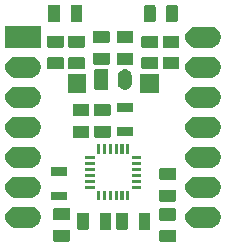
<source format=gbr>
%TF.GenerationSoftware,Flux,Pcbnew,7.0.11-7.0.11~ubuntu20.04.1*%
%TF.CreationDate,2025-02-07T02:19:33+00:00*%
%TF.ProjectId,input,696e7075-742e-46b6-9963-61645f706362,rev?*%
%TF.SameCoordinates,Original*%
%TF.FileFunction,Soldermask,Top*%
%TF.FilePolarity,Negative*%
%FSLAX46Y46*%
G04 Gerber Fmt 4.6, Leading zero omitted, Abs format (unit mm)*
G04 Filename: imu-plus-motor-driver-2*
G04 Build it with Flux! Visit our site at: https://www.flux.ai (PCBNEW 7.0.11-7.0.11~ubuntu20.04.1) date 2025-02-07 02:19:33*
%MOMM*%
%LPD*%
G01*
G04 APERTURE LIST*
G04 APERTURE END LIST*
%TO.C,*%
G36*
X-2639963Y8871043D02*
G01*
X-2636531Y8870875D01*
X-2633107Y8870594D01*
X-2629693Y8870201D01*
X-2626295Y8869697D01*
X-2622914Y8869082D01*
X-2619556Y8868357D01*
X-2616223Y8867522D01*
X-2612919Y8866578D01*
X-2609647Y8865527D01*
X-2606412Y8864370D01*
X-2603217Y8863107D01*
X-2600064Y8861740D01*
X-2596958Y8860271D01*
X-2593902Y8858701D01*
X-2590899Y8857032D01*
X-2587951Y8855266D01*
X-2585064Y8853404D01*
X-2582238Y8851448D01*
X-2579479Y8849402D01*
X-2576787Y8847266D01*
X-2574167Y8845043D01*
X-2571621Y8842735D01*
X-2569152Y8840346D01*
X-2566763Y8837877D01*
X-2564455Y8835331D01*
X-2562232Y8832711D01*
X-2560096Y8830019D01*
X-2558050Y8827260D01*
X-2556094Y8824434D01*
X-2554232Y8821547D01*
X-2552466Y8818600D01*
X-2550797Y8815596D01*
X-2549227Y8812540D01*
X-2547758Y8809434D01*
X-2546391Y8806281D01*
X-2545128Y8803086D01*
X-2543971Y8799851D01*
X-2542920Y8796579D01*
X-2541976Y8793275D01*
X-2541141Y8789943D01*
X-2540416Y8786584D01*
X-2539801Y8783204D01*
X-2539297Y8779805D01*
X-2538904Y8776391D01*
X-2538623Y8772967D01*
X-2538455Y8769535D01*
X-2538399Y8766100D01*
X-2538399Y7951100D01*
X-2538455Y7947664D01*
X-2538623Y7944232D01*
X-2538904Y7940808D01*
X-2539297Y7937394D01*
X-2539801Y7933995D01*
X-2540416Y7930615D01*
X-2541141Y7927256D01*
X-2541976Y7923924D01*
X-2542920Y7920620D01*
X-2543971Y7917348D01*
X-2545128Y7914113D01*
X-2546391Y7910918D01*
X-2547758Y7907765D01*
X-2549227Y7904659D01*
X-2550797Y7901603D01*
X-2552466Y7898600D01*
X-2554232Y7895652D01*
X-2556094Y7892765D01*
X-2558050Y7889939D01*
X-2560096Y7887180D01*
X-2562232Y7884488D01*
X-2564455Y7881868D01*
X-2566763Y7879322D01*
X-2569152Y7876853D01*
X-2571621Y7874464D01*
X-2574167Y7872156D01*
X-2576787Y7869933D01*
X-2579479Y7867797D01*
X-2582238Y7865751D01*
X-2585064Y7863795D01*
X-2587951Y7861933D01*
X-2590899Y7860167D01*
X-2593902Y7858498D01*
X-2596958Y7856928D01*
X-2600064Y7855459D01*
X-2603217Y7854092D01*
X-2606412Y7852829D01*
X-2609647Y7851672D01*
X-2612919Y7850621D01*
X-2616223Y7849677D01*
X-2619556Y7848842D01*
X-2622914Y7848117D01*
X-2626295Y7847502D01*
X-2629693Y7846998D01*
X-2633107Y7846605D01*
X-2636531Y7846324D01*
X-2639963Y7846156D01*
X-2643399Y7846100D01*
X-3833399Y7846100D01*
X-3836834Y7846156D01*
X-3840266Y7846324D01*
X-3843690Y7846605D01*
X-3847104Y7846998D01*
X-3850503Y7847502D01*
X-3853883Y7848117D01*
X-3857242Y7848842D01*
X-3860575Y7849677D01*
X-3863878Y7850621D01*
X-3867150Y7851672D01*
X-3870385Y7852829D01*
X-3873580Y7854092D01*
X-3876733Y7855459D01*
X-3879839Y7856928D01*
X-3882895Y7858498D01*
X-3885899Y7860167D01*
X-3888846Y7861933D01*
X-3891733Y7863795D01*
X-3894559Y7865751D01*
X-3897319Y7867797D01*
X-3900010Y7869933D01*
X-3902630Y7872156D01*
X-3905176Y7874464D01*
X-3907645Y7876853D01*
X-3910034Y7879322D01*
X-3912342Y7881868D01*
X-3914565Y7884488D01*
X-3916701Y7887180D01*
X-3918747Y7889939D01*
X-3920703Y7892765D01*
X-3922565Y7895652D01*
X-3924331Y7898600D01*
X-3926000Y7901603D01*
X-3927570Y7904659D01*
X-3929039Y7907765D01*
X-3930406Y7910918D01*
X-3931669Y7914113D01*
X-3932826Y7917348D01*
X-3933877Y7920620D01*
X-3934821Y7923924D01*
X-3935656Y7927256D01*
X-3936381Y7930615D01*
X-3936996Y7933995D01*
X-3937500Y7937394D01*
X-3937893Y7940808D01*
X-3938174Y7944232D01*
X-3938342Y7947664D01*
X-3938399Y7951100D01*
X-3938399Y8766100D01*
X-3938342Y8769535D01*
X-3938174Y8772967D01*
X-3937893Y8776391D01*
X-3937500Y8779805D01*
X-3936996Y8783204D01*
X-3936381Y8786584D01*
X-3935656Y8789943D01*
X-3934821Y8793275D01*
X-3933877Y8796579D01*
X-3932826Y8799851D01*
X-3931669Y8803086D01*
X-3930406Y8806281D01*
X-3929039Y8809434D01*
X-3927570Y8812540D01*
X-3926000Y8815596D01*
X-3924331Y8818600D01*
X-3922565Y8821547D01*
X-3920703Y8824434D01*
X-3918747Y8827260D01*
X-3916701Y8830019D01*
X-3914565Y8832711D01*
X-3912342Y8835331D01*
X-3910034Y8837877D01*
X-3907645Y8840346D01*
X-3905176Y8842735D01*
X-3902630Y8845043D01*
X-3900010Y8847266D01*
X-3897319Y8849402D01*
X-3894559Y8851448D01*
X-3891733Y8853404D01*
X-3888846Y8855266D01*
X-3885899Y8857032D01*
X-3882895Y8858701D01*
X-3879839Y8860271D01*
X-3876733Y8861740D01*
X-3873580Y8863107D01*
X-3870385Y8864370D01*
X-3867150Y8865527D01*
X-3863878Y8866578D01*
X-3860575Y8867522D01*
X-3857242Y8868357D01*
X-3853883Y8869082D01*
X-3850503Y8869697D01*
X-3847104Y8870201D01*
X-3843690Y8870594D01*
X-3840266Y8870875D01*
X-3836834Y8871043D01*
X-3833399Y8871100D01*
X-2643399Y8871100D01*
X-2639963Y8871043D01*
G37*
G36*
X-2639965Y10696043D02*
G01*
X-2636533Y10695875D01*
X-2633109Y10695594D01*
X-2629695Y10695201D01*
X-2626296Y10694697D01*
X-2622916Y10694082D01*
X-2619557Y10693357D01*
X-2616224Y10692522D01*
X-2612921Y10691578D01*
X-2609649Y10690527D01*
X-2606414Y10689370D01*
X-2603219Y10688107D01*
X-2600066Y10686740D01*
X-2596960Y10685271D01*
X-2593904Y10683701D01*
X-2590900Y10682032D01*
X-2587953Y10680266D01*
X-2585066Y10678404D01*
X-2582240Y10676448D01*
X-2579480Y10674402D01*
X-2576789Y10672266D01*
X-2574169Y10670043D01*
X-2571623Y10667735D01*
X-2569154Y10665346D01*
X-2566765Y10662877D01*
X-2564457Y10660331D01*
X-2562234Y10657711D01*
X-2560098Y10655019D01*
X-2558052Y10652260D01*
X-2556096Y10649434D01*
X-2554234Y10646547D01*
X-2552468Y10643599D01*
X-2550799Y10640596D01*
X-2549229Y10637540D01*
X-2547760Y10634434D01*
X-2546393Y10631281D01*
X-2545130Y10628086D01*
X-2543973Y10624851D01*
X-2542922Y10621579D01*
X-2541978Y10618275D01*
X-2541143Y10614943D01*
X-2540418Y10611584D01*
X-2539803Y10608204D01*
X-2539299Y10604805D01*
X-2538906Y10601391D01*
X-2538625Y10597967D01*
X-2538457Y10594535D01*
X-2538400Y10591099D01*
X-2538400Y9776099D01*
X-2538457Y9772664D01*
X-2538625Y9769232D01*
X-2538906Y9765808D01*
X-2539299Y9762394D01*
X-2539803Y9758995D01*
X-2540418Y9755615D01*
X-2541143Y9752256D01*
X-2541978Y9748924D01*
X-2542922Y9745620D01*
X-2543973Y9742348D01*
X-2545130Y9739113D01*
X-2546393Y9735918D01*
X-2547760Y9732765D01*
X-2549229Y9729659D01*
X-2550799Y9726603D01*
X-2552468Y9723599D01*
X-2554234Y9720652D01*
X-2556096Y9717765D01*
X-2558052Y9714939D01*
X-2560098Y9712180D01*
X-2562234Y9709488D01*
X-2564457Y9706868D01*
X-2566765Y9704322D01*
X-2569154Y9701853D01*
X-2571623Y9699464D01*
X-2574169Y9697156D01*
X-2576789Y9694933D01*
X-2579480Y9692797D01*
X-2582240Y9690751D01*
X-2585066Y9688795D01*
X-2587953Y9686933D01*
X-2590900Y9685167D01*
X-2593904Y9683498D01*
X-2596960Y9681928D01*
X-2600066Y9680459D01*
X-2603219Y9679092D01*
X-2606414Y9677829D01*
X-2609649Y9676672D01*
X-2612921Y9675621D01*
X-2616224Y9674677D01*
X-2619557Y9673842D01*
X-2622916Y9673117D01*
X-2626296Y9672502D01*
X-2629695Y9671998D01*
X-2633109Y9671605D01*
X-2636533Y9671324D01*
X-2639965Y9671156D01*
X-2643400Y9671099D01*
X-3833400Y9671099D01*
X-3836836Y9671156D01*
X-3840268Y9671324D01*
X-3843692Y9671605D01*
X-3847106Y9671998D01*
X-3850504Y9672502D01*
X-3853885Y9673117D01*
X-3857243Y9673842D01*
X-3860576Y9674677D01*
X-3863880Y9675621D01*
X-3867152Y9676672D01*
X-3870387Y9677829D01*
X-3873582Y9679092D01*
X-3876735Y9680459D01*
X-3879841Y9681928D01*
X-3882897Y9683498D01*
X-3885900Y9685167D01*
X-3888848Y9686933D01*
X-3891735Y9688795D01*
X-3894561Y9690751D01*
X-3897320Y9692797D01*
X-3900012Y9694933D01*
X-3902632Y9697156D01*
X-3905178Y9699464D01*
X-3907647Y9701853D01*
X-3910036Y9704322D01*
X-3912344Y9706868D01*
X-3914567Y9709488D01*
X-3916703Y9712180D01*
X-3918749Y9714939D01*
X-3920705Y9717765D01*
X-3922567Y9720652D01*
X-3924333Y9723599D01*
X-3926002Y9726603D01*
X-3927572Y9729659D01*
X-3929041Y9732765D01*
X-3930408Y9735918D01*
X-3931671Y9739113D01*
X-3932828Y9742348D01*
X-3933879Y9745620D01*
X-3934823Y9748924D01*
X-3935658Y9752256D01*
X-3936383Y9755615D01*
X-3936998Y9758995D01*
X-3937502Y9762394D01*
X-3937895Y9765808D01*
X-3938176Y9769232D01*
X-3938344Y9772664D01*
X-3938400Y9776099D01*
X-3938400Y10591099D01*
X-3938344Y10594535D01*
X-3938176Y10597967D01*
X-3937895Y10601391D01*
X-3937502Y10604805D01*
X-3936998Y10608204D01*
X-3936383Y10611584D01*
X-3935658Y10614943D01*
X-3934823Y10618275D01*
X-3933879Y10621579D01*
X-3932828Y10624851D01*
X-3931671Y10628086D01*
X-3930408Y10631281D01*
X-3929041Y10634434D01*
X-3927572Y10637540D01*
X-3926002Y10640596D01*
X-3924333Y10643599D01*
X-3922567Y10646547D01*
X-3920705Y10649434D01*
X-3918749Y10652260D01*
X-3916703Y10655019D01*
X-3914567Y10657711D01*
X-3912344Y10660331D01*
X-3910036Y10662877D01*
X-3907647Y10665346D01*
X-3905178Y10667735D01*
X-3902632Y10670043D01*
X-3900012Y10672266D01*
X-3897320Y10674402D01*
X-3894561Y10676448D01*
X-3891735Y10678404D01*
X-3888848Y10680266D01*
X-3885900Y10682032D01*
X-3882897Y10683701D01*
X-3879841Y10685271D01*
X-3876735Y10686740D01*
X-3873582Y10688107D01*
X-3870387Y10689370D01*
X-3867152Y10690527D01*
X-3863880Y10691578D01*
X-3860576Y10692522D01*
X-3857243Y10693357D01*
X-3853885Y10694082D01*
X-3850504Y10694697D01*
X-3847106Y10695201D01*
X-3843692Y10695594D01*
X-3840268Y10695875D01*
X-3836836Y10696043D01*
X-3833400Y10696099D01*
X-2643400Y10696099D01*
X-2639965Y10696043D01*
G37*
G36*
X-4753663Y8478443D02*
G01*
X-4750231Y8478275D01*
X-4746807Y8477994D01*
X-4743393Y8477601D01*
X-4739995Y8477097D01*
X-4736614Y8476482D01*
X-4733256Y8475757D01*
X-4729923Y8474922D01*
X-4726619Y8473978D01*
X-4723347Y8472927D01*
X-4720112Y8471770D01*
X-4716917Y8470507D01*
X-4713764Y8469140D01*
X-4710658Y8467671D01*
X-4707602Y8466101D01*
X-4704599Y8464432D01*
X-4701651Y8462666D01*
X-4698764Y8460804D01*
X-4695938Y8458848D01*
X-4693179Y8456802D01*
X-4690487Y8454666D01*
X-4687867Y8452443D01*
X-4685321Y8450135D01*
X-4682852Y8447746D01*
X-4680463Y8445277D01*
X-4678155Y8442731D01*
X-4675932Y8440111D01*
X-4673796Y8437419D01*
X-4671750Y8434660D01*
X-4669794Y8431834D01*
X-4667932Y8428947D01*
X-4666166Y8426000D01*
X-4664497Y8422996D01*
X-4662927Y8419940D01*
X-4661458Y8416834D01*
X-4660091Y8413681D01*
X-4658828Y8410486D01*
X-4657671Y8407251D01*
X-4656620Y8403979D01*
X-4655676Y8400675D01*
X-4654841Y8397343D01*
X-4654116Y8393984D01*
X-4653501Y8390604D01*
X-4652997Y8387205D01*
X-4652604Y8383791D01*
X-4652323Y8380367D01*
X-4652155Y8376935D01*
X-4652099Y8373500D01*
X-4652099Y7558500D01*
X-4652155Y7555064D01*
X-4652323Y7551632D01*
X-4652604Y7548208D01*
X-4652997Y7544794D01*
X-4653501Y7541395D01*
X-4654116Y7538015D01*
X-4654841Y7534656D01*
X-4655676Y7531324D01*
X-4656620Y7528020D01*
X-4657671Y7524748D01*
X-4658828Y7521513D01*
X-4660091Y7518318D01*
X-4661458Y7515165D01*
X-4662927Y7512059D01*
X-4664497Y7509003D01*
X-4666166Y7506000D01*
X-4667932Y7503052D01*
X-4669794Y7500165D01*
X-4671750Y7497339D01*
X-4673796Y7494580D01*
X-4675932Y7491888D01*
X-4678155Y7489268D01*
X-4680463Y7486722D01*
X-4682852Y7484253D01*
X-4685321Y7481864D01*
X-4687867Y7479556D01*
X-4690487Y7477333D01*
X-4693179Y7475197D01*
X-4695938Y7473151D01*
X-4698764Y7471195D01*
X-4701651Y7469333D01*
X-4704599Y7467567D01*
X-4707602Y7465898D01*
X-4710658Y7464328D01*
X-4713764Y7462859D01*
X-4716917Y7461492D01*
X-4720112Y7460229D01*
X-4723347Y7459072D01*
X-4726619Y7458021D01*
X-4729923Y7457077D01*
X-4733256Y7456242D01*
X-4736614Y7455517D01*
X-4739995Y7454902D01*
X-4743393Y7454398D01*
X-4746807Y7454005D01*
X-4750231Y7453724D01*
X-4753663Y7453556D01*
X-4757099Y7453500D01*
X-5947099Y7453500D01*
X-5950534Y7453556D01*
X-5953966Y7453724D01*
X-5957390Y7454005D01*
X-5960804Y7454398D01*
X-5964203Y7454902D01*
X-5967583Y7455517D01*
X-5970942Y7456242D01*
X-5974275Y7457077D01*
X-5977578Y7458021D01*
X-5980850Y7459072D01*
X-5984085Y7460229D01*
X-5987280Y7461492D01*
X-5990433Y7462859D01*
X-5993539Y7464328D01*
X-5996595Y7465898D01*
X-5999599Y7467567D01*
X-6002546Y7469333D01*
X-6005433Y7471195D01*
X-6008259Y7473151D01*
X-6011019Y7475197D01*
X-6013710Y7477333D01*
X-6016330Y7479556D01*
X-6018876Y7481864D01*
X-6021345Y7484253D01*
X-6023734Y7486722D01*
X-6026042Y7489268D01*
X-6028265Y7491888D01*
X-6030401Y7494580D01*
X-6032447Y7497339D01*
X-6034403Y7500165D01*
X-6036265Y7503052D01*
X-6038031Y7506000D01*
X-6039700Y7509003D01*
X-6041270Y7512059D01*
X-6042739Y7515165D01*
X-6044106Y7518318D01*
X-6045369Y7521513D01*
X-6046526Y7524748D01*
X-6047577Y7528020D01*
X-6048521Y7531324D01*
X-6049356Y7534656D01*
X-6050081Y7538015D01*
X-6050696Y7541395D01*
X-6051200Y7544794D01*
X-6051593Y7548208D01*
X-6051874Y7551632D01*
X-6052042Y7555064D01*
X-6052099Y7558500D01*
X-6052099Y8373500D01*
X-6052042Y8376935D01*
X-6051874Y8380367D01*
X-6051593Y8383791D01*
X-6051200Y8387205D01*
X-6050696Y8390604D01*
X-6050081Y8393984D01*
X-6049356Y8397343D01*
X-6048521Y8400675D01*
X-6047577Y8403979D01*
X-6046526Y8407251D01*
X-6045369Y8410486D01*
X-6044106Y8413681D01*
X-6042739Y8416834D01*
X-6041270Y8419940D01*
X-6039700Y8422996D01*
X-6038031Y8426000D01*
X-6036265Y8428947D01*
X-6034403Y8431834D01*
X-6032447Y8434660D01*
X-6030401Y8437419D01*
X-6028265Y8440111D01*
X-6026042Y8442731D01*
X-6023734Y8445277D01*
X-6021345Y8447746D01*
X-6018876Y8450135D01*
X-6016330Y8452443D01*
X-6013710Y8454666D01*
X-6011019Y8456802D01*
X-6008259Y8458848D01*
X-6005433Y8460804D01*
X-6002546Y8462666D01*
X-5999599Y8464432D01*
X-5996595Y8466101D01*
X-5993539Y8467671D01*
X-5990433Y8469140D01*
X-5987280Y8470507D01*
X-5984085Y8471770D01*
X-5980850Y8472927D01*
X-5977578Y8473978D01*
X-5974275Y8474922D01*
X-5970942Y8475757D01*
X-5967583Y8476482D01*
X-5964203Y8477097D01*
X-5960804Y8477601D01*
X-5957390Y8477994D01*
X-5953966Y8478275D01*
X-5950534Y8478443D01*
X-5947099Y8478500D01*
X-4757099Y8478500D01*
X-4753663Y8478443D01*
G37*
G36*
X-4753665Y10303443D02*
G01*
X-4750233Y10303275D01*
X-4746809Y10302994D01*
X-4743395Y10302601D01*
X-4739996Y10302097D01*
X-4736616Y10301482D01*
X-4733257Y10300757D01*
X-4729924Y10299922D01*
X-4726621Y10298978D01*
X-4723349Y10297927D01*
X-4720114Y10296770D01*
X-4716919Y10295507D01*
X-4713766Y10294140D01*
X-4710660Y10292671D01*
X-4707604Y10291101D01*
X-4704600Y10289432D01*
X-4701653Y10287666D01*
X-4698766Y10285804D01*
X-4695940Y10283848D01*
X-4693180Y10281802D01*
X-4690489Y10279666D01*
X-4687869Y10277443D01*
X-4685323Y10275135D01*
X-4682854Y10272746D01*
X-4680465Y10270277D01*
X-4678157Y10267731D01*
X-4675934Y10265111D01*
X-4673798Y10262419D01*
X-4671752Y10259660D01*
X-4669796Y10256834D01*
X-4667934Y10253947D01*
X-4666168Y10250999D01*
X-4664499Y10247996D01*
X-4662929Y10244940D01*
X-4661460Y10241834D01*
X-4660093Y10238681D01*
X-4658830Y10235486D01*
X-4657673Y10232251D01*
X-4656622Y10228979D01*
X-4655678Y10225675D01*
X-4654843Y10222343D01*
X-4654118Y10218984D01*
X-4653503Y10215604D01*
X-4652999Y10212205D01*
X-4652606Y10208791D01*
X-4652325Y10205367D01*
X-4652157Y10201935D01*
X-4652100Y10198499D01*
X-4652100Y9383499D01*
X-4652157Y9380064D01*
X-4652325Y9376632D01*
X-4652606Y9373208D01*
X-4652999Y9369794D01*
X-4653503Y9366395D01*
X-4654118Y9363015D01*
X-4654843Y9359656D01*
X-4655678Y9356324D01*
X-4656622Y9353020D01*
X-4657673Y9349748D01*
X-4658830Y9346513D01*
X-4660093Y9343318D01*
X-4661460Y9340165D01*
X-4662929Y9337059D01*
X-4664499Y9334003D01*
X-4666168Y9330999D01*
X-4667934Y9328052D01*
X-4669796Y9325165D01*
X-4671752Y9322339D01*
X-4673798Y9319580D01*
X-4675934Y9316888D01*
X-4678157Y9314268D01*
X-4680465Y9311722D01*
X-4682854Y9309253D01*
X-4685323Y9306864D01*
X-4687869Y9304556D01*
X-4690489Y9302333D01*
X-4693180Y9300197D01*
X-4695940Y9298151D01*
X-4698766Y9296195D01*
X-4701653Y9294333D01*
X-4704600Y9292567D01*
X-4707604Y9290898D01*
X-4710660Y9289328D01*
X-4713766Y9287859D01*
X-4716919Y9286492D01*
X-4720114Y9285229D01*
X-4723349Y9284072D01*
X-4726621Y9283021D01*
X-4729924Y9282077D01*
X-4733257Y9281242D01*
X-4736616Y9280517D01*
X-4739996Y9279902D01*
X-4743395Y9279398D01*
X-4746809Y9279005D01*
X-4750233Y9278724D01*
X-4753665Y9278556D01*
X-4757100Y9278499D01*
X-5947100Y9278499D01*
X-5950536Y9278556D01*
X-5953968Y9278724D01*
X-5957392Y9279005D01*
X-5960806Y9279398D01*
X-5964204Y9279902D01*
X-5967585Y9280517D01*
X-5970943Y9281242D01*
X-5974276Y9282077D01*
X-5977580Y9283021D01*
X-5980852Y9284072D01*
X-5984087Y9285229D01*
X-5987282Y9286492D01*
X-5990435Y9287859D01*
X-5993541Y9289328D01*
X-5996597Y9290898D01*
X-5999600Y9292567D01*
X-6002548Y9294333D01*
X-6005435Y9296195D01*
X-6008261Y9298151D01*
X-6011020Y9300197D01*
X-6013712Y9302333D01*
X-6016332Y9304556D01*
X-6018878Y9306864D01*
X-6021347Y9309253D01*
X-6023736Y9311722D01*
X-6026044Y9314268D01*
X-6028267Y9316888D01*
X-6030403Y9319580D01*
X-6032449Y9322339D01*
X-6034405Y9325165D01*
X-6036267Y9328052D01*
X-6038033Y9330999D01*
X-6039702Y9334003D01*
X-6041272Y9337059D01*
X-6042741Y9340165D01*
X-6044108Y9343318D01*
X-6045371Y9346513D01*
X-6046528Y9349748D01*
X-6047579Y9353020D01*
X-6048523Y9356324D01*
X-6049358Y9359656D01*
X-6050083Y9363015D01*
X-6050698Y9366395D01*
X-6051202Y9369794D01*
X-6051595Y9373208D01*
X-6051876Y9376632D01*
X-6052044Y9380064D01*
X-6052100Y9383499D01*
X-6052100Y10198499D01*
X-6052044Y10201935D01*
X-6051876Y10205367D01*
X-6051595Y10208791D01*
X-6051202Y10212205D01*
X-6050698Y10215604D01*
X-6050083Y10218984D01*
X-6049358Y10222343D01*
X-6048523Y10225675D01*
X-6047579Y10228979D01*
X-6046528Y10232251D01*
X-6045371Y10235486D01*
X-6044108Y10238681D01*
X-6042741Y10241834D01*
X-6041272Y10244940D01*
X-6039702Y10247996D01*
X-6038033Y10250999D01*
X-6036267Y10253947D01*
X-6034405Y10256834D01*
X-6032449Y10259660D01*
X-6030403Y10262419D01*
X-6028267Y10265111D01*
X-6026044Y10267731D01*
X-6023736Y10270277D01*
X-6021347Y10272746D01*
X-6018878Y10275135D01*
X-6016332Y10277443D01*
X-6013712Y10279666D01*
X-6011020Y10281802D01*
X-6008261Y10283848D01*
X-6005435Y10285804D01*
X-6002548Y10287666D01*
X-5999600Y10289432D01*
X-5996597Y10291101D01*
X-5993541Y10292671D01*
X-5990435Y10294140D01*
X-5987282Y10295507D01*
X-5984087Y10296770D01*
X-5980852Y10297927D01*
X-5977580Y10298978D01*
X-5974276Y10299922D01*
X-5970943Y10300757D01*
X-5967585Y10301482D01*
X-5964204Y10302097D01*
X-5960806Y10302601D01*
X-5957392Y10302994D01*
X-5953968Y10303275D01*
X-5950536Y10303443D01*
X-5947100Y10303499D01*
X-4757100Y10303499D01*
X-4753665Y10303443D01*
G37*
G36*
X-2547363Y2692243D02*
G01*
X-2543931Y2692075D01*
X-2540507Y2691794D01*
X-2537093Y2691401D01*
X-2533695Y2690897D01*
X-2530314Y2690282D01*
X-2526956Y2689557D01*
X-2523623Y2688722D01*
X-2520319Y2687778D01*
X-2517047Y2686727D01*
X-2513812Y2685570D01*
X-2510617Y2684307D01*
X-2507464Y2682940D01*
X-2504358Y2681471D01*
X-2501302Y2679901D01*
X-2498299Y2678232D01*
X-2495351Y2676466D01*
X-2492464Y2674604D01*
X-2489638Y2672648D01*
X-2486879Y2670602D01*
X-2484187Y2668466D01*
X-2481567Y2666243D01*
X-2479021Y2663935D01*
X-2476552Y2661546D01*
X-2474163Y2659077D01*
X-2471855Y2656531D01*
X-2469632Y2653911D01*
X-2467496Y2651219D01*
X-2465450Y2648460D01*
X-2463494Y2645634D01*
X-2461632Y2642747D01*
X-2459866Y2639800D01*
X-2458197Y2636796D01*
X-2456627Y2633740D01*
X-2455158Y2630634D01*
X-2453791Y2627481D01*
X-2452528Y2624286D01*
X-2451371Y2621051D01*
X-2450320Y2617779D01*
X-2449376Y2614475D01*
X-2448541Y2611143D01*
X-2447816Y2607784D01*
X-2447201Y2604404D01*
X-2446697Y2601005D01*
X-2446304Y2597591D01*
X-2446023Y2594167D01*
X-2445855Y2590735D01*
X-2445799Y2587300D01*
X-2445799Y1772300D01*
X-2445855Y1768864D01*
X-2446023Y1765432D01*
X-2446304Y1762008D01*
X-2446697Y1758594D01*
X-2447201Y1755195D01*
X-2447816Y1751815D01*
X-2448541Y1748456D01*
X-2449376Y1745124D01*
X-2450320Y1741820D01*
X-2451371Y1738548D01*
X-2452528Y1735313D01*
X-2453791Y1732118D01*
X-2455158Y1728965D01*
X-2456627Y1725859D01*
X-2458197Y1722803D01*
X-2459866Y1719800D01*
X-2461632Y1716852D01*
X-2463494Y1713965D01*
X-2465450Y1711139D01*
X-2467496Y1708380D01*
X-2469632Y1705688D01*
X-2471855Y1703068D01*
X-2474163Y1700522D01*
X-2476552Y1698053D01*
X-2479021Y1695664D01*
X-2481567Y1693356D01*
X-2484187Y1691133D01*
X-2486879Y1688997D01*
X-2489638Y1686951D01*
X-2492464Y1684995D01*
X-2495351Y1683133D01*
X-2498299Y1681367D01*
X-2501302Y1679698D01*
X-2504358Y1678128D01*
X-2507464Y1676659D01*
X-2510617Y1675292D01*
X-2513812Y1674029D01*
X-2517047Y1672872D01*
X-2520319Y1671821D01*
X-2523623Y1670877D01*
X-2526956Y1670042D01*
X-2530314Y1669317D01*
X-2533695Y1668702D01*
X-2537093Y1668198D01*
X-2540507Y1667805D01*
X-2543931Y1667524D01*
X-2547363Y1667356D01*
X-2550799Y1667300D01*
X-3740799Y1667300D01*
X-3744234Y1667356D01*
X-3747666Y1667524D01*
X-3751090Y1667805D01*
X-3754504Y1668198D01*
X-3757903Y1668702D01*
X-3761283Y1669317D01*
X-3764642Y1670042D01*
X-3767975Y1670877D01*
X-3771278Y1671821D01*
X-3774550Y1672872D01*
X-3777785Y1674029D01*
X-3780980Y1675292D01*
X-3784133Y1676659D01*
X-3787239Y1678128D01*
X-3790295Y1679698D01*
X-3793299Y1681367D01*
X-3796246Y1683133D01*
X-3799133Y1684995D01*
X-3801959Y1686951D01*
X-3804719Y1688997D01*
X-3807410Y1691133D01*
X-3810030Y1693356D01*
X-3812576Y1695664D01*
X-3815045Y1698053D01*
X-3817434Y1700522D01*
X-3819742Y1703068D01*
X-3821965Y1705688D01*
X-3824101Y1708380D01*
X-3826147Y1711139D01*
X-3828103Y1713965D01*
X-3829965Y1716852D01*
X-3831731Y1719800D01*
X-3833400Y1722803D01*
X-3834970Y1725859D01*
X-3836439Y1728965D01*
X-3837806Y1732118D01*
X-3839069Y1735313D01*
X-3840226Y1738548D01*
X-3841277Y1741820D01*
X-3842221Y1745124D01*
X-3843056Y1748456D01*
X-3843781Y1751815D01*
X-3844396Y1755195D01*
X-3844900Y1758594D01*
X-3845293Y1762008D01*
X-3845574Y1765432D01*
X-3845742Y1768864D01*
X-3845799Y1772300D01*
X-3845799Y2587300D01*
X-3845742Y2590735D01*
X-3845574Y2594167D01*
X-3845293Y2597591D01*
X-3844900Y2601005D01*
X-3844396Y2604404D01*
X-3843781Y2607784D01*
X-3843056Y2611143D01*
X-3842221Y2614475D01*
X-3841277Y2617779D01*
X-3840226Y2621051D01*
X-3839069Y2624286D01*
X-3837806Y2627481D01*
X-3836439Y2630634D01*
X-3834970Y2633740D01*
X-3833400Y2636796D01*
X-3831731Y2639800D01*
X-3829965Y2642747D01*
X-3828103Y2645634D01*
X-3826147Y2648460D01*
X-3824101Y2651219D01*
X-3821965Y2653911D01*
X-3819742Y2656531D01*
X-3817434Y2659077D01*
X-3815045Y2661546D01*
X-3812576Y2663935D01*
X-3810030Y2666243D01*
X-3807410Y2668466D01*
X-3804719Y2670602D01*
X-3801959Y2672648D01*
X-3799133Y2674604D01*
X-3796246Y2676466D01*
X-3793299Y2678232D01*
X-3790295Y2679901D01*
X-3787239Y2681471D01*
X-3784133Y2682940D01*
X-3780980Y2684307D01*
X-3777785Y2685570D01*
X-3774550Y2686727D01*
X-3771278Y2687778D01*
X-3767975Y2688722D01*
X-3764642Y2689557D01*
X-3761283Y2690282D01*
X-3757903Y2690897D01*
X-3754504Y2691401D01*
X-3751090Y2691794D01*
X-3747666Y2692075D01*
X-3744234Y2692243D01*
X-3740799Y2692300D01*
X-2550799Y2692300D01*
X-2547363Y2692243D01*
G37*
G36*
X-2547365Y4517243D02*
G01*
X-2543933Y4517075D01*
X-2540509Y4516794D01*
X-2537095Y4516401D01*
X-2533696Y4515897D01*
X-2530316Y4515282D01*
X-2526957Y4514557D01*
X-2523624Y4513722D01*
X-2520321Y4512778D01*
X-2517049Y4511727D01*
X-2513814Y4510570D01*
X-2510619Y4509307D01*
X-2507466Y4507940D01*
X-2504360Y4506471D01*
X-2501304Y4504901D01*
X-2498300Y4503232D01*
X-2495353Y4501466D01*
X-2492466Y4499604D01*
X-2489640Y4497648D01*
X-2486880Y4495602D01*
X-2484189Y4493466D01*
X-2481569Y4491243D01*
X-2479023Y4488935D01*
X-2476554Y4486546D01*
X-2474165Y4484077D01*
X-2471857Y4481531D01*
X-2469634Y4478911D01*
X-2467498Y4476219D01*
X-2465452Y4473460D01*
X-2463496Y4470634D01*
X-2461634Y4467747D01*
X-2459868Y4464799D01*
X-2458199Y4461796D01*
X-2456629Y4458740D01*
X-2455160Y4455634D01*
X-2453793Y4452481D01*
X-2452530Y4449286D01*
X-2451373Y4446051D01*
X-2450322Y4442779D01*
X-2449378Y4439475D01*
X-2448543Y4436143D01*
X-2447818Y4432784D01*
X-2447203Y4429404D01*
X-2446699Y4426005D01*
X-2446306Y4422591D01*
X-2446025Y4419167D01*
X-2445857Y4415735D01*
X-2445800Y4412299D01*
X-2445800Y3597299D01*
X-2445857Y3593864D01*
X-2446025Y3590432D01*
X-2446306Y3587008D01*
X-2446699Y3583594D01*
X-2447203Y3580195D01*
X-2447818Y3576815D01*
X-2448543Y3573456D01*
X-2449378Y3570124D01*
X-2450322Y3566820D01*
X-2451373Y3563548D01*
X-2452530Y3560313D01*
X-2453793Y3557118D01*
X-2455160Y3553965D01*
X-2456629Y3550859D01*
X-2458199Y3547803D01*
X-2459868Y3544799D01*
X-2461634Y3541852D01*
X-2463496Y3538965D01*
X-2465452Y3536139D01*
X-2467498Y3533380D01*
X-2469634Y3530688D01*
X-2471857Y3528068D01*
X-2474165Y3525522D01*
X-2476554Y3523053D01*
X-2479023Y3520664D01*
X-2481569Y3518356D01*
X-2484189Y3516133D01*
X-2486880Y3513997D01*
X-2489640Y3511951D01*
X-2492466Y3509995D01*
X-2495353Y3508133D01*
X-2498300Y3506367D01*
X-2501304Y3504698D01*
X-2504360Y3503128D01*
X-2507466Y3501659D01*
X-2510619Y3500292D01*
X-2513814Y3499029D01*
X-2517049Y3497872D01*
X-2520321Y3496821D01*
X-2523624Y3495877D01*
X-2526957Y3495042D01*
X-2530316Y3494317D01*
X-2533696Y3493702D01*
X-2537095Y3493198D01*
X-2540509Y3492805D01*
X-2543933Y3492524D01*
X-2547365Y3492356D01*
X-2550800Y3492299D01*
X-3740800Y3492299D01*
X-3744236Y3492356D01*
X-3747668Y3492524D01*
X-3751092Y3492805D01*
X-3754506Y3493198D01*
X-3757904Y3493702D01*
X-3761285Y3494317D01*
X-3764643Y3495042D01*
X-3767976Y3495877D01*
X-3771280Y3496821D01*
X-3774552Y3497872D01*
X-3777787Y3499029D01*
X-3780982Y3500292D01*
X-3784135Y3501659D01*
X-3787241Y3503128D01*
X-3790297Y3504698D01*
X-3793300Y3506367D01*
X-3796248Y3508133D01*
X-3799135Y3509995D01*
X-3801961Y3511951D01*
X-3804720Y3513997D01*
X-3807412Y3516133D01*
X-3810032Y3518356D01*
X-3812578Y3520664D01*
X-3815047Y3523053D01*
X-3817436Y3525522D01*
X-3819744Y3528068D01*
X-3821967Y3530688D01*
X-3824103Y3533380D01*
X-3826149Y3536139D01*
X-3828105Y3538965D01*
X-3829967Y3541852D01*
X-3831733Y3544799D01*
X-3833402Y3547803D01*
X-3834972Y3550859D01*
X-3836441Y3553965D01*
X-3837808Y3557118D01*
X-3839071Y3560313D01*
X-3840228Y3563548D01*
X-3841279Y3566820D01*
X-3842223Y3570124D01*
X-3843058Y3573456D01*
X-3843783Y3576815D01*
X-3844398Y3580195D01*
X-3844902Y3583594D01*
X-3845295Y3587008D01*
X-3845576Y3590432D01*
X-3845744Y3593864D01*
X-3845800Y3597299D01*
X-3845800Y4412299D01*
X-3845744Y4415735D01*
X-3845576Y4419167D01*
X-3845295Y4422591D01*
X-3844902Y4426005D01*
X-3844398Y4429404D01*
X-3843783Y4432784D01*
X-3843058Y4436143D01*
X-3842223Y4439475D01*
X-3841279Y4442779D01*
X-3840228Y4446051D01*
X-3839071Y4449286D01*
X-3837808Y4452481D01*
X-3836441Y4455634D01*
X-3834972Y4458740D01*
X-3833402Y4461796D01*
X-3831733Y4464799D01*
X-3829967Y4467747D01*
X-3828105Y4470634D01*
X-3826149Y4473460D01*
X-3824103Y4476219D01*
X-3821967Y4478911D01*
X-3819744Y4481531D01*
X-3817436Y4484077D01*
X-3815047Y4486546D01*
X-3812578Y4488935D01*
X-3810032Y4491243D01*
X-3807412Y4493466D01*
X-3804720Y4495602D01*
X-3801961Y4497648D01*
X-3799135Y4499604D01*
X-3796248Y4501466D01*
X-3793300Y4503232D01*
X-3790297Y4504901D01*
X-3787241Y4506471D01*
X-3784135Y4507940D01*
X-3780982Y4509307D01*
X-3777787Y4510570D01*
X-3774552Y4511727D01*
X-3771280Y4512778D01*
X-3767976Y4513722D01*
X-3764643Y4514557D01*
X-3761285Y4515282D01*
X-3757904Y4515897D01*
X-3754506Y4516401D01*
X-3751092Y4516794D01*
X-3747668Y4517075D01*
X-3744236Y4517243D01*
X-3740800Y4517299D01*
X-2550800Y4517299D01*
X-2547365Y4517243D01*
G37*
G36*
X1463436Y8478443D02*
G01*
X1466868Y8478275D01*
X1470292Y8477994D01*
X1473706Y8477601D01*
X1477104Y8477097D01*
X1480485Y8476482D01*
X1483843Y8475757D01*
X1487176Y8474922D01*
X1490480Y8473978D01*
X1493752Y8472927D01*
X1496987Y8471770D01*
X1500182Y8470507D01*
X1503335Y8469140D01*
X1506441Y8467671D01*
X1509497Y8466101D01*
X1512500Y8464432D01*
X1515448Y8462666D01*
X1518335Y8460804D01*
X1521161Y8458848D01*
X1523920Y8456802D01*
X1526612Y8454666D01*
X1529232Y8452443D01*
X1531778Y8450135D01*
X1534247Y8447746D01*
X1536636Y8445277D01*
X1538944Y8442731D01*
X1541167Y8440111D01*
X1543303Y8437419D01*
X1545349Y8434660D01*
X1547305Y8431834D01*
X1549167Y8428947D01*
X1550933Y8426000D01*
X1552602Y8422996D01*
X1554172Y8419940D01*
X1555641Y8416834D01*
X1557008Y8413681D01*
X1558271Y8410486D01*
X1559428Y8407251D01*
X1560479Y8403979D01*
X1561423Y8400675D01*
X1562258Y8397343D01*
X1562983Y8393984D01*
X1563598Y8390604D01*
X1564102Y8387205D01*
X1564495Y8383791D01*
X1564776Y8380367D01*
X1564944Y8376935D01*
X1565000Y8373500D01*
X1565000Y7558500D01*
X1564944Y7555064D01*
X1564776Y7551632D01*
X1564495Y7548208D01*
X1564102Y7544794D01*
X1563598Y7541395D01*
X1562983Y7538015D01*
X1562258Y7534656D01*
X1561423Y7531324D01*
X1560479Y7528020D01*
X1559428Y7524748D01*
X1558271Y7521513D01*
X1557008Y7518318D01*
X1555641Y7515165D01*
X1554172Y7512059D01*
X1552602Y7509003D01*
X1550933Y7506000D01*
X1549167Y7503052D01*
X1547305Y7500165D01*
X1545349Y7497339D01*
X1543303Y7494580D01*
X1541167Y7491888D01*
X1538944Y7489268D01*
X1536636Y7486722D01*
X1534247Y7484253D01*
X1531778Y7481864D01*
X1529232Y7479556D01*
X1526612Y7477333D01*
X1523920Y7475197D01*
X1521161Y7473151D01*
X1518335Y7471195D01*
X1515448Y7469333D01*
X1512500Y7467567D01*
X1509497Y7465898D01*
X1506441Y7464328D01*
X1503335Y7462859D01*
X1500182Y7461492D01*
X1496987Y7460229D01*
X1493752Y7459072D01*
X1490480Y7458021D01*
X1487176Y7457077D01*
X1483843Y7456242D01*
X1480485Y7455517D01*
X1477104Y7454902D01*
X1473706Y7454398D01*
X1470292Y7454005D01*
X1466868Y7453724D01*
X1463436Y7453556D01*
X1460000Y7453500D01*
X270000Y7453500D01*
X266565Y7453556D01*
X263133Y7453724D01*
X259709Y7454005D01*
X256295Y7454398D01*
X252896Y7454902D01*
X249516Y7455517D01*
X246157Y7456242D01*
X242824Y7457077D01*
X239521Y7458021D01*
X236249Y7459072D01*
X233014Y7460229D01*
X229819Y7461492D01*
X226666Y7462859D01*
X223560Y7464328D01*
X220504Y7465898D01*
X217500Y7467567D01*
X214553Y7469333D01*
X211666Y7471195D01*
X208840Y7473151D01*
X206080Y7475197D01*
X203389Y7477333D01*
X200769Y7479556D01*
X198223Y7481864D01*
X195754Y7484253D01*
X193365Y7486722D01*
X191057Y7489268D01*
X188834Y7491888D01*
X186698Y7494580D01*
X184652Y7497339D01*
X182696Y7500165D01*
X180834Y7503052D01*
X179068Y7506000D01*
X177399Y7509003D01*
X175829Y7512059D01*
X174360Y7515165D01*
X172993Y7518318D01*
X171730Y7521513D01*
X170573Y7524748D01*
X169522Y7528020D01*
X168578Y7531324D01*
X167743Y7534656D01*
X167018Y7538015D01*
X166403Y7541395D01*
X165899Y7544794D01*
X165506Y7548208D01*
X165225Y7551632D01*
X165057Y7555064D01*
X165000Y7558500D01*
X165000Y8373500D01*
X165057Y8376935D01*
X165225Y8380367D01*
X165506Y8383791D01*
X165899Y8387205D01*
X166403Y8390604D01*
X167018Y8393984D01*
X167743Y8397343D01*
X168578Y8400675D01*
X169522Y8403979D01*
X170573Y8407251D01*
X171730Y8410486D01*
X172993Y8413681D01*
X174360Y8416834D01*
X175829Y8419940D01*
X177399Y8422996D01*
X179068Y8426000D01*
X180834Y8428947D01*
X182696Y8431834D01*
X184652Y8434660D01*
X186698Y8437419D01*
X188834Y8440111D01*
X191057Y8442731D01*
X193365Y8445277D01*
X195754Y8447746D01*
X198223Y8450135D01*
X200769Y8452443D01*
X203389Y8454666D01*
X206080Y8456802D01*
X208840Y8458848D01*
X211666Y8460804D01*
X214553Y8462666D01*
X217500Y8464432D01*
X220504Y8466101D01*
X223560Y8467671D01*
X226666Y8469140D01*
X229819Y8470507D01*
X233014Y8471770D01*
X236249Y8472927D01*
X239521Y8473978D01*
X242824Y8474922D01*
X246157Y8475757D01*
X249516Y8476482D01*
X252896Y8477097D01*
X256295Y8477601D01*
X259709Y8477994D01*
X263133Y8478275D01*
X266565Y8478443D01*
X270000Y8478500D01*
X1460000Y8478500D01*
X1463436Y8478443D01*
G37*
G36*
X1463434Y10303443D02*
G01*
X1466866Y10303275D01*
X1470290Y10302994D01*
X1473704Y10302601D01*
X1477103Y10302097D01*
X1480483Y10301482D01*
X1483842Y10300757D01*
X1487175Y10299922D01*
X1490478Y10298978D01*
X1493750Y10297927D01*
X1496985Y10296770D01*
X1500180Y10295507D01*
X1503333Y10294140D01*
X1506439Y10292671D01*
X1509495Y10291101D01*
X1512499Y10289432D01*
X1515446Y10287666D01*
X1518333Y10285804D01*
X1521159Y10283848D01*
X1523919Y10281802D01*
X1526610Y10279666D01*
X1529230Y10277443D01*
X1531776Y10275135D01*
X1534245Y10272746D01*
X1536634Y10270277D01*
X1538942Y10267731D01*
X1541165Y10265111D01*
X1543301Y10262419D01*
X1545347Y10259660D01*
X1547303Y10256834D01*
X1549165Y10253947D01*
X1550931Y10250999D01*
X1552600Y10247996D01*
X1554170Y10244940D01*
X1555639Y10241834D01*
X1557006Y10238681D01*
X1558269Y10235486D01*
X1559426Y10232251D01*
X1560477Y10228979D01*
X1561421Y10225675D01*
X1562256Y10222343D01*
X1562981Y10218984D01*
X1563596Y10215604D01*
X1564100Y10212205D01*
X1564493Y10208791D01*
X1564774Y10205367D01*
X1564942Y10201935D01*
X1564999Y10198499D01*
X1564999Y9383499D01*
X1564942Y9380064D01*
X1564774Y9376632D01*
X1564493Y9373208D01*
X1564100Y9369794D01*
X1563596Y9366395D01*
X1562981Y9363015D01*
X1562256Y9359656D01*
X1561421Y9356324D01*
X1560477Y9353020D01*
X1559426Y9349748D01*
X1558269Y9346513D01*
X1557006Y9343318D01*
X1555639Y9340165D01*
X1554170Y9337059D01*
X1552600Y9334003D01*
X1550931Y9330999D01*
X1549165Y9328052D01*
X1547303Y9325165D01*
X1545347Y9322339D01*
X1543301Y9319580D01*
X1541165Y9316888D01*
X1538942Y9314268D01*
X1536634Y9311722D01*
X1534245Y9309253D01*
X1531776Y9306864D01*
X1529230Y9304556D01*
X1526610Y9302333D01*
X1523919Y9300197D01*
X1521159Y9298151D01*
X1518333Y9296195D01*
X1515446Y9294333D01*
X1512499Y9292567D01*
X1509495Y9290898D01*
X1506439Y9289328D01*
X1503333Y9287859D01*
X1500180Y9286492D01*
X1496985Y9285229D01*
X1493750Y9284072D01*
X1490478Y9283021D01*
X1487175Y9282077D01*
X1483842Y9281242D01*
X1480483Y9280517D01*
X1477103Y9279902D01*
X1473704Y9279398D01*
X1470290Y9279005D01*
X1466866Y9278724D01*
X1463434Y9278556D01*
X1459999Y9278499D01*
X269999Y9278499D01*
X266563Y9278556D01*
X263131Y9278724D01*
X259707Y9279005D01*
X256293Y9279398D01*
X252895Y9279902D01*
X249514Y9280517D01*
X246156Y9281242D01*
X242823Y9282077D01*
X239519Y9283021D01*
X236247Y9284072D01*
X233012Y9285229D01*
X229817Y9286492D01*
X226664Y9287859D01*
X223558Y9289328D01*
X220502Y9290898D01*
X217499Y9292567D01*
X214551Y9294333D01*
X211664Y9296195D01*
X208838Y9298151D01*
X206079Y9300197D01*
X203387Y9302333D01*
X200767Y9304556D01*
X198221Y9306864D01*
X195752Y9309253D01*
X193363Y9311722D01*
X191055Y9314268D01*
X188832Y9316888D01*
X186696Y9319580D01*
X184650Y9322339D01*
X182694Y9325165D01*
X180832Y9328052D01*
X179066Y9330999D01*
X177397Y9334003D01*
X175827Y9337059D01*
X174358Y9340165D01*
X172991Y9343318D01*
X171728Y9346513D01*
X170571Y9349748D01*
X169520Y9353020D01*
X168576Y9356324D01*
X167741Y9359656D01*
X167016Y9363015D01*
X166401Y9366395D01*
X165897Y9369794D01*
X165504Y9373208D01*
X165223Y9376632D01*
X165055Y9380064D01*
X164999Y9383499D01*
X164999Y10198499D01*
X165055Y10201935D01*
X165223Y10205367D01*
X165504Y10208791D01*
X165897Y10212205D01*
X166401Y10215604D01*
X167016Y10218984D01*
X167741Y10222343D01*
X168576Y10225675D01*
X169520Y10228979D01*
X170571Y10232251D01*
X171728Y10235486D01*
X172991Y10238681D01*
X174358Y10241834D01*
X175827Y10244940D01*
X177397Y10247996D01*
X179066Y10250999D01*
X180832Y10253947D01*
X182694Y10256834D01*
X184650Y10259660D01*
X186696Y10262419D01*
X188832Y10265111D01*
X191055Y10267731D01*
X193363Y10270277D01*
X195752Y10272746D01*
X198221Y10275135D01*
X200767Y10277443D01*
X203387Y10279666D01*
X206079Y10281802D01*
X208838Y10283848D01*
X211664Y10285804D01*
X214551Y10287666D01*
X217499Y10289432D01*
X220502Y10291101D01*
X223558Y10292671D01*
X226664Y10294140D01*
X229817Y10295507D01*
X233012Y10296770D01*
X236247Y10297927D01*
X239519Y10298978D01*
X242823Y10299922D01*
X246156Y10300757D01*
X249514Y10301482D01*
X252895Y10302097D01*
X256293Y10302601D01*
X259707Y10302994D01*
X263131Y10303275D01*
X266563Y10303443D01*
X269999Y10303499D01*
X1459999Y10303499D01*
X1463434Y10303443D01*
G37*
G36*
X-4356463Y2692243D02*
G01*
X-4353031Y2692075D01*
X-4349607Y2691794D01*
X-4346193Y2691401D01*
X-4342795Y2690897D01*
X-4339414Y2690282D01*
X-4336056Y2689557D01*
X-4332723Y2688722D01*
X-4329419Y2687778D01*
X-4326147Y2686727D01*
X-4322912Y2685570D01*
X-4319717Y2684307D01*
X-4316564Y2682940D01*
X-4313458Y2681471D01*
X-4310402Y2679901D01*
X-4307399Y2678232D01*
X-4304451Y2676466D01*
X-4301564Y2674604D01*
X-4298738Y2672648D01*
X-4295979Y2670602D01*
X-4293287Y2668466D01*
X-4290667Y2666243D01*
X-4288121Y2663935D01*
X-4285652Y2661546D01*
X-4283263Y2659077D01*
X-4280955Y2656531D01*
X-4278732Y2653911D01*
X-4276596Y2651219D01*
X-4274550Y2648460D01*
X-4272594Y2645634D01*
X-4270732Y2642747D01*
X-4268966Y2639800D01*
X-4267297Y2636796D01*
X-4265727Y2633740D01*
X-4264258Y2630634D01*
X-4262891Y2627481D01*
X-4261628Y2624286D01*
X-4260471Y2621051D01*
X-4259420Y2617779D01*
X-4258476Y2614475D01*
X-4257641Y2611143D01*
X-4256916Y2607784D01*
X-4256301Y2604404D01*
X-4255797Y2601005D01*
X-4255404Y2597591D01*
X-4255123Y2594167D01*
X-4254955Y2590735D01*
X-4254899Y2587300D01*
X-4254899Y1772300D01*
X-4254955Y1768864D01*
X-4255123Y1765432D01*
X-4255404Y1762008D01*
X-4255797Y1758594D01*
X-4256301Y1755195D01*
X-4256916Y1751815D01*
X-4257641Y1748456D01*
X-4258476Y1745124D01*
X-4259420Y1741820D01*
X-4260471Y1738548D01*
X-4261628Y1735313D01*
X-4262891Y1732118D01*
X-4264258Y1728965D01*
X-4265727Y1725859D01*
X-4267297Y1722803D01*
X-4268966Y1719800D01*
X-4270732Y1716852D01*
X-4272594Y1713965D01*
X-4274550Y1711139D01*
X-4276596Y1708380D01*
X-4278732Y1705688D01*
X-4280955Y1703068D01*
X-4283263Y1700522D01*
X-4285652Y1698053D01*
X-4288121Y1695664D01*
X-4290667Y1693356D01*
X-4293287Y1691133D01*
X-4295979Y1688997D01*
X-4298738Y1686951D01*
X-4301564Y1684995D01*
X-4304451Y1683133D01*
X-4307399Y1681367D01*
X-4310402Y1679698D01*
X-4313458Y1678128D01*
X-4316564Y1676659D01*
X-4319717Y1675292D01*
X-4322912Y1674029D01*
X-4326147Y1672872D01*
X-4329419Y1671821D01*
X-4332723Y1670877D01*
X-4336056Y1670042D01*
X-4339414Y1669317D01*
X-4342795Y1668702D01*
X-4346193Y1668198D01*
X-4349607Y1667805D01*
X-4353031Y1667524D01*
X-4356463Y1667356D01*
X-4359899Y1667300D01*
X-5549899Y1667300D01*
X-5553334Y1667356D01*
X-5556766Y1667524D01*
X-5560190Y1667805D01*
X-5563604Y1668198D01*
X-5567003Y1668702D01*
X-5570383Y1669317D01*
X-5573742Y1670042D01*
X-5577075Y1670877D01*
X-5580378Y1671821D01*
X-5583650Y1672872D01*
X-5586885Y1674029D01*
X-5590080Y1675292D01*
X-5593233Y1676659D01*
X-5596339Y1678128D01*
X-5599395Y1679698D01*
X-5602399Y1681367D01*
X-5605346Y1683133D01*
X-5608233Y1684995D01*
X-5611059Y1686951D01*
X-5613819Y1688997D01*
X-5616510Y1691133D01*
X-5619130Y1693356D01*
X-5621676Y1695664D01*
X-5624145Y1698053D01*
X-5626534Y1700522D01*
X-5628842Y1703068D01*
X-5631065Y1705688D01*
X-5633201Y1708380D01*
X-5635247Y1711139D01*
X-5637203Y1713965D01*
X-5639065Y1716852D01*
X-5640831Y1719800D01*
X-5642500Y1722803D01*
X-5644070Y1725859D01*
X-5645539Y1728965D01*
X-5646906Y1732118D01*
X-5648169Y1735313D01*
X-5649326Y1738548D01*
X-5650377Y1741820D01*
X-5651321Y1745124D01*
X-5652156Y1748456D01*
X-5652881Y1751815D01*
X-5653496Y1755195D01*
X-5654000Y1758594D01*
X-5654393Y1762008D01*
X-5654674Y1765432D01*
X-5654842Y1768864D01*
X-5654899Y1772300D01*
X-5654899Y2587300D01*
X-5654842Y2590735D01*
X-5654674Y2594167D01*
X-5654393Y2597591D01*
X-5654000Y2601005D01*
X-5653496Y2604404D01*
X-5652881Y2607784D01*
X-5652156Y2611143D01*
X-5651321Y2614475D01*
X-5650377Y2617779D01*
X-5649326Y2621051D01*
X-5648169Y2624286D01*
X-5646906Y2627481D01*
X-5645539Y2630634D01*
X-5644070Y2633740D01*
X-5642500Y2636796D01*
X-5640831Y2639800D01*
X-5639065Y2642747D01*
X-5637203Y2645634D01*
X-5635247Y2648460D01*
X-5633201Y2651219D01*
X-5631065Y2653911D01*
X-5628842Y2656531D01*
X-5626534Y2659077D01*
X-5624145Y2661546D01*
X-5621676Y2663935D01*
X-5619130Y2666243D01*
X-5616510Y2668466D01*
X-5613819Y2670602D01*
X-5611059Y2672648D01*
X-5608233Y2674604D01*
X-5605346Y2676466D01*
X-5602399Y2678232D01*
X-5599395Y2679901D01*
X-5596339Y2681471D01*
X-5593233Y2682940D01*
X-5590080Y2684307D01*
X-5586885Y2685570D01*
X-5583650Y2686727D01*
X-5580378Y2687778D01*
X-5577075Y2688722D01*
X-5573742Y2689557D01*
X-5570383Y2690282D01*
X-5567003Y2690897D01*
X-5563604Y2691401D01*
X-5560190Y2691794D01*
X-5556766Y2692075D01*
X-5553334Y2692243D01*
X-5549899Y2692300D01*
X-4359899Y2692300D01*
X-4356463Y2692243D01*
G37*
G36*
X-4356465Y4517243D02*
G01*
X-4353033Y4517075D01*
X-4349609Y4516794D01*
X-4346195Y4516401D01*
X-4342796Y4515897D01*
X-4339416Y4515282D01*
X-4336057Y4514557D01*
X-4332724Y4513722D01*
X-4329421Y4512778D01*
X-4326149Y4511727D01*
X-4322914Y4510570D01*
X-4319719Y4509307D01*
X-4316566Y4507940D01*
X-4313460Y4506471D01*
X-4310404Y4504901D01*
X-4307400Y4503232D01*
X-4304453Y4501466D01*
X-4301566Y4499604D01*
X-4298740Y4497648D01*
X-4295980Y4495602D01*
X-4293289Y4493466D01*
X-4290669Y4491243D01*
X-4288123Y4488935D01*
X-4285654Y4486546D01*
X-4283265Y4484077D01*
X-4280957Y4481531D01*
X-4278734Y4478911D01*
X-4276598Y4476219D01*
X-4274552Y4473460D01*
X-4272596Y4470634D01*
X-4270734Y4467747D01*
X-4268968Y4464799D01*
X-4267299Y4461796D01*
X-4265729Y4458740D01*
X-4264260Y4455634D01*
X-4262893Y4452481D01*
X-4261630Y4449286D01*
X-4260473Y4446051D01*
X-4259422Y4442779D01*
X-4258478Y4439475D01*
X-4257643Y4436143D01*
X-4256918Y4432784D01*
X-4256303Y4429404D01*
X-4255799Y4426005D01*
X-4255406Y4422591D01*
X-4255125Y4419167D01*
X-4254957Y4415735D01*
X-4254900Y4412299D01*
X-4254900Y3597299D01*
X-4254957Y3593864D01*
X-4255125Y3590432D01*
X-4255406Y3587008D01*
X-4255799Y3583594D01*
X-4256303Y3580195D01*
X-4256918Y3576815D01*
X-4257643Y3573456D01*
X-4258478Y3570124D01*
X-4259422Y3566820D01*
X-4260473Y3563548D01*
X-4261630Y3560313D01*
X-4262893Y3557118D01*
X-4264260Y3553965D01*
X-4265729Y3550859D01*
X-4267299Y3547803D01*
X-4268968Y3544799D01*
X-4270734Y3541852D01*
X-4272596Y3538965D01*
X-4274552Y3536139D01*
X-4276598Y3533380D01*
X-4278734Y3530688D01*
X-4280957Y3528068D01*
X-4283265Y3525522D01*
X-4285654Y3523053D01*
X-4288123Y3520664D01*
X-4290669Y3518356D01*
X-4293289Y3516133D01*
X-4295980Y3513997D01*
X-4298740Y3511951D01*
X-4301566Y3509995D01*
X-4304453Y3508133D01*
X-4307400Y3506367D01*
X-4310404Y3504698D01*
X-4313460Y3503128D01*
X-4316566Y3501659D01*
X-4319719Y3500292D01*
X-4322914Y3499029D01*
X-4326149Y3497872D01*
X-4329421Y3496821D01*
X-4332724Y3495877D01*
X-4336057Y3495042D01*
X-4339416Y3494317D01*
X-4342796Y3493702D01*
X-4346195Y3493198D01*
X-4349609Y3492805D01*
X-4353033Y3492524D01*
X-4356465Y3492356D01*
X-4359900Y3492299D01*
X-5549900Y3492299D01*
X-5553336Y3492356D01*
X-5556768Y3492524D01*
X-5560192Y3492805D01*
X-5563606Y3493198D01*
X-5567004Y3493702D01*
X-5570385Y3494317D01*
X-5573743Y3495042D01*
X-5577076Y3495877D01*
X-5580380Y3496821D01*
X-5583652Y3497872D01*
X-5586887Y3499029D01*
X-5590082Y3500292D01*
X-5593235Y3501659D01*
X-5596341Y3503128D01*
X-5599397Y3504698D01*
X-5602400Y3506367D01*
X-5605348Y3508133D01*
X-5608235Y3509995D01*
X-5611061Y3511951D01*
X-5613820Y3513997D01*
X-5616512Y3516133D01*
X-5619132Y3518356D01*
X-5621678Y3520664D01*
X-5624147Y3523053D01*
X-5626536Y3525522D01*
X-5628844Y3528068D01*
X-5631067Y3530688D01*
X-5633203Y3533380D01*
X-5635249Y3536139D01*
X-5637205Y3538965D01*
X-5639067Y3541852D01*
X-5640833Y3544799D01*
X-5642502Y3547803D01*
X-5644072Y3550859D01*
X-5645541Y3553965D01*
X-5646908Y3557118D01*
X-5648171Y3560313D01*
X-5649328Y3563548D01*
X-5650379Y3566820D01*
X-5651323Y3570124D01*
X-5652158Y3573456D01*
X-5652883Y3576815D01*
X-5653498Y3580195D01*
X-5654002Y3583594D01*
X-5654395Y3587008D01*
X-5654676Y3590432D01*
X-5654844Y3593864D01*
X-5654900Y3597299D01*
X-5654900Y4412299D01*
X-5654844Y4415735D01*
X-5654676Y4419167D01*
X-5654395Y4422591D01*
X-5654002Y4426005D01*
X-5653498Y4429404D01*
X-5652883Y4432784D01*
X-5652158Y4436143D01*
X-5651323Y4439475D01*
X-5650379Y4442779D01*
X-5649328Y4446051D01*
X-5648171Y4449286D01*
X-5646908Y4452481D01*
X-5645541Y4455634D01*
X-5644072Y4458740D01*
X-5642502Y4461796D01*
X-5640833Y4464799D01*
X-5639067Y4467747D01*
X-5637205Y4470634D01*
X-5635249Y4473460D01*
X-5633203Y4476219D01*
X-5631067Y4478911D01*
X-5628844Y4481531D01*
X-5626536Y4484077D01*
X-5624147Y4486546D01*
X-5621678Y4488935D01*
X-5619132Y4491243D01*
X-5616512Y4493466D01*
X-5613820Y4495602D01*
X-5611061Y4497648D01*
X-5608235Y4499604D01*
X-5605348Y4501466D01*
X-5602400Y4503232D01*
X-5599397Y4504901D01*
X-5596341Y4506471D01*
X-5593235Y4507940D01*
X-5590082Y4509307D01*
X-5586887Y4510570D01*
X-5583652Y4511727D01*
X-5580380Y4512778D01*
X-5577076Y4513722D01*
X-5573743Y4514557D01*
X-5570385Y4515282D01*
X-5567004Y4515897D01*
X-5563606Y4516401D01*
X-5560192Y4516794D01*
X-5556768Y4517075D01*
X-5553336Y4517243D01*
X-5549900Y4517299D01*
X-4359900Y4517299D01*
X-4356465Y4517243D01*
G37*
G36*
X-6519463Y8478443D02*
G01*
X-6516031Y8478275D01*
X-6512607Y8477994D01*
X-6509193Y8477601D01*
X-6505795Y8477097D01*
X-6502414Y8476482D01*
X-6499056Y8475757D01*
X-6495723Y8474922D01*
X-6492419Y8473978D01*
X-6489147Y8472927D01*
X-6485912Y8471770D01*
X-6482717Y8470507D01*
X-6479564Y8469140D01*
X-6476458Y8467671D01*
X-6473402Y8466101D01*
X-6470399Y8464432D01*
X-6467451Y8462666D01*
X-6464564Y8460804D01*
X-6461738Y8458848D01*
X-6458979Y8456802D01*
X-6456287Y8454666D01*
X-6453667Y8452443D01*
X-6451121Y8450135D01*
X-6448652Y8447746D01*
X-6446263Y8445277D01*
X-6443955Y8442731D01*
X-6441732Y8440111D01*
X-6439596Y8437419D01*
X-6437550Y8434660D01*
X-6435594Y8431834D01*
X-6433732Y8428947D01*
X-6431966Y8426000D01*
X-6430297Y8422996D01*
X-6428727Y8419940D01*
X-6427258Y8416834D01*
X-6425891Y8413681D01*
X-6424628Y8410486D01*
X-6423471Y8407251D01*
X-6422420Y8403979D01*
X-6421476Y8400675D01*
X-6420641Y8397343D01*
X-6419916Y8393984D01*
X-6419301Y8390604D01*
X-6418797Y8387205D01*
X-6418404Y8383791D01*
X-6418123Y8380367D01*
X-6417955Y8376935D01*
X-6417899Y8373500D01*
X-6417899Y7558500D01*
X-6417955Y7555064D01*
X-6418123Y7551632D01*
X-6418404Y7548208D01*
X-6418797Y7544794D01*
X-6419301Y7541395D01*
X-6419916Y7538015D01*
X-6420641Y7534656D01*
X-6421476Y7531324D01*
X-6422420Y7528020D01*
X-6423471Y7524748D01*
X-6424628Y7521513D01*
X-6425891Y7518318D01*
X-6427258Y7515165D01*
X-6428727Y7512059D01*
X-6430297Y7509003D01*
X-6431966Y7506000D01*
X-6433732Y7503052D01*
X-6435594Y7500165D01*
X-6437550Y7497339D01*
X-6439596Y7494580D01*
X-6441732Y7491888D01*
X-6443955Y7489268D01*
X-6446263Y7486722D01*
X-6448652Y7484253D01*
X-6451121Y7481864D01*
X-6453667Y7479556D01*
X-6456287Y7477333D01*
X-6458979Y7475197D01*
X-6461738Y7473151D01*
X-6464564Y7471195D01*
X-6467451Y7469333D01*
X-6470399Y7467567D01*
X-6473402Y7465898D01*
X-6476458Y7464328D01*
X-6479564Y7462859D01*
X-6482717Y7461492D01*
X-6485912Y7460229D01*
X-6489147Y7459072D01*
X-6492419Y7458021D01*
X-6495723Y7457077D01*
X-6499056Y7456242D01*
X-6502414Y7455517D01*
X-6505795Y7454902D01*
X-6509193Y7454398D01*
X-6512607Y7454005D01*
X-6516031Y7453724D01*
X-6519463Y7453556D01*
X-6522899Y7453500D01*
X-7712899Y7453500D01*
X-7716334Y7453556D01*
X-7719766Y7453724D01*
X-7723190Y7454005D01*
X-7726604Y7454398D01*
X-7730003Y7454902D01*
X-7733383Y7455517D01*
X-7736742Y7456242D01*
X-7740075Y7457077D01*
X-7743378Y7458021D01*
X-7746650Y7459072D01*
X-7749885Y7460229D01*
X-7753080Y7461492D01*
X-7756233Y7462859D01*
X-7759339Y7464328D01*
X-7762395Y7465898D01*
X-7765399Y7467567D01*
X-7768346Y7469333D01*
X-7771233Y7471195D01*
X-7774059Y7473151D01*
X-7776819Y7475197D01*
X-7779510Y7477333D01*
X-7782130Y7479556D01*
X-7784676Y7481864D01*
X-7787145Y7484253D01*
X-7789534Y7486722D01*
X-7791842Y7489268D01*
X-7794065Y7491888D01*
X-7796201Y7494580D01*
X-7798247Y7497339D01*
X-7800203Y7500165D01*
X-7802065Y7503052D01*
X-7803831Y7506000D01*
X-7805500Y7509003D01*
X-7807070Y7512059D01*
X-7808539Y7515165D01*
X-7809906Y7518318D01*
X-7811169Y7521513D01*
X-7812326Y7524748D01*
X-7813377Y7528020D01*
X-7814321Y7531324D01*
X-7815156Y7534656D01*
X-7815881Y7538015D01*
X-7816496Y7541395D01*
X-7817000Y7544794D01*
X-7817393Y7548208D01*
X-7817674Y7551632D01*
X-7817842Y7555064D01*
X-7817899Y7558500D01*
X-7817899Y8373500D01*
X-7817842Y8376935D01*
X-7817674Y8380367D01*
X-7817393Y8383791D01*
X-7817000Y8387205D01*
X-7816496Y8390604D01*
X-7815881Y8393984D01*
X-7815156Y8397343D01*
X-7814321Y8400675D01*
X-7813377Y8403979D01*
X-7812326Y8407251D01*
X-7811169Y8410486D01*
X-7809906Y8413681D01*
X-7808539Y8416834D01*
X-7807070Y8419940D01*
X-7805500Y8422996D01*
X-7803831Y8426000D01*
X-7802065Y8428947D01*
X-7800203Y8431834D01*
X-7798247Y8434660D01*
X-7796201Y8437419D01*
X-7794065Y8440111D01*
X-7791842Y8442731D01*
X-7789534Y8445277D01*
X-7787145Y8447746D01*
X-7784676Y8450135D01*
X-7782130Y8452443D01*
X-7779510Y8454666D01*
X-7776819Y8456802D01*
X-7774059Y8458848D01*
X-7771233Y8460804D01*
X-7768346Y8462666D01*
X-7765399Y8464432D01*
X-7762395Y8466101D01*
X-7759339Y8467671D01*
X-7756233Y8469140D01*
X-7753080Y8470507D01*
X-7749885Y8471770D01*
X-7746650Y8472927D01*
X-7743378Y8473978D01*
X-7740075Y8474922D01*
X-7736742Y8475757D01*
X-7733383Y8476482D01*
X-7730003Y8477097D01*
X-7726604Y8477601D01*
X-7723190Y8477994D01*
X-7719766Y8478275D01*
X-7716334Y8478443D01*
X-7712899Y8478500D01*
X-6522899Y8478500D01*
X-6519463Y8478443D01*
G37*
G36*
X-6519465Y10303443D02*
G01*
X-6516033Y10303275D01*
X-6512609Y10302994D01*
X-6509195Y10302601D01*
X-6505796Y10302097D01*
X-6502416Y10301482D01*
X-6499057Y10300757D01*
X-6495724Y10299922D01*
X-6492421Y10298978D01*
X-6489149Y10297927D01*
X-6485914Y10296770D01*
X-6482719Y10295507D01*
X-6479566Y10294140D01*
X-6476460Y10292671D01*
X-6473404Y10291101D01*
X-6470400Y10289432D01*
X-6467453Y10287666D01*
X-6464566Y10285804D01*
X-6461740Y10283848D01*
X-6458980Y10281802D01*
X-6456289Y10279666D01*
X-6453669Y10277443D01*
X-6451123Y10275135D01*
X-6448654Y10272746D01*
X-6446265Y10270277D01*
X-6443957Y10267731D01*
X-6441734Y10265111D01*
X-6439598Y10262419D01*
X-6437552Y10259660D01*
X-6435596Y10256834D01*
X-6433734Y10253947D01*
X-6431968Y10250999D01*
X-6430299Y10247996D01*
X-6428729Y10244940D01*
X-6427260Y10241834D01*
X-6425893Y10238681D01*
X-6424630Y10235486D01*
X-6423473Y10232251D01*
X-6422422Y10228979D01*
X-6421478Y10225675D01*
X-6420643Y10222343D01*
X-6419918Y10218984D01*
X-6419303Y10215604D01*
X-6418799Y10212205D01*
X-6418406Y10208791D01*
X-6418125Y10205367D01*
X-6417957Y10201935D01*
X-6417900Y10198499D01*
X-6417900Y9383499D01*
X-6417957Y9380064D01*
X-6418125Y9376632D01*
X-6418406Y9373208D01*
X-6418799Y9369794D01*
X-6419303Y9366395D01*
X-6419918Y9363015D01*
X-6420643Y9359656D01*
X-6421478Y9356324D01*
X-6422422Y9353020D01*
X-6423473Y9349748D01*
X-6424630Y9346513D01*
X-6425893Y9343318D01*
X-6427260Y9340165D01*
X-6428729Y9337059D01*
X-6430299Y9334003D01*
X-6431968Y9330999D01*
X-6433734Y9328052D01*
X-6435596Y9325165D01*
X-6437552Y9322339D01*
X-6439598Y9319580D01*
X-6441734Y9316888D01*
X-6443957Y9314268D01*
X-6446265Y9311722D01*
X-6448654Y9309253D01*
X-6451123Y9306864D01*
X-6453669Y9304556D01*
X-6456289Y9302333D01*
X-6458980Y9300197D01*
X-6461740Y9298151D01*
X-6464566Y9296195D01*
X-6467453Y9294333D01*
X-6470400Y9292567D01*
X-6473404Y9290898D01*
X-6476460Y9289328D01*
X-6479566Y9287859D01*
X-6482719Y9286492D01*
X-6485914Y9285229D01*
X-6489149Y9284072D01*
X-6492421Y9283021D01*
X-6495724Y9282077D01*
X-6499057Y9281242D01*
X-6502416Y9280517D01*
X-6505796Y9279902D01*
X-6509195Y9279398D01*
X-6512609Y9279005D01*
X-6516033Y9278724D01*
X-6519465Y9278556D01*
X-6522900Y9278499D01*
X-7712900Y9278499D01*
X-7716336Y9278556D01*
X-7719768Y9278724D01*
X-7723192Y9279005D01*
X-7726606Y9279398D01*
X-7730004Y9279902D01*
X-7733385Y9280517D01*
X-7736743Y9281242D01*
X-7740076Y9282077D01*
X-7743380Y9283021D01*
X-7746652Y9284072D01*
X-7749887Y9285229D01*
X-7753082Y9286492D01*
X-7756235Y9287859D01*
X-7759341Y9289328D01*
X-7762397Y9290898D01*
X-7765400Y9292567D01*
X-7768348Y9294333D01*
X-7771235Y9296195D01*
X-7774061Y9298151D01*
X-7776820Y9300197D01*
X-7779512Y9302333D01*
X-7782132Y9304556D01*
X-7784678Y9306864D01*
X-7787147Y9309253D01*
X-7789536Y9311722D01*
X-7791844Y9314268D01*
X-7794067Y9316888D01*
X-7796203Y9319580D01*
X-7798249Y9322339D01*
X-7800205Y9325165D01*
X-7802067Y9328052D01*
X-7803833Y9330999D01*
X-7805502Y9334003D01*
X-7807072Y9337059D01*
X-7808541Y9340165D01*
X-7809908Y9343318D01*
X-7811171Y9346513D01*
X-7812328Y9349748D01*
X-7813379Y9353020D01*
X-7814323Y9356324D01*
X-7815158Y9359656D01*
X-7815883Y9363015D01*
X-7816498Y9366395D01*
X-7817002Y9369794D01*
X-7817395Y9373208D01*
X-7817676Y9376632D01*
X-7817844Y9380064D01*
X-7817900Y9383499D01*
X-7817900Y10198499D01*
X-7817844Y10201935D01*
X-7817676Y10205367D01*
X-7817395Y10208791D01*
X-7817002Y10212205D01*
X-7816498Y10215604D01*
X-7815883Y10218984D01*
X-7815158Y10222343D01*
X-7814323Y10225675D01*
X-7813379Y10228979D01*
X-7812328Y10232251D01*
X-7811171Y10235486D01*
X-7809908Y10238681D01*
X-7808541Y10241834D01*
X-7807072Y10244940D01*
X-7805502Y10247996D01*
X-7803833Y10250999D01*
X-7802067Y10253947D01*
X-7800205Y10256834D01*
X-7798249Y10259660D01*
X-7796203Y10262419D01*
X-7794067Y10265111D01*
X-7791844Y10267731D01*
X-7789536Y10270277D01*
X-7787147Y10272746D01*
X-7784678Y10275135D01*
X-7782132Y10277443D01*
X-7779512Y10279666D01*
X-7776820Y10281802D01*
X-7774061Y10283848D01*
X-7771235Y10285804D01*
X-7768348Y10287666D01*
X-7765400Y10289432D01*
X-7762397Y10291101D01*
X-7759341Y10292671D01*
X-7756235Y10294140D01*
X-7753082Y10295507D01*
X-7749887Y10296770D01*
X-7746652Y10297927D01*
X-7743380Y10298978D01*
X-7740076Y10299922D01*
X-7736743Y10300757D01*
X-7733385Y10301482D01*
X-7730004Y10302097D01*
X-7726606Y10302601D01*
X-7723192Y10302994D01*
X-7719768Y10303275D01*
X-7716336Y10303443D01*
X-7712900Y10303499D01*
X-6522900Y10303499D01*
X-6519465Y10303443D01*
G37*
G36*
X2980036Y-6149856D02*
G01*
X2983468Y-6150024D01*
X2986892Y-6150305D01*
X2990306Y-6150698D01*
X2993704Y-6151202D01*
X2997085Y-6151817D01*
X3000443Y-6152542D01*
X3003776Y-6153377D01*
X3007080Y-6154321D01*
X3010352Y-6155372D01*
X3013587Y-6156529D01*
X3016782Y-6157792D01*
X3019935Y-6159159D01*
X3023041Y-6160628D01*
X3026097Y-6162198D01*
X3029100Y-6163867D01*
X3032048Y-6165633D01*
X3034935Y-6167495D01*
X3037761Y-6169451D01*
X3040520Y-6171497D01*
X3043212Y-6173633D01*
X3045832Y-6175856D01*
X3048378Y-6178164D01*
X3050847Y-6180553D01*
X3053236Y-6183022D01*
X3055544Y-6185568D01*
X3057767Y-6188188D01*
X3059903Y-6190880D01*
X3061949Y-6193639D01*
X3063905Y-6196465D01*
X3065767Y-6199352D01*
X3067533Y-6202299D01*
X3069202Y-6205303D01*
X3070772Y-6208359D01*
X3072241Y-6211465D01*
X3073608Y-6214618D01*
X3074871Y-6217813D01*
X3076028Y-6221048D01*
X3077079Y-6224320D01*
X3078023Y-6227624D01*
X3078858Y-6230956D01*
X3079583Y-6234315D01*
X3080198Y-6237695D01*
X3080702Y-6241094D01*
X3081095Y-6244508D01*
X3081376Y-6247932D01*
X3081544Y-6251364D01*
X3081600Y-6254799D01*
X3081600Y-7069799D01*
X3081544Y-7073235D01*
X3081376Y-7076667D01*
X3081095Y-7080091D01*
X3080702Y-7083505D01*
X3080198Y-7086904D01*
X3079583Y-7090284D01*
X3078858Y-7093643D01*
X3078023Y-7096975D01*
X3077079Y-7100279D01*
X3076028Y-7103551D01*
X3074871Y-7106786D01*
X3073608Y-7109981D01*
X3072241Y-7113134D01*
X3070772Y-7116240D01*
X3069202Y-7119296D01*
X3067533Y-7122299D01*
X3065767Y-7125247D01*
X3063905Y-7128134D01*
X3061949Y-7130960D01*
X3059903Y-7133719D01*
X3057767Y-7136411D01*
X3055544Y-7139031D01*
X3053236Y-7141577D01*
X3050847Y-7144046D01*
X3048378Y-7146435D01*
X3045832Y-7148743D01*
X3043212Y-7150966D01*
X3040520Y-7153102D01*
X3037761Y-7155148D01*
X3034935Y-7157104D01*
X3032048Y-7158966D01*
X3029100Y-7160732D01*
X3026097Y-7162401D01*
X3023041Y-7163971D01*
X3019935Y-7165440D01*
X3016782Y-7166807D01*
X3013587Y-7168070D01*
X3010352Y-7169227D01*
X3007080Y-7170278D01*
X3003776Y-7171222D01*
X3000443Y-7172057D01*
X2997085Y-7172782D01*
X2993704Y-7173397D01*
X2990306Y-7173901D01*
X2986892Y-7174294D01*
X2983468Y-7174575D01*
X2980036Y-7174743D01*
X2976600Y-7174799D01*
X1786600Y-7174799D01*
X1783165Y-7174743D01*
X1779733Y-7174575D01*
X1776309Y-7174294D01*
X1772895Y-7173901D01*
X1769496Y-7173397D01*
X1766116Y-7172782D01*
X1762757Y-7172057D01*
X1759424Y-7171222D01*
X1756121Y-7170278D01*
X1752849Y-7169227D01*
X1749614Y-7168070D01*
X1746419Y-7166807D01*
X1743266Y-7165440D01*
X1740160Y-7163971D01*
X1737104Y-7162401D01*
X1734100Y-7160732D01*
X1731153Y-7158966D01*
X1728266Y-7157104D01*
X1725440Y-7155148D01*
X1722680Y-7153102D01*
X1719989Y-7150966D01*
X1717369Y-7148743D01*
X1714823Y-7146435D01*
X1712354Y-7144046D01*
X1709965Y-7141577D01*
X1707657Y-7139031D01*
X1705434Y-7136411D01*
X1703298Y-7133719D01*
X1701252Y-7130960D01*
X1699296Y-7128134D01*
X1697434Y-7125247D01*
X1695668Y-7122299D01*
X1693999Y-7119296D01*
X1692429Y-7116240D01*
X1690960Y-7113134D01*
X1689593Y-7109981D01*
X1688330Y-7106786D01*
X1687173Y-7103551D01*
X1686122Y-7100279D01*
X1685178Y-7096975D01*
X1684343Y-7093643D01*
X1683618Y-7090284D01*
X1683003Y-7086904D01*
X1682499Y-7083505D01*
X1682106Y-7080091D01*
X1681825Y-7076667D01*
X1681657Y-7073235D01*
X1681600Y-7069799D01*
X1681600Y-6254799D01*
X1681657Y-6251364D01*
X1681825Y-6247932D01*
X1682106Y-6244508D01*
X1682499Y-6241094D01*
X1683003Y-6237695D01*
X1683618Y-6234315D01*
X1684343Y-6230956D01*
X1685178Y-6227624D01*
X1686122Y-6224320D01*
X1687173Y-6221048D01*
X1688330Y-6217813D01*
X1689593Y-6214618D01*
X1690960Y-6211465D01*
X1692429Y-6208359D01*
X1693999Y-6205303D01*
X1695668Y-6202299D01*
X1697434Y-6199352D01*
X1699296Y-6196465D01*
X1701252Y-6193639D01*
X1703298Y-6190880D01*
X1705434Y-6188188D01*
X1707657Y-6185568D01*
X1709965Y-6183022D01*
X1712354Y-6180553D01*
X1714823Y-6178164D01*
X1717369Y-6175856D01*
X1719989Y-6173633D01*
X1722680Y-6171497D01*
X1725440Y-6169451D01*
X1728266Y-6167495D01*
X1731153Y-6165633D01*
X1734100Y-6163867D01*
X1737104Y-6162198D01*
X1740160Y-6160628D01*
X1743266Y-6159159D01*
X1746419Y-6157792D01*
X1749614Y-6156529D01*
X1752849Y-6155372D01*
X1756121Y-6154321D01*
X1759424Y-6153377D01*
X1762757Y-6152542D01*
X1766116Y-6151817D01*
X1769496Y-6151202D01*
X1772895Y-6150698D01*
X1776309Y-6150305D01*
X1779733Y-6150024D01*
X1783165Y-6149856D01*
X1786600Y-6149799D01*
X2976600Y-6149799D01*
X2980036Y-6149856D01*
G37*
G36*
X2980034Y-4324856D02*
G01*
X2983466Y-4325024D01*
X2986890Y-4325305D01*
X2990304Y-4325698D01*
X2993703Y-4326202D01*
X2997083Y-4326817D01*
X3000442Y-4327542D01*
X3003775Y-4328377D01*
X3007078Y-4329321D01*
X3010350Y-4330372D01*
X3013585Y-4331529D01*
X3016780Y-4332792D01*
X3019933Y-4334159D01*
X3023039Y-4335628D01*
X3026095Y-4337198D01*
X3029099Y-4338867D01*
X3032046Y-4340633D01*
X3034933Y-4342495D01*
X3037759Y-4344451D01*
X3040519Y-4346497D01*
X3043210Y-4348633D01*
X3045830Y-4350856D01*
X3048376Y-4353164D01*
X3050845Y-4355553D01*
X3053234Y-4358022D01*
X3055542Y-4360568D01*
X3057765Y-4363188D01*
X3059901Y-4365880D01*
X3061947Y-4368639D01*
X3063903Y-4371465D01*
X3065765Y-4374352D01*
X3067531Y-4377300D01*
X3069200Y-4380303D01*
X3070770Y-4383359D01*
X3072239Y-4386465D01*
X3073606Y-4389618D01*
X3074869Y-4392813D01*
X3076026Y-4396048D01*
X3077077Y-4399320D01*
X3078021Y-4402624D01*
X3078856Y-4405956D01*
X3079581Y-4409315D01*
X3080196Y-4412695D01*
X3080700Y-4416094D01*
X3081093Y-4419508D01*
X3081374Y-4422932D01*
X3081542Y-4426364D01*
X3081599Y-4429800D01*
X3081599Y-5244800D01*
X3081542Y-5248235D01*
X3081374Y-5251667D01*
X3081093Y-5255091D01*
X3080700Y-5258505D01*
X3080196Y-5261904D01*
X3079581Y-5265284D01*
X3078856Y-5268643D01*
X3078021Y-5271975D01*
X3077077Y-5275279D01*
X3076026Y-5278551D01*
X3074869Y-5281786D01*
X3073606Y-5284981D01*
X3072239Y-5288134D01*
X3070770Y-5291240D01*
X3069200Y-5294296D01*
X3067531Y-5297300D01*
X3065765Y-5300247D01*
X3063903Y-5303134D01*
X3061947Y-5305960D01*
X3059901Y-5308719D01*
X3057765Y-5311411D01*
X3055542Y-5314031D01*
X3053234Y-5316577D01*
X3050845Y-5319046D01*
X3048376Y-5321435D01*
X3045830Y-5323743D01*
X3043210Y-5325966D01*
X3040519Y-5328102D01*
X3037759Y-5330148D01*
X3034933Y-5332104D01*
X3032046Y-5333966D01*
X3029099Y-5335732D01*
X3026095Y-5337401D01*
X3023039Y-5338971D01*
X3019933Y-5340440D01*
X3016780Y-5341807D01*
X3013585Y-5343070D01*
X3010350Y-5344227D01*
X3007078Y-5345278D01*
X3003775Y-5346222D01*
X3000442Y-5347057D01*
X2997083Y-5347782D01*
X2993703Y-5348397D01*
X2990304Y-5348901D01*
X2986890Y-5349294D01*
X2983466Y-5349575D01*
X2980034Y-5349743D01*
X2976599Y-5349800D01*
X1786599Y-5349800D01*
X1783163Y-5349743D01*
X1779731Y-5349575D01*
X1776307Y-5349294D01*
X1772893Y-5348901D01*
X1769495Y-5348397D01*
X1766114Y-5347782D01*
X1762756Y-5347057D01*
X1759423Y-5346222D01*
X1756119Y-5345278D01*
X1752847Y-5344227D01*
X1749612Y-5343070D01*
X1746417Y-5341807D01*
X1743264Y-5340440D01*
X1740158Y-5338971D01*
X1737102Y-5337401D01*
X1734099Y-5335732D01*
X1731151Y-5333966D01*
X1728264Y-5332104D01*
X1725438Y-5330148D01*
X1722679Y-5328102D01*
X1719987Y-5325966D01*
X1717367Y-5323743D01*
X1714821Y-5321435D01*
X1712352Y-5319046D01*
X1709963Y-5316577D01*
X1707655Y-5314031D01*
X1705432Y-5311411D01*
X1703296Y-5308719D01*
X1701250Y-5305960D01*
X1699294Y-5303134D01*
X1697432Y-5300247D01*
X1695666Y-5297300D01*
X1693997Y-5294296D01*
X1692427Y-5291240D01*
X1690958Y-5288134D01*
X1689591Y-5284981D01*
X1688328Y-5281786D01*
X1687171Y-5278551D01*
X1686120Y-5275279D01*
X1685176Y-5271975D01*
X1684341Y-5268643D01*
X1683616Y-5265284D01*
X1683001Y-5261904D01*
X1682497Y-5258505D01*
X1682104Y-5255091D01*
X1681823Y-5251667D01*
X1681655Y-5248235D01*
X1681599Y-5244800D01*
X1681599Y-4429800D01*
X1681655Y-4426364D01*
X1681823Y-4422932D01*
X1682104Y-4419508D01*
X1682497Y-4416094D01*
X1683001Y-4412695D01*
X1683616Y-4409315D01*
X1684341Y-4405956D01*
X1685176Y-4402624D01*
X1686120Y-4399320D01*
X1687171Y-4396048D01*
X1688328Y-4392813D01*
X1689591Y-4389618D01*
X1690958Y-4386465D01*
X1692427Y-4383359D01*
X1693997Y-4380303D01*
X1695666Y-4377300D01*
X1697432Y-4374352D01*
X1699294Y-4371465D01*
X1701250Y-4368639D01*
X1703296Y-4365880D01*
X1705432Y-4363188D01*
X1707655Y-4360568D01*
X1709963Y-4358022D01*
X1712352Y-4355553D01*
X1714821Y-4353164D01*
X1717367Y-4350856D01*
X1719987Y-4348633D01*
X1722679Y-4346497D01*
X1725438Y-4344451D01*
X1728264Y-4342495D01*
X1731151Y-4340633D01*
X1734099Y-4338867D01*
X1737102Y-4337198D01*
X1740158Y-4335628D01*
X1743264Y-4334159D01*
X1746417Y-4332792D01*
X1749612Y-4331529D01*
X1752847Y-4330372D01*
X1756119Y-4329321D01*
X1759423Y-4328377D01*
X1762756Y-4327542D01*
X1766114Y-4326817D01*
X1769495Y-4326202D01*
X1772893Y-4325698D01*
X1776307Y-4325305D01*
X1779731Y-4325024D01*
X1783163Y-4324856D01*
X1786599Y-4324800D01*
X2976599Y-4324800D01*
X2980034Y-4324856D01*
G37*
G36*
X-6144796Y-3649699D02*
G01*
X-7514796Y-3649699D01*
X-7514796Y-2894099D01*
X-6144796Y-2894099D01*
X-6144796Y-3649699D01*
G37*
G36*
X-6144803Y-1584100D02*
G01*
X-7514803Y-1584100D01*
X-7514803Y-828500D01*
X-6144803Y-828500D01*
X-6144803Y-1584100D01*
G37*
G36*
X3277836Y8478443D02*
G01*
X3281268Y8478275D01*
X3284692Y8477994D01*
X3288106Y8477601D01*
X3291504Y8477097D01*
X3294885Y8476482D01*
X3298243Y8475757D01*
X3301576Y8474922D01*
X3304880Y8473978D01*
X3308152Y8472927D01*
X3311387Y8471770D01*
X3314582Y8470507D01*
X3317735Y8469140D01*
X3320841Y8467671D01*
X3323897Y8466101D01*
X3326900Y8464432D01*
X3329848Y8462666D01*
X3332735Y8460804D01*
X3335561Y8458848D01*
X3338320Y8456802D01*
X3341012Y8454666D01*
X3343632Y8452443D01*
X3346178Y8450135D01*
X3348647Y8447746D01*
X3351036Y8445277D01*
X3353344Y8442731D01*
X3355567Y8440111D01*
X3357703Y8437419D01*
X3359749Y8434660D01*
X3361705Y8431834D01*
X3363567Y8428947D01*
X3365333Y8426000D01*
X3367002Y8422996D01*
X3368572Y8419940D01*
X3370041Y8416834D01*
X3371408Y8413681D01*
X3372671Y8410486D01*
X3373828Y8407251D01*
X3374879Y8403979D01*
X3375823Y8400675D01*
X3376658Y8397343D01*
X3377383Y8393984D01*
X3377998Y8390604D01*
X3378502Y8387205D01*
X3378895Y8383791D01*
X3379176Y8380367D01*
X3379344Y8376935D01*
X3379400Y8373500D01*
X3379400Y7558500D01*
X3379344Y7555064D01*
X3379176Y7551632D01*
X3378895Y7548208D01*
X3378502Y7544794D01*
X3377998Y7541395D01*
X3377383Y7538015D01*
X3376658Y7534656D01*
X3375823Y7531324D01*
X3374879Y7528020D01*
X3373828Y7524748D01*
X3372671Y7521513D01*
X3371408Y7518318D01*
X3370041Y7515165D01*
X3368572Y7512059D01*
X3367002Y7509003D01*
X3365333Y7506000D01*
X3363567Y7503052D01*
X3361705Y7500165D01*
X3359749Y7497339D01*
X3357703Y7494580D01*
X3355567Y7491888D01*
X3353344Y7489268D01*
X3351036Y7486722D01*
X3348647Y7484253D01*
X3346178Y7481864D01*
X3343632Y7479556D01*
X3341012Y7477333D01*
X3338320Y7475197D01*
X3335561Y7473151D01*
X3332735Y7471195D01*
X3329848Y7469333D01*
X3326900Y7467567D01*
X3323897Y7465898D01*
X3320841Y7464328D01*
X3317735Y7462859D01*
X3314582Y7461492D01*
X3311387Y7460229D01*
X3308152Y7459072D01*
X3304880Y7458021D01*
X3301576Y7457077D01*
X3298243Y7456242D01*
X3294885Y7455517D01*
X3291504Y7454902D01*
X3288106Y7454398D01*
X3284692Y7454005D01*
X3281268Y7453724D01*
X3277836Y7453556D01*
X3274400Y7453500D01*
X2084400Y7453500D01*
X2080965Y7453556D01*
X2077533Y7453724D01*
X2074109Y7454005D01*
X2070695Y7454398D01*
X2067296Y7454902D01*
X2063916Y7455517D01*
X2060557Y7456242D01*
X2057224Y7457077D01*
X2053921Y7458021D01*
X2050649Y7459072D01*
X2047414Y7460229D01*
X2044219Y7461492D01*
X2041066Y7462859D01*
X2037960Y7464328D01*
X2034904Y7465898D01*
X2031900Y7467567D01*
X2028953Y7469333D01*
X2026066Y7471195D01*
X2023240Y7473151D01*
X2020480Y7475197D01*
X2017789Y7477333D01*
X2015169Y7479556D01*
X2012623Y7481864D01*
X2010154Y7484253D01*
X2007765Y7486722D01*
X2005457Y7489268D01*
X2003234Y7491888D01*
X2001098Y7494580D01*
X1999052Y7497339D01*
X1997096Y7500165D01*
X1995234Y7503052D01*
X1993468Y7506000D01*
X1991799Y7509003D01*
X1990229Y7512059D01*
X1988760Y7515165D01*
X1987393Y7518318D01*
X1986130Y7521513D01*
X1984973Y7524748D01*
X1983922Y7528020D01*
X1982978Y7531324D01*
X1982143Y7534656D01*
X1981418Y7538015D01*
X1980803Y7541395D01*
X1980299Y7544794D01*
X1979906Y7548208D01*
X1979625Y7551632D01*
X1979457Y7555064D01*
X1979400Y7558500D01*
X1979400Y8373500D01*
X1979457Y8376935D01*
X1979625Y8380367D01*
X1979906Y8383791D01*
X1980299Y8387205D01*
X1980803Y8390604D01*
X1981418Y8393984D01*
X1982143Y8397343D01*
X1982978Y8400675D01*
X1983922Y8403979D01*
X1984973Y8407251D01*
X1986130Y8410486D01*
X1987393Y8413681D01*
X1988760Y8416834D01*
X1990229Y8419940D01*
X1991799Y8422996D01*
X1993468Y8426000D01*
X1995234Y8428947D01*
X1997096Y8431834D01*
X1999052Y8434660D01*
X2001098Y8437419D01*
X2003234Y8440111D01*
X2005457Y8442731D01*
X2007765Y8445277D01*
X2010154Y8447746D01*
X2012623Y8450135D01*
X2015169Y8452443D01*
X2017789Y8454666D01*
X2020480Y8456802D01*
X2023240Y8458848D01*
X2026066Y8460804D01*
X2028953Y8462666D01*
X2031900Y8464432D01*
X2034904Y8466101D01*
X2037960Y8467671D01*
X2041066Y8469140D01*
X2044219Y8470507D01*
X2047414Y8471770D01*
X2050649Y8472927D01*
X2053921Y8473978D01*
X2057224Y8474922D01*
X2060557Y8475757D01*
X2063916Y8476482D01*
X2067296Y8477097D01*
X2070695Y8477601D01*
X2074109Y8477994D01*
X2077533Y8478275D01*
X2080965Y8478443D01*
X2084400Y8478500D01*
X3274400Y8478500D01*
X3277836Y8478443D01*
G37*
G36*
X3277834Y10303443D02*
G01*
X3281266Y10303275D01*
X3284690Y10302994D01*
X3288104Y10302601D01*
X3291503Y10302097D01*
X3294883Y10301482D01*
X3298242Y10300757D01*
X3301575Y10299922D01*
X3304878Y10298978D01*
X3308150Y10297927D01*
X3311385Y10296770D01*
X3314580Y10295507D01*
X3317733Y10294140D01*
X3320839Y10292671D01*
X3323895Y10291101D01*
X3326899Y10289432D01*
X3329846Y10287666D01*
X3332733Y10285804D01*
X3335559Y10283848D01*
X3338319Y10281802D01*
X3341010Y10279666D01*
X3343630Y10277443D01*
X3346176Y10275135D01*
X3348645Y10272746D01*
X3351034Y10270277D01*
X3353342Y10267731D01*
X3355565Y10265111D01*
X3357701Y10262419D01*
X3359747Y10259660D01*
X3361703Y10256834D01*
X3363565Y10253947D01*
X3365331Y10250999D01*
X3367000Y10247996D01*
X3368570Y10244940D01*
X3370039Y10241834D01*
X3371406Y10238681D01*
X3372669Y10235486D01*
X3373826Y10232251D01*
X3374877Y10228979D01*
X3375821Y10225675D01*
X3376656Y10222343D01*
X3377381Y10218984D01*
X3377996Y10215604D01*
X3378500Y10212205D01*
X3378893Y10208791D01*
X3379174Y10205367D01*
X3379342Y10201935D01*
X3379399Y10198499D01*
X3379399Y9383499D01*
X3379342Y9380064D01*
X3379174Y9376632D01*
X3378893Y9373208D01*
X3378500Y9369794D01*
X3377996Y9366395D01*
X3377381Y9363015D01*
X3376656Y9359656D01*
X3375821Y9356324D01*
X3374877Y9353020D01*
X3373826Y9349748D01*
X3372669Y9346513D01*
X3371406Y9343318D01*
X3370039Y9340165D01*
X3368570Y9337059D01*
X3367000Y9334003D01*
X3365331Y9330999D01*
X3363565Y9328052D01*
X3361703Y9325165D01*
X3359747Y9322339D01*
X3357701Y9319580D01*
X3355565Y9316888D01*
X3353342Y9314268D01*
X3351034Y9311722D01*
X3348645Y9309253D01*
X3346176Y9306864D01*
X3343630Y9304556D01*
X3341010Y9302333D01*
X3338319Y9300197D01*
X3335559Y9298151D01*
X3332733Y9296195D01*
X3329846Y9294333D01*
X3326899Y9292567D01*
X3323895Y9290898D01*
X3320839Y9289328D01*
X3317733Y9287859D01*
X3314580Y9286492D01*
X3311385Y9285229D01*
X3308150Y9284072D01*
X3304878Y9283021D01*
X3301575Y9282077D01*
X3298242Y9281242D01*
X3294883Y9280517D01*
X3291503Y9279902D01*
X3288104Y9279398D01*
X3284690Y9279005D01*
X3281266Y9278724D01*
X3277834Y9278556D01*
X3274399Y9278499D01*
X2084399Y9278499D01*
X2080963Y9278556D01*
X2077531Y9278724D01*
X2074107Y9279005D01*
X2070693Y9279398D01*
X2067295Y9279902D01*
X2063914Y9280517D01*
X2060556Y9281242D01*
X2057223Y9282077D01*
X2053919Y9283021D01*
X2050647Y9284072D01*
X2047412Y9285229D01*
X2044217Y9286492D01*
X2041064Y9287859D01*
X2037958Y9289328D01*
X2034902Y9290898D01*
X2031899Y9292567D01*
X2028951Y9294333D01*
X2026064Y9296195D01*
X2023238Y9298151D01*
X2020479Y9300197D01*
X2017787Y9302333D01*
X2015167Y9304556D01*
X2012621Y9306864D01*
X2010152Y9309253D01*
X2007763Y9311722D01*
X2005455Y9314268D01*
X2003232Y9316888D01*
X2001096Y9319580D01*
X1999050Y9322339D01*
X1997094Y9325165D01*
X1995232Y9328052D01*
X1993466Y9330999D01*
X1991797Y9334003D01*
X1990227Y9337059D01*
X1988758Y9340165D01*
X1987391Y9343318D01*
X1986128Y9346513D01*
X1984971Y9349748D01*
X1983920Y9353020D01*
X1982976Y9356324D01*
X1982141Y9359656D01*
X1981416Y9363015D01*
X1980801Y9366395D01*
X1980297Y9369794D01*
X1979904Y9373208D01*
X1979623Y9376632D01*
X1979455Y9380064D01*
X1979399Y9383499D01*
X1979399Y10198499D01*
X1979455Y10201935D01*
X1979623Y10205367D01*
X1979904Y10208791D01*
X1980297Y10212205D01*
X1980801Y10215604D01*
X1981416Y10218984D01*
X1982141Y10222343D01*
X1982976Y10225675D01*
X1983920Y10228979D01*
X1984971Y10232251D01*
X1986128Y10235486D01*
X1987391Y10238681D01*
X1988758Y10241834D01*
X1990227Y10244940D01*
X1991797Y10247996D01*
X1993466Y10250999D01*
X1995232Y10253947D01*
X1997094Y10256834D01*
X1999050Y10259660D01*
X2001096Y10262419D01*
X2003232Y10265111D01*
X2005455Y10267731D01*
X2007763Y10270277D01*
X2010152Y10272746D01*
X2012621Y10275135D01*
X2015167Y10277443D01*
X2017787Y10279666D01*
X2020479Y10281802D01*
X2023238Y10283848D01*
X2026064Y10285804D01*
X2028951Y10287666D01*
X2031899Y10289432D01*
X2034902Y10291101D01*
X2037958Y10292671D01*
X2041064Y10294140D01*
X2044217Y10295507D01*
X2047412Y10296770D01*
X2050647Y10297927D01*
X2053919Y10298978D01*
X2057223Y10299922D01*
X2060556Y10300757D01*
X2063914Y10301482D01*
X2067295Y10302097D01*
X2070693Y10302601D01*
X2074107Y10302994D01*
X2077531Y10303275D01*
X2080963Y10303443D01*
X2084399Y10303499D01*
X3274399Y10303499D01*
X3277834Y10303443D01*
G37*
G36*
X-553396Y1802000D02*
G01*
X-1923396Y1802000D01*
X-1923396Y2557600D01*
X-553396Y2557600D01*
X-553396Y1802000D01*
G37*
G36*
X-553403Y3867599D02*
G01*
X-1923403Y3867599D01*
X-1923403Y4623199D01*
X-553403Y4623199D01*
X-553403Y3867599D01*
G37*
G36*
X810356Y-4673560D02*
G01*
X813909Y-4673735D01*
X817454Y-4674025D01*
X820988Y-4674432D01*
X824506Y-4674954D01*
X828006Y-4675591D01*
X831483Y-4676342D01*
X834933Y-4677206D01*
X838353Y-4678183D01*
X841740Y-4679271D01*
X845089Y-4680469D01*
X848397Y-4681776D01*
X851661Y-4683191D01*
X854876Y-4684712D01*
X858040Y-4686337D01*
X861149Y-4688065D01*
X864200Y-4689894D01*
X867190Y-4691821D01*
X870115Y-4693846D01*
X872972Y-4695965D01*
X875758Y-4698176D01*
X878470Y-4700477D01*
X881106Y-4702866D01*
X883662Y-4705340D01*
X886136Y-4707896D01*
X888524Y-4710531D01*
X890826Y-4713243D01*
X893037Y-4716030D01*
X895156Y-4718887D01*
X897180Y-4721812D01*
X899108Y-4724801D01*
X900936Y-4727852D01*
X902664Y-4730961D01*
X904290Y-4734125D01*
X905810Y-4737341D01*
X907225Y-4740604D01*
X908532Y-4743912D01*
X909731Y-4747262D01*
X910819Y-4750648D01*
X911796Y-4754068D01*
X912660Y-4757519D01*
X913411Y-4760996D01*
X914048Y-4764495D01*
X914570Y-4768014D01*
X914976Y-4771548D01*
X915267Y-4775093D01*
X915441Y-4778645D01*
X915499Y-4782202D01*
X915499Y-6014802D01*
X915441Y-6018359D01*
X915267Y-6021911D01*
X914976Y-6025456D01*
X914570Y-6028990D01*
X914048Y-6032509D01*
X913411Y-6036008D01*
X912660Y-6039485D01*
X911796Y-6042936D01*
X910819Y-6046356D01*
X909731Y-6049742D01*
X908532Y-6053092D01*
X907225Y-6056400D01*
X905810Y-6059663D01*
X904290Y-6062879D01*
X902664Y-6066043D01*
X900936Y-6069152D01*
X899108Y-6072203D01*
X897180Y-6075193D01*
X895156Y-6078117D01*
X893037Y-6080974D01*
X890826Y-6083761D01*
X888524Y-6086473D01*
X886136Y-6089109D01*
X883662Y-6091665D01*
X881106Y-6094138D01*
X878470Y-6096527D01*
X875758Y-6098828D01*
X872972Y-6101040D01*
X870115Y-6103158D01*
X867190Y-6105183D01*
X864200Y-6107110D01*
X861149Y-6108939D01*
X858040Y-6110667D01*
X854876Y-6112292D01*
X851661Y-6113813D01*
X848397Y-6115228D01*
X845089Y-6116535D01*
X841740Y-6117733D01*
X838353Y-6118821D01*
X834933Y-6119798D01*
X831483Y-6120662D01*
X828006Y-6121413D01*
X824506Y-6122050D01*
X820988Y-6122572D01*
X817454Y-6122979D01*
X813909Y-6123269D01*
X810356Y-6123444D01*
X806799Y-6123502D01*
X24199Y-6123502D01*
X20643Y-6123444D01*
X17090Y-6123269D01*
X13545Y-6122979D01*
X10011Y-6122572D01*
X6493Y-6122050D01*
X2993Y-6121413D01*
X-483Y-6120662D01*
X-3933Y-6119798D01*
X-7353Y-6118821D01*
X-10740Y-6117733D01*
X-14089Y-6116535D01*
X-17397Y-6115228D01*
X-20661Y-6113813D01*
X-23876Y-6112292D01*
X-27040Y-6110667D01*
X-30150Y-6108939D01*
X-33200Y-6107110D01*
X-36190Y-6105183D01*
X-39115Y-6103158D01*
X-41972Y-6101040D01*
X-44758Y-6098828D01*
X-47470Y-6096527D01*
X-50106Y-6094138D01*
X-52662Y-6091665D01*
X-55136Y-6089109D01*
X-57524Y-6086473D01*
X-59826Y-6083761D01*
X-62037Y-6080974D01*
X-64156Y-6078117D01*
X-66180Y-6075193D01*
X-68108Y-6072203D01*
X-69936Y-6069152D01*
X-71664Y-6066043D01*
X-73290Y-6062879D01*
X-74810Y-6059663D01*
X-76225Y-6056400D01*
X-77532Y-6053092D01*
X-78731Y-6049742D01*
X-79819Y-6046356D01*
X-80796Y-6042936D01*
X-81660Y-6039485D01*
X-82411Y-6036008D01*
X-83048Y-6032509D01*
X-83570Y-6028990D01*
X-83976Y-6025456D01*
X-84267Y-6021911D01*
X-84441Y-6018359D01*
X-84500Y-6014802D01*
X-84500Y-4782202D01*
X-84441Y-4778645D01*
X-84267Y-4775093D01*
X-83976Y-4771548D01*
X-83570Y-4768014D01*
X-83048Y-4764495D01*
X-82411Y-4760996D01*
X-81660Y-4757519D01*
X-80796Y-4754068D01*
X-79819Y-4750648D01*
X-78731Y-4747262D01*
X-77532Y-4743912D01*
X-76225Y-4740604D01*
X-74810Y-4737341D01*
X-73290Y-4734125D01*
X-71664Y-4730961D01*
X-69936Y-4727852D01*
X-68108Y-4724801D01*
X-66180Y-4721812D01*
X-64156Y-4718887D01*
X-62037Y-4716030D01*
X-59826Y-4713243D01*
X-57524Y-4710531D01*
X-55136Y-4707896D01*
X-52662Y-4705340D01*
X-50106Y-4702866D01*
X-47470Y-4700477D01*
X-44758Y-4698176D01*
X-41972Y-4695965D01*
X-39115Y-4693846D01*
X-36190Y-4691821D01*
X-33200Y-4689894D01*
X-30150Y-4688065D01*
X-27040Y-4686337D01*
X-23876Y-4684712D01*
X-20661Y-4683191D01*
X-17397Y-4681776D01*
X-14089Y-4680469D01*
X-10740Y-4679271D01*
X-7353Y-4678183D01*
X-3933Y-4677206D01*
X-483Y-4676342D01*
X2993Y-4675591D01*
X6493Y-4674954D01*
X10011Y-4674432D01*
X13545Y-4674025D01*
X17090Y-4673735D01*
X20643Y-4673560D01*
X24199Y-4673502D01*
X806799Y-4673502D01*
X810356Y-4673560D01*
G37*
G36*
X-1089643Y-4673555D02*
G01*
X-1086090Y-4673730D01*
X-1082545Y-4674020D01*
X-1079011Y-4674427D01*
X-1075493Y-4674949D01*
X-1071993Y-4675586D01*
X-1068516Y-4676337D01*
X-1065066Y-4677201D01*
X-1061646Y-4678178D01*
X-1058259Y-4679266D01*
X-1054910Y-4680464D01*
X-1051602Y-4681771D01*
X-1048338Y-4683186D01*
X-1045123Y-4684707D01*
X-1041959Y-4686332D01*
X-1038849Y-4688060D01*
X-1035799Y-4689889D01*
X-1032809Y-4691816D01*
X-1029884Y-4693841D01*
X-1027027Y-4695959D01*
X-1024241Y-4698171D01*
X-1021529Y-4700472D01*
X-1018893Y-4702861D01*
X-1016337Y-4705334D01*
X-1013863Y-4707890D01*
X-1011475Y-4710526D01*
X-1009173Y-4713238D01*
X-1006962Y-4716025D01*
X-1004843Y-4718882D01*
X-1002819Y-4721806D01*
X-1000891Y-4724796D01*
X-999063Y-4727847D01*
X-997335Y-4730956D01*
X-995709Y-4734120D01*
X-994189Y-4737336D01*
X-992774Y-4740599D01*
X-991467Y-4743907D01*
X-990268Y-4747257D01*
X-989180Y-4750643D01*
X-988203Y-4754063D01*
X-987339Y-4757514D01*
X-986588Y-4760991D01*
X-985951Y-4764490D01*
X-985429Y-4768009D01*
X-985023Y-4771543D01*
X-984732Y-4775088D01*
X-984558Y-4778640D01*
X-984499Y-4782197D01*
X-984499Y-6014797D01*
X-984558Y-6018354D01*
X-984732Y-6021906D01*
X-985023Y-6025451D01*
X-985429Y-6028985D01*
X-985951Y-6032504D01*
X-986588Y-6036003D01*
X-987339Y-6039480D01*
X-988203Y-6042931D01*
X-989180Y-6046351D01*
X-990268Y-6049737D01*
X-991467Y-6053087D01*
X-992774Y-6056395D01*
X-994189Y-6059658D01*
X-995709Y-6062874D01*
X-997335Y-6066038D01*
X-999063Y-6069147D01*
X-1000891Y-6072198D01*
X-1002819Y-6075187D01*
X-1004843Y-6078112D01*
X-1006962Y-6080969D01*
X-1009173Y-6083756D01*
X-1011475Y-6086468D01*
X-1013863Y-6089103D01*
X-1016337Y-6091659D01*
X-1018893Y-6094133D01*
X-1021529Y-6096522D01*
X-1024241Y-6098823D01*
X-1027027Y-6101034D01*
X-1029884Y-6103153D01*
X-1032809Y-6105178D01*
X-1035799Y-6107105D01*
X-1038849Y-6108934D01*
X-1041959Y-6110662D01*
X-1045123Y-6112287D01*
X-1048338Y-6113808D01*
X-1051602Y-6115223D01*
X-1054910Y-6116530D01*
X-1058259Y-6117728D01*
X-1061646Y-6118816D01*
X-1065066Y-6119793D01*
X-1068516Y-6120657D01*
X-1071993Y-6121408D01*
X-1075493Y-6122045D01*
X-1079011Y-6122567D01*
X-1082545Y-6122974D01*
X-1086090Y-6123264D01*
X-1089643Y-6123439D01*
X-1093199Y-6123497D01*
X-1875799Y-6123497D01*
X-1879356Y-6123439D01*
X-1882909Y-6123264D01*
X-1886454Y-6122974D01*
X-1889988Y-6122567D01*
X-1893506Y-6122045D01*
X-1897006Y-6121408D01*
X-1900483Y-6120657D01*
X-1903933Y-6119793D01*
X-1907353Y-6118816D01*
X-1910740Y-6117728D01*
X-1914089Y-6116530D01*
X-1917397Y-6115223D01*
X-1920661Y-6113808D01*
X-1923876Y-6112287D01*
X-1927040Y-6110662D01*
X-1930149Y-6108934D01*
X-1933200Y-6107105D01*
X-1936190Y-6105178D01*
X-1939115Y-6103153D01*
X-1941972Y-6101034D01*
X-1944758Y-6098823D01*
X-1947470Y-6096522D01*
X-1950106Y-6094133D01*
X-1952662Y-6091659D01*
X-1955136Y-6089103D01*
X-1957524Y-6086468D01*
X-1959826Y-6083756D01*
X-1962037Y-6080969D01*
X-1964156Y-6078112D01*
X-1966180Y-6075187D01*
X-1968108Y-6072198D01*
X-1969936Y-6069147D01*
X-1971664Y-6066038D01*
X-1973290Y-6062874D01*
X-1974810Y-6059658D01*
X-1976225Y-6056395D01*
X-1977532Y-6053087D01*
X-1978731Y-6049737D01*
X-1979819Y-6046351D01*
X-1980796Y-6042931D01*
X-1981660Y-6039480D01*
X-1982411Y-6036003D01*
X-1983048Y-6032504D01*
X-1983570Y-6028985D01*
X-1983976Y-6025451D01*
X-1984267Y-6021906D01*
X-1984441Y-6018354D01*
X-1984499Y-6014797D01*
X-1984499Y-4782197D01*
X-1984441Y-4778640D01*
X-1984267Y-4775088D01*
X-1983976Y-4771543D01*
X-1983570Y-4768009D01*
X-1983048Y-4764490D01*
X-1982411Y-4760991D01*
X-1981660Y-4757514D01*
X-1980796Y-4754063D01*
X-1979819Y-4750643D01*
X-1978731Y-4747257D01*
X-1977532Y-4743907D01*
X-1976225Y-4740599D01*
X-1974810Y-4737336D01*
X-1973290Y-4734120D01*
X-1971664Y-4730956D01*
X-1969936Y-4727847D01*
X-1968108Y-4724796D01*
X-1966180Y-4721806D01*
X-1964156Y-4718882D01*
X-1962037Y-4716025D01*
X-1959826Y-4713238D01*
X-1957524Y-4710526D01*
X-1955136Y-4707890D01*
X-1952662Y-4705334D01*
X-1950106Y-4702861D01*
X-1947470Y-4700472D01*
X-1944758Y-4698171D01*
X-1941972Y-4695959D01*
X-1939115Y-4693841D01*
X-1936190Y-4691816D01*
X-1933200Y-4689889D01*
X-1930149Y-4688060D01*
X-1927040Y-4686332D01*
X-1923876Y-4684707D01*
X-1920661Y-4683186D01*
X-1917397Y-4681771D01*
X-1914089Y-4680464D01*
X-1910740Y-4679266D01*
X-1907353Y-4678178D01*
X-1903933Y-4677201D01*
X-1900483Y-4676337D01*
X-1897006Y-4675586D01*
X-1893506Y-4674949D01*
X-1889988Y-4674427D01*
X-1886454Y-4674020D01*
X-1882909Y-4673730D01*
X-1879356Y-4673555D01*
X-1875799Y-4673497D01*
X-1093199Y-4673497D01*
X-1089643Y-4673555D01*
G37*
G36*
X1250935Y12857943D02*
G01*
X1254367Y12857775D01*
X1257791Y12857494D01*
X1261205Y12857101D01*
X1264604Y12856597D01*
X1267984Y12855982D01*
X1271343Y12855257D01*
X1274675Y12854422D01*
X1277979Y12853478D01*
X1281251Y12852427D01*
X1284486Y12851270D01*
X1287681Y12850007D01*
X1290834Y12848640D01*
X1293940Y12847171D01*
X1296996Y12845601D01*
X1300000Y12843932D01*
X1302947Y12842166D01*
X1305834Y12840304D01*
X1308660Y12838348D01*
X1311419Y12836302D01*
X1314111Y12834166D01*
X1316731Y12831943D01*
X1319277Y12829635D01*
X1321746Y12827246D01*
X1324135Y12824777D01*
X1326443Y12822231D01*
X1328666Y12819611D01*
X1330802Y12816919D01*
X1332848Y12814160D01*
X1334804Y12811334D01*
X1336666Y12808447D01*
X1338432Y12805499D01*
X1340101Y12802496D01*
X1341671Y12799440D01*
X1343140Y12796334D01*
X1344507Y12793181D01*
X1345770Y12789986D01*
X1346927Y12786751D01*
X1347978Y12783479D01*
X1348922Y12780175D01*
X1349757Y12776843D01*
X1350482Y12773484D01*
X1351097Y12770104D01*
X1351601Y12766705D01*
X1351994Y12763291D01*
X1352275Y12759867D01*
X1352443Y12756435D01*
X1352500Y12753000D01*
X1352500Y11562999D01*
X1352443Y11559564D01*
X1352275Y11556132D01*
X1351994Y11552708D01*
X1351601Y11549294D01*
X1351097Y11545895D01*
X1350482Y11542515D01*
X1349757Y11539156D01*
X1348922Y11535824D01*
X1347978Y11532520D01*
X1346927Y11529248D01*
X1345770Y11526013D01*
X1344507Y11522818D01*
X1343140Y11519665D01*
X1341671Y11516559D01*
X1340101Y11513503D01*
X1338432Y11510500D01*
X1336666Y11507552D01*
X1334804Y11504665D01*
X1332848Y11501839D01*
X1330802Y11499080D01*
X1328666Y11496388D01*
X1326443Y11493768D01*
X1324135Y11491222D01*
X1321746Y11488753D01*
X1319277Y11486364D01*
X1316731Y11484056D01*
X1314111Y11481833D01*
X1311419Y11479697D01*
X1308660Y11477651D01*
X1305834Y11475695D01*
X1302947Y11473833D01*
X1300000Y11472067D01*
X1296996Y11470398D01*
X1293940Y11468828D01*
X1290834Y11467359D01*
X1287681Y11465992D01*
X1284486Y11464729D01*
X1281251Y11463572D01*
X1277979Y11462521D01*
X1274675Y11461577D01*
X1271343Y11460742D01*
X1267984Y11460017D01*
X1264604Y11459402D01*
X1261205Y11458898D01*
X1257791Y11458505D01*
X1254367Y11458224D01*
X1250935Y11458056D01*
X1247500Y11458000D01*
X482500Y11458000D01*
X479064Y11458056D01*
X475632Y11458224D01*
X472208Y11458505D01*
X468794Y11458898D01*
X465395Y11459402D01*
X462015Y11460017D01*
X458656Y11460742D01*
X455324Y11461577D01*
X452020Y11462521D01*
X448748Y11463572D01*
X445513Y11464729D01*
X442318Y11465992D01*
X439165Y11467359D01*
X436059Y11468828D01*
X433003Y11470398D01*
X430000Y11472067D01*
X427052Y11473833D01*
X424165Y11475695D01*
X421339Y11477651D01*
X418580Y11479697D01*
X415888Y11481833D01*
X413268Y11484056D01*
X410722Y11486364D01*
X408253Y11488753D01*
X405864Y11491222D01*
X403556Y11493768D01*
X401333Y11496388D01*
X399197Y11499080D01*
X397151Y11501839D01*
X395195Y11504665D01*
X393333Y11507552D01*
X391567Y11510500D01*
X389898Y11513503D01*
X388328Y11516559D01*
X386859Y11519665D01*
X385492Y11522818D01*
X384229Y11526013D01*
X383072Y11529248D01*
X382021Y11532520D01*
X381077Y11535824D01*
X380242Y11539156D01*
X379517Y11542515D01*
X378902Y11545895D01*
X378398Y11549294D01*
X378005Y11552708D01*
X377724Y11556132D01*
X377556Y11559564D01*
X377500Y11562999D01*
X377500Y12753000D01*
X377556Y12756435D01*
X377724Y12759867D01*
X378005Y12763291D01*
X378398Y12766705D01*
X378902Y12770104D01*
X379517Y12773484D01*
X380242Y12776843D01*
X381077Y12780175D01*
X382021Y12783479D01*
X383072Y12786751D01*
X384229Y12789986D01*
X385492Y12793181D01*
X386859Y12796334D01*
X388328Y12799440D01*
X389898Y12802496D01*
X391567Y12805499D01*
X393333Y12808447D01*
X395195Y12811334D01*
X397151Y12814160D01*
X399197Y12816919D01*
X401333Y12819611D01*
X403556Y12822231D01*
X405864Y12824777D01*
X408253Y12827246D01*
X410722Y12829635D01*
X413268Y12831943D01*
X415888Y12834166D01*
X418580Y12836302D01*
X421339Y12838348D01*
X424165Y12840304D01*
X427052Y12842166D01*
X430000Y12843932D01*
X433003Y12845601D01*
X436059Y12847171D01*
X439165Y12848640D01*
X442318Y12850007D01*
X445513Y12851270D01*
X448748Y12852427D01*
X452020Y12853478D01*
X455324Y12854422D01*
X458656Y12855257D01*
X462015Y12855982D01*
X465395Y12856597D01*
X468794Y12857101D01*
X472208Y12857494D01*
X475632Y12857775D01*
X479064Y12857943D01*
X482500Y12857999D01*
X1247500Y12857999D01*
X1250935Y12857943D01*
G37*
G36*
X3125935Y12857943D02*
G01*
X3129367Y12857775D01*
X3132791Y12857494D01*
X3136205Y12857101D01*
X3139604Y12856597D01*
X3142984Y12855982D01*
X3146343Y12855257D01*
X3149675Y12854422D01*
X3152979Y12853478D01*
X3156251Y12852427D01*
X3159486Y12851270D01*
X3162681Y12850007D01*
X3165834Y12848640D01*
X3168940Y12847171D01*
X3171996Y12845601D01*
X3175000Y12843932D01*
X3177947Y12842166D01*
X3180834Y12840304D01*
X3183660Y12838348D01*
X3186419Y12836302D01*
X3189111Y12834166D01*
X3191731Y12831943D01*
X3194277Y12829635D01*
X3196746Y12827246D01*
X3199135Y12824777D01*
X3201443Y12822231D01*
X3203666Y12819611D01*
X3205802Y12816919D01*
X3207848Y12814160D01*
X3209804Y12811334D01*
X3211666Y12808447D01*
X3213432Y12805499D01*
X3215101Y12802496D01*
X3216671Y12799440D01*
X3218140Y12796334D01*
X3219507Y12793181D01*
X3220770Y12789986D01*
X3221927Y12786751D01*
X3222978Y12783479D01*
X3223922Y12780175D01*
X3224757Y12776843D01*
X3225482Y12773484D01*
X3226097Y12770104D01*
X3226601Y12766705D01*
X3226994Y12763291D01*
X3227275Y12759867D01*
X3227443Y12756435D01*
X3227500Y12753000D01*
X3227500Y11562999D01*
X3227443Y11559564D01*
X3227275Y11556132D01*
X3226994Y11552708D01*
X3226601Y11549294D01*
X3226097Y11545895D01*
X3225482Y11542515D01*
X3224757Y11539156D01*
X3223922Y11535824D01*
X3222978Y11532520D01*
X3221927Y11529248D01*
X3220770Y11526013D01*
X3219507Y11522818D01*
X3218140Y11519665D01*
X3216671Y11516559D01*
X3215101Y11513503D01*
X3213432Y11510500D01*
X3211666Y11507552D01*
X3209804Y11504665D01*
X3207848Y11501839D01*
X3205802Y11499080D01*
X3203666Y11496388D01*
X3201443Y11493768D01*
X3199135Y11491222D01*
X3196746Y11488753D01*
X3194277Y11486364D01*
X3191731Y11484056D01*
X3189111Y11481833D01*
X3186419Y11479697D01*
X3183660Y11477651D01*
X3180834Y11475695D01*
X3177947Y11473833D01*
X3175000Y11472067D01*
X3171996Y11470398D01*
X3168940Y11468828D01*
X3165834Y11467359D01*
X3162681Y11465992D01*
X3159486Y11464729D01*
X3156251Y11463572D01*
X3152979Y11462521D01*
X3149675Y11461577D01*
X3146343Y11460742D01*
X3142984Y11460017D01*
X3139604Y11459402D01*
X3136205Y11458898D01*
X3132791Y11458505D01*
X3129367Y11458224D01*
X3125935Y11458056D01*
X3122500Y11458000D01*
X2357500Y11458000D01*
X2354064Y11458056D01*
X2350632Y11458224D01*
X2347208Y11458505D01*
X2343794Y11458898D01*
X2340395Y11459402D01*
X2337015Y11460017D01*
X2333656Y11460742D01*
X2330324Y11461577D01*
X2327020Y11462521D01*
X2323748Y11463572D01*
X2320513Y11464729D01*
X2317318Y11465992D01*
X2314165Y11467359D01*
X2311059Y11468828D01*
X2308003Y11470398D01*
X2305000Y11472067D01*
X2302052Y11473833D01*
X2299165Y11475695D01*
X2296339Y11477651D01*
X2293580Y11479697D01*
X2290888Y11481833D01*
X2288268Y11484056D01*
X2285722Y11486364D01*
X2283253Y11488753D01*
X2280864Y11491222D01*
X2278556Y11493768D01*
X2276333Y11496388D01*
X2274197Y11499080D01*
X2272151Y11501839D01*
X2270195Y11504665D01*
X2268333Y11507552D01*
X2266567Y11510500D01*
X2264898Y11513503D01*
X2263328Y11516559D01*
X2261859Y11519665D01*
X2260492Y11522818D01*
X2259229Y11526013D01*
X2258072Y11529248D01*
X2257021Y11532520D01*
X2256077Y11535824D01*
X2255242Y11539156D01*
X2254517Y11542515D01*
X2253902Y11545895D01*
X2253398Y11549294D01*
X2253005Y11552708D01*
X2252724Y11556132D01*
X2252556Y11559564D01*
X2252500Y11562999D01*
X2252500Y12753000D01*
X2252556Y12756435D01*
X2252724Y12759867D01*
X2253005Y12763291D01*
X2253398Y12766705D01*
X2253902Y12770104D01*
X2254517Y12773484D01*
X2255242Y12776843D01*
X2256077Y12780175D01*
X2257021Y12783479D01*
X2258072Y12786751D01*
X2259229Y12789986D01*
X2260492Y12793181D01*
X2261859Y12796334D01*
X2263328Y12799440D01*
X2264898Y12802496D01*
X2266567Y12805499D01*
X2268333Y12808447D01*
X2270195Y12811334D01*
X2272151Y12814160D01*
X2274197Y12816919D01*
X2276333Y12819611D01*
X2278556Y12822231D01*
X2280864Y12824777D01*
X2283253Y12827246D01*
X2285722Y12829635D01*
X2288268Y12831943D01*
X2290888Y12834166D01*
X2293580Y12836302D01*
X2296339Y12838348D01*
X2299165Y12840304D01*
X2302052Y12842166D01*
X2305000Y12843932D01*
X2308003Y12845601D01*
X2311059Y12847171D01*
X2314165Y12848640D01*
X2317318Y12850007D01*
X2320513Y12851270D01*
X2323748Y12852427D01*
X2327020Y12853478D01*
X2330324Y12854422D01*
X2333656Y12855257D01*
X2337015Y12855982D01*
X2340395Y12856597D01*
X2343794Y12857101D01*
X2347208Y12857494D01*
X2350632Y12857775D01*
X2354064Y12857943D01*
X2357500Y12857999D01*
X3122500Y12857999D01*
X3125935Y12857943D01*
G37*
G36*
X-3809500Y-646400D02*
G01*
X-4599500Y-646400D01*
X-4599500Y-386399D01*
X-3809500Y-386399D01*
X-3809500Y-646400D01*
G37*
G36*
X-3809500Y-1146399D02*
G01*
X-4599500Y-1146399D01*
X-4599500Y-886400D01*
X-3809500Y-886400D01*
X-3809500Y-1146399D01*
G37*
G36*
X-3809500Y-1646399D02*
G01*
X-4599500Y-1646399D01*
X-4599500Y-1386400D01*
X-3809500Y-1386400D01*
X-3809500Y-1646399D01*
G37*
G36*
X-3809500Y-2146400D02*
G01*
X-4599500Y-2146400D01*
X-4599500Y-1886400D01*
X-3809500Y-1886400D01*
X-3809500Y-2146400D01*
G37*
G36*
X130500Y-1886400D02*
G01*
X130500Y-2146400D01*
X-659500Y-2146400D01*
X-659500Y-1886399D01*
X130500Y-1886400D01*
G37*
G36*
X130500Y-1386400D02*
G01*
X130500Y-1646400D01*
X-659500Y-1646399D01*
X-659500Y-1386399D01*
X130500Y-1386400D01*
G37*
G36*
X130500Y-886400D02*
G01*
X130500Y-1146400D01*
X-659500Y-1146399D01*
X-659500Y-886399D01*
X130500Y-886400D01*
G37*
G36*
X130500Y-386400D02*
G01*
X130500Y-646400D01*
X-659500Y-646399D01*
X-659500Y-386399D01*
X130500Y-386400D01*
G37*
G36*
X-854500Y-3631400D02*
G01*
X-1114500Y-3631400D01*
X-1114500Y-2841400D01*
X-854500Y-2841400D01*
X-854500Y-3631400D01*
G37*
G36*
X-3809500Y-2646400D02*
G01*
X-4599500Y-2646400D01*
X-4599500Y-2386400D01*
X-3809500Y-2386400D01*
X-3809500Y-2646400D01*
G37*
G36*
X130500Y113599D02*
G01*
X130500Y-146400D01*
X-659500Y-146399D01*
X-659500Y113600D01*
X130500Y113599D01*
G37*
G36*
X-2354500Y308600D02*
G01*
X-2614500Y308600D01*
X-2614500Y1098600D01*
X-2354500Y1098600D01*
X-2354500Y308600D01*
G37*
G36*
X-1854499Y308600D02*
G01*
X-2114500Y308600D01*
X-2114500Y1098600D01*
X-1854500Y1098600D01*
X-1854499Y308600D01*
G37*
G36*
X130500Y-2646400D02*
G01*
X-659500Y-2646400D01*
X-659500Y-2386400D01*
X130500Y-2386400D01*
X130500Y-2646400D01*
G37*
G36*
X-2354500Y-3631400D02*
G01*
X-2614500Y-3631400D01*
X-2614500Y-2841400D01*
X-2354500Y-2841400D01*
X-2354500Y-3631400D01*
G37*
G36*
X-3809500Y-146400D02*
G01*
X-4599500Y-146400D01*
X-4599500Y113600D01*
X-3809500Y113600D01*
X-3809500Y-146400D01*
G37*
G36*
X-854500Y308600D02*
G01*
X-1114500Y308600D01*
X-1114500Y1098600D01*
X-854500Y1098600D01*
X-854500Y308600D01*
G37*
G36*
X-1854500Y-3631400D02*
G01*
X-2114500Y-3631400D01*
X-2114500Y-2841400D01*
X-1854499Y-2841400D01*
X-1854500Y-3631400D01*
G37*
G36*
X-2854500Y308600D02*
G01*
X-3114500Y308600D01*
X-3114500Y1098600D01*
X-2854500Y1098600D01*
X-2854500Y308600D01*
G37*
G36*
X-1354499Y308600D02*
G01*
X-1614499Y308600D01*
X-1614500Y1098600D01*
X-1354500Y1098600D01*
X-1354499Y308600D01*
G37*
G36*
X-3354500Y-3631400D02*
G01*
X-3614500Y-3631400D01*
X-3614500Y-2841400D01*
X-3354500Y-2841400D01*
X-3354500Y-3631400D01*
G37*
G36*
X-1354500Y-3631400D02*
G01*
X-1614500Y-3631400D01*
X-1614499Y-2841400D01*
X-1354499Y-2841400D01*
X-1354500Y-3631400D01*
G37*
G36*
X-3354500Y308600D02*
G01*
X-3614500Y308600D01*
X-3614500Y1098600D01*
X-3354500Y1098600D01*
X-3354500Y308600D01*
G37*
G36*
X-2854500Y-3631400D02*
G01*
X-3114500Y-3631400D01*
X-3114500Y-2841400D01*
X-2854500Y-2841400D01*
X-2854500Y-3631400D01*
G37*
G36*
X-6004363Y-6114856D02*
G01*
X-6000931Y-6115024D01*
X-5997507Y-6115305D01*
X-5994093Y-6115698D01*
X-5990695Y-6116202D01*
X-5987314Y-6116817D01*
X-5983956Y-6117542D01*
X-5980623Y-6118377D01*
X-5977319Y-6119321D01*
X-5974047Y-6120372D01*
X-5970812Y-6121529D01*
X-5967617Y-6122792D01*
X-5964464Y-6124159D01*
X-5961358Y-6125628D01*
X-5958302Y-6127198D01*
X-5955299Y-6128867D01*
X-5952351Y-6130633D01*
X-5949464Y-6132495D01*
X-5946638Y-6134451D01*
X-5943879Y-6136497D01*
X-5941187Y-6138633D01*
X-5938567Y-6140856D01*
X-5936021Y-6143164D01*
X-5933552Y-6145553D01*
X-5931163Y-6148022D01*
X-5928855Y-6150568D01*
X-5926632Y-6153188D01*
X-5924496Y-6155880D01*
X-5922450Y-6158639D01*
X-5920494Y-6161465D01*
X-5918632Y-6164352D01*
X-5916866Y-6167299D01*
X-5915197Y-6170303D01*
X-5913627Y-6173359D01*
X-5912158Y-6176465D01*
X-5910791Y-6179618D01*
X-5909528Y-6182813D01*
X-5908371Y-6186048D01*
X-5907320Y-6189320D01*
X-5906376Y-6192624D01*
X-5905541Y-6195956D01*
X-5904816Y-6199315D01*
X-5904201Y-6202695D01*
X-5903697Y-6206094D01*
X-5903304Y-6209508D01*
X-5903023Y-6212932D01*
X-5902855Y-6216364D01*
X-5902799Y-6219799D01*
X-5902799Y-7034799D01*
X-5902855Y-7038235D01*
X-5903023Y-7041667D01*
X-5903304Y-7045091D01*
X-5903697Y-7048505D01*
X-5904201Y-7051904D01*
X-5904816Y-7055284D01*
X-5905541Y-7058643D01*
X-5906376Y-7061975D01*
X-5907320Y-7065279D01*
X-5908371Y-7068551D01*
X-5909528Y-7071786D01*
X-5910791Y-7074981D01*
X-5912158Y-7078134D01*
X-5913627Y-7081240D01*
X-5915197Y-7084296D01*
X-5916866Y-7087299D01*
X-5918632Y-7090247D01*
X-5920494Y-7093134D01*
X-5922450Y-7095960D01*
X-5924496Y-7098719D01*
X-5926632Y-7101411D01*
X-5928855Y-7104031D01*
X-5931163Y-7106577D01*
X-5933552Y-7109046D01*
X-5936021Y-7111435D01*
X-5938567Y-7113743D01*
X-5941187Y-7115966D01*
X-5943879Y-7118102D01*
X-5946638Y-7120148D01*
X-5949464Y-7122104D01*
X-5952351Y-7123966D01*
X-5955299Y-7125732D01*
X-5958302Y-7127401D01*
X-5961358Y-7128971D01*
X-5964464Y-7130440D01*
X-5967617Y-7131807D01*
X-5970812Y-7133070D01*
X-5974047Y-7134227D01*
X-5977319Y-7135278D01*
X-5980623Y-7136222D01*
X-5983956Y-7137057D01*
X-5987314Y-7137782D01*
X-5990695Y-7138397D01*
X-5994093Y-7138901D01*
X-5997507Y-7139294D01*
X-6000931Y-7139575D01*
X-6004363Y-7139743D01*
X-6007799Y-7139799D01*
X-7197799Y-7139799D01*
X-7201234Y-7139743D01*
X-7204666Y-7139575D01*
X-7208090Y-7139294D01*
X-7211504Y-7138901D01*
X-7214903Y-7138397D01*
X-7218283Y-7137782D01*
X-7221642Y-7137057D01*
X-7224975Y-7136222D01*
X-7228278Y-7135278D01*
X-7231550Y-7134227D01*
X-7234785Y-7133070D01*
X-7237980Y-7131807D01*
X-7241133Y-7130440D01*
X-7244239Y-7128971D01*
X-7247295Y-7127401D01*
X-7250299Y-7125732D01*
X-7253246Y-7123966D01*
X-7256133Y-7122104D01*
X-7258959Y-7120148D01*
X-7261719Y-7118102D01*
X-7264410Y-7115966D01*
X-7267030Y-7113743D01*
X-7269576Y-7111435D01*
X-7272045Y-7109046D01*
X-7274434Y-7106577D01*
X-7276742Y-7104031D01*
X-7278965Y-7101411D01*
X-7281101Y-7098719D01*
X-7283147Y-7095960D01*
X-7285103Y-7093134D01*
X-7286965Y-7090247D01*
X-7288731Y-7087299D01*
X-7290400Y-7084296D01*
X-7291970Y-7081240D01*
X-7293439Y-7078134D01*
X-7294806Y-7074981D01*
X-7296069Y-7071786D01*
X-7297226Y-7068551D01*
X-7298277Y-7065279D01*
X-7299221Y-7061975D01*
X-7300056Y-7058643D01*
X-7300781Y-7055284D01*
X-7301396Y-7051904D01*
X-7301900Y-7048505D01*
X-7302293Y-7045091D01*
X-7302574Y-7041667D01*
X-7302742Y-7038235D01*
X-7302799Y-7034799D01*
X-7302799Y-6219799D01*
X-7302742Y-6216364D01*
X-7302574Y-6212932D01*
X-7302293Y-6209508D01*
X-7301900Y-6206094D01*
X-7301396Y-6202695D01*
X-7300781Y-6199315D01*
X-7300056Y-6195956D01*
X-7299221Y-6192624D01*
X-7298277Y-6189320D01*
X-7297226Y-6186048D01*
X-7296069Y-6182813D01*
X-7294806Y-6179618D01*
X-7293439Y-6176465D01*
X-7291970Y-6173359D01*
X-7290400Y-6170303D01*
X-7288731Y-6167299D01*
X-7286965Y-6164352D01*
X-7285103Y-6161465D01*
X-7283147Y-6158639D01*
X-7281101Y-6155880D01*
X-7278965Y-6153188D01*
X-7276742Y-6150568D01*
X-7274434Y-6148022D01*
X-7272045Y-6145553D01*
X-7269576Y-6143164D01*
X-7267030Y-6140856D01*
X-7264410Y-6138633D01*
X-7261719Y-6136497D01*
X-7258959Y-6134451D01*
X-7256133Y-6132495D01*
X-7253246Y-6130633D01*
X-7250299Y-6128867D01*
X-7247295Y-6127198D01*
X-7244239Y-6125628D01*
X-7241133Y-6124159D01*
X-7237980Y-6122792D01*
X-7234785Y-6121529D01*
X-7231550Y-6120372D01*
X-7228278Y-6119321D01*
X-7224975Y-6118377D01*
X-7221642Y-6117542D01*
X-7218283Y-6116817D01*
X-7214903Y-6116202D01*
X-7211504Y-6115698D01*
X-7208090Y-6115305D01*
X-7204666Y-6115024D01*
X-7201234Y-6114856D01*
X-7197799Y-6114799D01*
X-6007799Y-6114799D01*
X-6004363Y-6114856D01*
G37*
G36*
X-6004365Y-4289856D02*
G01*
X-6000933Y-4290024D01*
X-5997509Y-4290305D01*
X-5994095Y-4290698D01*
X-5990696Y-4291202D01*
X-5987316Y-4291817D01*
X-5983957Y-4292542D01*
X-5980624Y-4293377D01*
X-5977321Y-4294321D01*
X-5974049Y-4295372D01*
X-5970814Y-4296529D01*
X-5967619Y-4297792D01*
X-5964466Y-4299159D01*
X-5961360Y-4300628D01*
X-5958304Y-4302198D01*
X-5955300Y-4303867D01*
X-5952353Y-4305633D01*
X-5949466Y-4307495D01*
X-5946640Y-4309451D01*
X-5943880Y-4311497D01*
X-5941189Y-4313633D01*
X-5938569Y-4315856D01*
X-5936023Y-4318164D01*
X-5933554Y-4320553D01*
X-5931165Y-4323022D01*
X-5928857Y-4325568D01*
X-5926634Y-4328188D01*
X-5924498Y-4330880D01*
X-5922452Y-4333639D01*
X-5920496Y-4336465D01*
X-5918634Y-4339352D01*
X-5916868Y-4342300D01*
X-5915199Y-4345303D01*
X-5913629Y-4348359D01*
X-5912160Y-4351465D01*
X-5910793Y-4354618D01*
X-5909530Y-4357813D01*
X-5908373Y-4361048D01*
X-5907322Y-4364320D01*
X-5906378Y-4367624D01*
X-5905543Y-4370956D01*
X-5904818Y-4374315D01*
X-5904203Y-4377695D01*
X-5903699Y-4381094D01*
X-5903306Y-4384508D01*
X-5903025Y-4387932D01*
X-5902857Y-4391364D01*
X-5902800Y-4394800D01*
X-5902800Y-5209800D01*
X-5902857Y-5213235D01*
X-5903025Y-5216667D01*
X-5903306Y-5220091D01*
X-5903699Y-5223505D01*
X-5904203Y-5226904D01*
X-5904818Y-5230284D01*
X-5905543Y-5233643D01*
X-5906378Y-5236975D01*
X-5907322Y-5240279D01*
X-5908373Y-5243551D01*
X-5909530Y-5246786D01*
X-5910793Y-5249981D01*
X-5912160Y-5253134D01*
X-5913629Y-5256240D01*
X-5915199Y-5259296D01*
X-5916868Y-5262300D01*
X-5918634Y-5265247D01*
X-5920496Y-5268134D01*
X-5922452Y-5270960D01*
X-5924498Y-5273719D01*
X-5926634Y-5276411D01*
X-5928857Y-5279031D01*
X-5931165Y-5281577D01*
X-5933554Y-5284046D01*
X-5936023Y-5286435D01*
X-5938569Y-5288743D01*
X-5941189Y-5290966D01*
X-5943880Y-5293102D01*
X-5946640Y-5295148D01*
X-5949466Y-5297104D01*
X-5952353Y-5298966D01*
X-5955300Y-5300732D01*
X-5958304Y-5302401D01*
X-5961360Y-5303971D01*
X-5964466Y-5305440D01*
X-5967619Y-5306807D01*
X-5970814Y-5308070D01*
X-5974049Y-5309227D01*
X-5977321Y-5310278D01*
X-5980624Y-5311222D01*
X-5983957Y-5312057D01*
X-5987316Y-5312782D01*
X-5990696Y-5313397D01*
X-5994095Y-5313901D01*
X-5997509Y-5314294D01*
X-6000933Y-5314575D01*
X-6004365Y-5314743D01*
X-6007800Y-5314800D01*
X-7197800Y-5314800D01*
X-7201236Y-5314743D01*
X-7204668Y-5314575D01*
X-7208092Y-5314294D01*
X-7211506Y-5313901D01*
X-7214904Y-5313397D01*
X-7218285Y-5312782D01*
X-7221643Y-5312057D01*
X-7224976Y-5311222D01*
X-7228280Y-5310278D01*
X-7231552Y-5309227D01*
X-7234787Y-5308070D01*
X-7237982Y-5306807D01*
X-7241135Y-5305440D01*
X-7244241Y-5303971D01*
X-7247297Y-5302401D01*
X-7250300Y-5300732D01*
X-7253248Y-5298966D01*
X-7256135Y-5297104D01*
X-7258961Y-5295148D01*
X-7261720Y-5293102D01*
X-7264412Y-5290966D01*
X-7267032Y-5288743D01*
X-7269578Y-5286435D01*
X-7272047Y-5284046D01*
X-7274436Y-5281577D01*
X-7276744Y-5279031D01*
X-7278967Y-5276411D01*
X-7281103Y-5273719D01*
X-7283149Y-5270960D01*
X-7285105Y-5268134D01*
X-7286967Y-5265247D01*
X-7288733Y-5262300D01*
X-7290402Y-5259296D01*
X-7291972Y-5256240D01*
X-7293441Y-5253134D01*
X-7294808Y-5249981D01*
X-7296071Y-5246786D01*
X-7297228Y-5243551D01*
X-7298279Y-5240279D01*
X-7299223Y-5236975D01*
X-7300058Y-5233643D01*
X-7300783Y-5230284D01*
X-7301398Y-5226904D01*
X-7301902Y-5223505D01*
X-7302295Y-5220091D01*
X-7302576Y-5216667D01*
X-7302744Y-5213235D01*
X-7302800Y-5209800D01*
X-7302800Y-4394800D01*
X-7302744Y-4391364D01*
X-7302576Y-4387932D01*
X-7302295Y-4384508D01*
X-7301902Y-4381094D01*
X-7301398Y-4377695D01*
X-7300783Y-4374315D01*
X-7300058Y-4370956D01*
X-7299223Y-4367624D01*
X-7298279Y-4364320D01*
X-7297228Y-4361048D01*
X-7296071Y-4357813D01*
X-7294808Y-4354618D01*
X-7293441Y-4351465D01*
X-7291972Y-4348359D01*
X-7290402Y-4345303D01*
X-7288733Y-4342300D01*
X-7286967Y-4339352D01*
X-7285105Y-4336465D01*
X-7283149Y-4333639D01*
X-7281103Y-4330880D01*
X-7278967Y-4328188D01*
X-7276744Y-4325568D01*
X-7274436Y-4323022D01*
X-7272047Y-4320553D01*
X-7269578Y-4318164D01*
X-7267032Y-4315856D01*
X-7264412Y-4313633D01*
X-7261720Y-4311497D01*
X-7258961Y-4309451D01*
X-7256135Y-4307495D01*
X-7253248Y-4305633D01*
X-7250300Y-4303867D01*
X-7247297Y-4302198D01*
X-7244241Y-4300628D01*
X-7241135Y-4299159D01*
X-7237982Y-4297792D01*
X-7234787Y-4296529D01*
X-7231552Y-4295372D01*
X-7228280Y-4294321D01*
X-7224976Y-4293377D01*
X-7221643Y-4292542D01*
X-7218285Y-4291817D01*
X-7214904Y-4291202D01*
X-7211506Y-4290698D01*
X-7208092Y-4290305D01*
X-7204668Y-4290024D01*
X-7201236Y-4289856D01*
X-7197800Y-4289800D01*
X-6007800Y-4289800D01*
X-6004365Y-4289856D01*
G37*
G36*
X-2493943Y-4673560D02*
G01*
X-2490390Y-4673735D01*
X-2486845Y-4674025D01*
X-2483311Y-4674432D01*
X-2479793Y-4674954D01*
X-2476293Y-4675591D01*
X-2472816Y-4676342D01*
X-2469366Y-4677206D01*
X-2465946Y-4678183D01*
X-2462559Y-4679271D01*
X-2459210Y-4680469D01*
X-2455902Y-4681776D01*
X-2452638Y-4683191D01*
X-2449423Y-4684712D01*
X-2446259Y-4686337D01*
X-2443150Y-4688065D01*
X-2440099Y-4689894D01*
X-2437109Y-4691821D01*
X-2434184Y-4693846D01*
X-2431327Y-4695965D01*
X-2428541Y-4698176D01*
X-2425829Y-4700477D01*
X-2423193Y-4702866D01*
X-2420637Y-4705340D01*
X-2418163Y-4707896D01*
X-2415775Y-4710531D01*
X-2413473Y-4713243D01*
X-2411262Y-4716030D01*
X-2409143Y-4718887D01*
X-2407119Y-4721812D01*
X-2405191Y-4724801D01*
X-2403363Y-4727852D01*
X-2401635Y-4730961D01*
X-2400009Y-4734125D01*
X-2398489Y-4737341D01*
X-2397074Y-4740604D01*
X-2395767Y-4743912D01*
X-2394568Y-4747262D01*
X-2393480Y-4750648D01*
X-2392503Y-4754068D01*
X-2391639Y-4757519D01*
X-2390888Y-4760996D01*
X-2390251Y-4764495D01*
X-2389729Y-4768014D01*
X-2389323Y-4771548D01*
X-2389032Y-4775093D01*
X-2388858Y-4778645D01*
X-2388800Y-4782202D01*
X-2388800Y-6014802D01*
X-2388858Y-6018359D01*
X-2389032Y-6021911D01*
X-2389323Y-6025456D01*
X-2389729Y-6028990D01*
X-2390251Y-6032509D01*
X-2390888Y-6036008D01*
X-2391639Y-6039485D01*
X-2392503Y-6042936D01*
X-2393480Y-6046356D01*
X-2394568Y-6049742D01*
X-2395767Y-6053092D01*
X-2397074Y-6056400D01*
X-2398489Y-6059663D01*
X-2400009Y-6062879D01*
X-2401635Y-6066043D01*
X-2403363Y-6069152D01*
X-2405191Y-6072203D01*
X-2407119Y-6075193D01*
X-2409143Y-6078117D01*
X-2411262Y-6080974D01*
X-2413473Y-6083761D01*
X-2415775Y-6086473D01*
X-2418163Y-6089109D01*
X-2420637Y-6091665D01*
X-2423193Y-6094138D01*
X-2425829Y-6096527D01*
X-2428541Y-6098828D01*
X-2431327Y-6101040D01*
X-2434184Y-6103158D01*
X-2437109Y-6105183D01*
X-2440099Y-6107110D01*
X-2443150Y-6108939D01*
X-2446259Y-6110667D01*
X-2449423Y-6112292D01*
X-2452638Y-6113813D01*
X-2455902Y-6115228D01*
X-2459210Y-6116535D01*
X-2462559Y-6117733D01*
X-2465946Y-6118821D01*
X-2469366Y-6119798D01*
X-2472816Y-6120662D01*
X-2476293Y-6121413D01*
X-2479793Y-6122050D01*
X-2483311Y-6122572D01*
X-2486845Y-6122979D01*
X-2490390Y-6123269D01*
X-2493943Y-6123444D01*
X-2497500Y-6123502D01*
X-3280100Y-6123502D01*
X-3283656Y-6123444D01*
X-3287209Y-6123269D01*
X-3290754Y-6122979D01*
X-3294288Y-6122572D01*
X-3297806Y-6122050D01*
X-3301306Y-6121413D01*
X-3304783Y-6120662D01*
X-3308233Y-6119798D01*
X-3311653Y-6118821D01*
X-3315040Y-6117733D01*
X-3318389Y-6116535D01*
X-3321697Y-6115228D01*
X-3324961Y-6113813D01*
X-3328176Y-6112292D01*
X-3331340Y-6110667D01*
X-3334450Y-6108939D01*
X-3337500Y-6107110D01*
X-3340490Y-6105183D01*
X-3343415Y-6103158D01*
X-3346272Y-6101040D01*
X-3349058Y-6098828D01*
X-3351770Y-6096527D01*
X-3354406Y-6094138D01*
X-3356962Y-6091665D01*
X-3359436Y-6089109D01*
X-3361824Y-6086473D01*
X-3364126Y-6083761D01*
X-3366337Y-6080974D01*
X-3368456Y-6078117D01*
X-3370480Y-6075193D01*
X-3372408Y-6072203D01*
X-3374236Y-6069152D01*
X-3375964Y-6066043D01*
X-3377590Y-6062879D01*
X-3379110Y-6059663D01*
X-3380525Y-6056400D01*
X-3381832Y-6053092D01*
X-3383031Y-6049742D01*
X-3384119Y-6046356D01*
X-3385096Y-6042936D01*
X-3385960Y-6039485D01*
X-3386711Y-6036008D01*
X-3387348Y-6032509D01*
X-3387870Y-6028990D01*
X-3388276Y-6025456D01*
X-3388567Y-6021911D01*
X-3388741Y-6018359D01*
X-3388800Y-6014802D01*
X-3388800Y-4782202D01*
X-3388741Y-4778645D01*
X-3388567Y-4775093D01*
X-3388276Y-4771548D01*
X-3387870Y-4768014D01*
X-3387348Y-4764495D01*
X-3386711Y-4760996D01*
X-3385960Y-4757519D01*
X-3385096Y-4754068D01*
X-3384119Y-4750648D01*
X-3383031Y-4747262D01*
X-3381832Y-4743912D01*
X-3380525Y-4740604D01*
X-3379110Y-4737341D01*
X-3377590Y-4734125D01*
X-3375964Y-4730961D01*
X-3374236Y-4727852D01*
X-3372408Y-4724801D01*
X-3370480Y-4721812D01*
X-3368456Y-4718887D01*
X-3366337Y-4716030D01*
X-3364126Y-4713243D01*
X-3361824Y-4710531D01*
X-3359436Y-4707896D01*
X-3356962Y-4705340D01*
X-3354406Y-4702866D01*
X-3351770Y-4700477D01*
X-3349058Y-4698176D01*
X-3346272Y-4695965D01*
X-3343415Y-4693846D01*
X-3340490Y-4691821D01*
X-3337500Y-4689894D01*
X-3334450Y-4688065D01*
X-3331340Y-4686337D01*
X-3328176Y-4684712D01*
X-3324961Y-4683191D01*
X-3321697Y-4681776D01*
X-3318389Y-4680469D01*
X-3315040Y-4679271D01*
X-3311653Y-4678183D01*
X-3308233Y-4677206D01*
X-3304783Y-4676342D01*
X-3301306Y-4675591D01*
X-3297806Y-4674954D01*
X-3294288Y-4674432D01*
X-3290754Y-4674025D01*
X-3287209Y-4673735D01*
X-3283656Y-4673560D01*
X-3280100Y-4673502D01*
X-2497500Y-4673502D01*
X-2493943Y-4673560D01*
G37*
G36*
X-4393943Y-4673555D02*
G01*
X-4390390Y-4673730D01*
X-4386845Y-4674020D01*
X-4383311Y-4674427D01*
X-4379793Y-4674949D01*
X-4376293Y-4675586D01*
X-4372816Y-4676337D01*
X-4369366Y-4677201D01*
X-4365946Y-4678178D01*
X-4362559Y-4679266D01*
X-4359210Y-4680464D01*
X-4355902Y-4681771D01*
X-4352638Y-4683186D01*
X-4349423Y-4684707D01*
X-4346259Y-4686332D01*
X-4343149Y-4688060D01*
X-4340099Y-4689889D01*
X-4337109Y-4691816D01*
X-4334184Y-4693841D01*
X-4331327Y-4695959D01*
X-4328541Y-4698171D01*
X-4325829Y-4700472D01*
X-4323193Y-4702861D01*
X-4320637Y-4705334D01*
X-4318163Y-4707890D01*
X-4315775Y-4710526D01*
X-4313473Y-4713238D01*
X-4311262Y-4716025D01*
X-4309143Y-4718882D01*
X-4307119Y-4721806D01*
X-4305191Y-4724796D01*
X-4303363Y-4727847D01*
X-4301635Y-4730956D01*
X-4300009Y-4734120D01*
X-4298489Y-4737336D01*
X-4297074Y-4740599D01*
X-4295767Y-4743907D01*
X-4294568Y-4747257D01*
X-4293480Y-4750643D01*
X-4292503Y-4754063D01*
X-4291639Y-4757514D01*
X-4290888Y-4760991D01*
X-4290251Y-4764490D01*
X-4289729Y-4768009D01*
X-4289323Y-4771543D01*
X-4289032Y-4775088D01*
X-4288858Y-4778640D01*
X-4288799Y-4782197D01*
X-4288799Y-6014797D01*
X-4288858Y-6018354D01*
X-4289032Y-6021906D01*
X-4289323Y-6025451D01*
X-4289729Y-6028985D01*
X-4290251Y-6032504D01*
X-4290888Y-6036003D01*
X-4291639Y-6039480D01*
X-4292503Y-6042931D01*
X-4293480Y-6046351D01*
X-4294568Y-6049737D01*
X-4295767Y-6053087D01*
X-4297074Y-6056395D01*
X-4298489Y-6059658D01*
X-4300009Y-6062874D01*
X-4301635Y-6066038D01*
X-4303363Y-6069147D01*
X-4305191Y-6072198D01*
X-4307119Y-6075187D01*
X-4309143Y-6078112D01*
X-4311262Y-6080969D01*
X-4313473Y-6083756D01*
X-4315775Y-6086468D01*
X-4318163Y-6089103D01*
X-4320637Y-6091659D01*
X-4323193Y-6094133D01*
X-4325829Y-6096522D01*
X-4328541Y-6098823D01*
X-4331327Y-6101034D01*
X-4334184Y-6103153D01*
X-4337109Y-6105178D01*
X-4340099Y-6107105D01*
X-4343149Y-6108934D01*
X-4346259Y-6110662D01*
X-4349423Y-6112287D01*
X-4352638Y-6113808D01*
X-4355902Y-6115223D01*
X-4359210Y-6116530D01*
X-4362559Y-6117728D01*
X-4365946Y-6118816D01*
X-4369366Y-6119793D01*
X-4372816Y-6120657D01*
X-4376293Y-6121408D01*
X-4379793Y-6122045D01*
X-4383311Y-6122567D01*
X-4386845Y-6122974D01*
X-4390390Y-6123264D01*
X-4393943Y-6123439D01*
X-4397499Y-6123497D01*
X-5180099Y-6123497D01*
X-5183656Y-6123439D01*
X-5187209Y-6123264D01*
X-5190754Y-6122974D01*
X-5194288Y-6122567D01*
X-5197806Y-6122045D01*
X-5201306Y-6121408D01*
X-5204783Y-6120657D01*
X-5208233Y-6119793D01*
X-5211653Y-6118816D01*
X-5215040Y-6117728D01*
X-5218389Y-6116530D01*
X-5221697Y-6115223D01*
X-5224961Y-6113808D01*
X-5228176Y-6112287D01*
X-5231340Y-6110662D01*
X-5234449Y-6108934D01*
X-5237500Y-6107105D01*
X-5240490Y-6105178D01*
X-5243415Y-6103153D01*
X-5246272Y-6101034D01*
X-5249058Y-6098823D01*
X-5251770Y-6096522D01*
X-5254406Y-6094133D01*
X-5256962Y-6091659D01*
X-5259436Y-6089103D01*
X-5261824Y-6086468D01*
X-5264126Y-6083756D01*
X-5266337Y-6080969D01*
X-5268456Y-6078112D01*
X-5270480Y-6075187D01*
X-5272408Y-6072198D01*
X-5274236Y-6069147D01*
X-5275964Y-6066038D01*
X-5277590Y-6062874D01*
X-5279110Y-6059658D01*
X-5280525Y-6056395D01*
X-5281832Y-6053087D01*
X-5283031Y-6049737D01*
X-5284119Y-6046351D01*
X-5285096Y-6042931D01*
X-5285960Y-6039480D01*
X-5286711Y-6036003D01*
X-5287348Y-6032504D01*
X-5287870Y-6028985D01*
X-5288276Y-6025451D01*
X-5288567Y-6021906D01*
X-5288741Y-6018354D01*
X-5288799Y-6014797D01*
X-5288799Y-4782197D01*
X-5288741Y-4778640D01*
X-5288567Y-4775088D01*
X-5288276Y-4771543D01*
X-5287870Y-4768009D01*
X-5287348Y-4764490D01*
X-5286711Y-4760991D01*
X-5285960Y-4757514D01*
X-5285096Y-4754063D01*
X-5284119Y-4750643D01*
X-5283031Y-4747257D01*
X-5281832Y-4743907D01*
X-5280525Y-4740599D01*
X-5279110Y-4737336D01*
X-5277590Y-4734120D01*
X-5275964Y-4730956D01*
X-5274236Y-4727847D01*
X-5272408Y-4724796D01*
X-5270480Y-4721806D01*
X-5268456Y-4718882D01*
X-5266337Y-4716025D01*
X-5264126Y-4713238D01*
X-5261824Y-4710526D01*
X-5259436Y-4707890D01*
X-5256962Y-4705334D01*
X-5254406Y-4702861D01*
X-5251770Y-4700472D01*
X-5249058Y-4698171D01*
X-5246272Y-4695959D01*
X-5243415Y-4693841D01*
X-5240490Y-4691816D01*
X-5237500Y-4689889D01*
X-5234449Y-4688060D01*
X-5231340Y-4686332D01*
X-5228176Y-4684707D01*
X-5224961Y-4683186D01*
X-5221697Y-4681771D01*
X-5218389Y-4680464D01*
X-5215040Y-4679266D01*
X-5211653Y-4678178D01*
X-5208233Y-4677201D01*
X-5204783Y-4676337D01*
X-5201306Y-4675586D01*
X-5197806Y-4674949D01*
X-5194288Y-4674427D01*
X-5190754Y-4674020D01*
X-5187209Y-4673730D01*
X-5183656Y-4673555D01*
X-5180099Y-4673497D01*
X-4397499Y-4673497D01*
X-4393943Y-4673555D01*
G37*
G36*
X-4877100Y11457997D02*
G01*
X-5827100Y11457997D01*
X-5827100Y12857997D01*
X-4877100Y12857997D01*
X-4877100Y11457997D01*
G37*
G36*
X-6777099Y11458002D02*
G01*
X-7727099Y11458002D01*
X-7727099Y12858002D01*
X-6777099Y12858002D01*
X-6777099Y11458002D01*
G37*
G36*
X2980036Y-2723956D02*
G01*
X2983468Y-2724124D01*
X2986892Y-2724405D01*
X2990306Y-2724798D01*
X2993704Y-2725302D01*
X2997085Y-2725917D01*
X3000443Y-2726642D01*
X3003776Y-2727477D01*
X3007080Y-2728421D01*
X3010352Y-2729472D01*
X3013587Y-2730629D01*
X3016782Y-2731892D01*
X3019935Y-2733259D01*
X3023041Y-2734728D01*
X3026097Y-2736298D01*
X3029100Y-2737967D01*
X3032048Y-2739733D01*
X3034935Y-2741595D01*
X3037761Y-2743551D01*
X3040520Y-2745597D01*
X3043212Y-2747733D01*
X3045832Y-2749956D01*
X3048378Y-2752264D01*
X3050847Y-2754653D01*
X3053236Y-2757122D01*
X3055544Y-2759668D01*
X3057767Y-2762288D01*
X3059903Y-2764980D01*
X3061949Y-2767739D01*
X3063905Y-2770565D01*
X3065767Y-2773452D01*
X3067533Y-2776399D01*
X3069202Y-2779403D01*
X3070772Y-2782459D01*
X3072241Y-2785565D01*
X3073608Y-2788718D01*
X3074871Y-2791913D01*
X3076028Y-2795148D01*
X3077079Y-2798420D01*
X3078023Y-2801724D01*
X3078858Y-2805056D01*
X3079583Y-2808415D01*
X3080198Y-2811795D01*
X3080702Y-2815194D01*
X3081095Y-2818608D01*
X3081376Y-2822032D01*
X3081544Y-2825464D01*
X3081600Y-2828899D01*
X3081600Y-3643899D01*
X3081544Y-3647335D01*
X3081376Y-3650767D01*
X3081095Y-3654191D01*
X3080702Y-3657605D01*
X3080198Y-3661004D01*
X3079583Y-3664384D01*
X3078858Y-3667743D01*
X3078023Y-3671075D01*
X3077079Y-3674379D01*
X3076028Y-3677651D01*
X3074871Y-3680886D01*
X3073608Y-3684081D01*
X3072241Y-3687234D01*
X3070772Y-3690340D01*
X3069202Y-3693396D01*
X3067533Y-3696399D01*
X3065767Y-3699347D01*
X3063905Y-3702234D01*
X3061949Y-3705060D01*
X3059903Y-3707819D01*
X3057767Y-3710511D01*
X3055544Y-3713131D01*
X3053236Y-3715677D01*
X3050847Y-3718146D01*
X3048378Y-3720535D01*
X3045832Y-3722843D01*
X3043212Y-3725066D01*
X3040520Y-3727202D01*
X3037761Y-3729248D01*
X3034935Y-3731204D01*
X3032048Y-3733066D01*
X3029100Y-3734832D01*
X3026097Y-3736501D01*
X3023041Y-3738071D01*
X3019935Y-3739540D01*
X3016782Y-3740907D01*
X3013587Y-3742170D01*
X3010352Y-3743327D01*
X3007080Y-3744378D01*
X3003776Y-3745322D01*
X3000443Y-3746157D01*
X2997085Y-3746882D01*
X2993704Y-3747497D01*
X2990306Y-3748001D01*
X2986892Y-3748394D01*
X2983468Y-3748675D01*
X2980036Y-3748843D01*
X2976600Y-3748899D01*
X1786600Y-3748899D01*
X1783165Y-3748843D01*
X1779733Y-3748675D01*
X1776309Y-3748394D01*
X1772895Y-3748001D01*
X1769496Y-3747497D01*
X1766116Y-3746882D01*
X1762757Y-3746157D01*
X1759424Y-3745322D01*
X1756121Y-3744378D01*
X1752849Y-3743327D01*
X1749614Y-3742170D01*
X1746419Y-3740907D01*
X1743266Y-3739540D01*
X1740160Y-3738071D01*
X1737104Y-3736501D01*
X1734100Y-3734832D01*
X1731153Y-3733066D01*
X1728266Y-3731204D01*
X1725440Y-3729248D01*
X1722680Y-3727202D01*
X1719989Y-3725066D01*
X1717369Y-3722843D01*
X1714823Y-3720535D01*
X1712354Y-3718146D01*
X1709965Y-3715677D01*
X1707657Y-3713131D01*
X1705434Y-3710511D01*
X1703298Y-3707819D01*
X1701252Y-3705060D01*
X1699296Y-3702234D01*
X1697434Y-3699347D01*
X1695668Y-3696399D01*
X1693999Y-3693396D01*
X1692429Y-3690340D01*
X1690960Y-3687234D01*
X1689593Y-3684081D01*
X1688330Y-3680886D01*
X1687173Y-3677651D01*
X1686122Y-3674379D01*
X1685178Y-3671075D01*
X1684343Y-3667743D01*
X1683618Y-3664384D01*
X1683003Y-3661004D01*
X1682499Y-3657605D01*
X1682106Y-3654191D01*
X1681825Y-3650767D01*
X1681657Y-3647335D01*
X1681600Y-3643899D01*
X1681600Y-2828899D01*
X1681657Y-2825464D01*
X1681825Y-2822032D01*
X1682106Y-2818608D01*
X1682499Y-2815194D01*
X1683003Y-2811795D01*
X1683618Y-2808415D01*
X1684343Y-2805056D01*
X1685178Y-2801724D01*
X1686122Y-2798420D01*
X1687173Y-2795148D01*
X1688330Y-2791913D01*
X1689593Y-2788718D01*
X1690960Y-2785565D01*
X1692429Y-2782459D01*
X1693999Y-2779403D01*
X1695668Y-2776399D01*
X1697434Y-2773452D01*
X1699296Y-2770565D01*
X1701252Y-2767739D01*
X1703298Y-2764980D01*
X1705434Y-2762288D01*
X1707657Y-2759668D01*
X1709965Y-2757122D01*
X1712354Y-2754653D01*
X1714823Y-2752264D01*
X1717369Y-2749956D01*
X1719989Y-2747733D01*
X1722680Y-2745597D01*
X1725440Y-2743551D01*
X1728266Y-2741595D01*
X1731153Y-2739733D01*
X1734100Y-2737967D01*
X1737104Y-2736298D01*
X1740160Y-2734728D01*
X1743266Y-2733259D01*
X1746419Y-2731892D01*
X1749614Y-2730629D01*
X1752849Y-2729472D01*
X1756121Y-2728421D01*
X1759424Y-2727477D01*
X1762757Y-2726642D01*
X1766116Y-2725917D01*
X1769496Y-2725302D01*
X1772895Y-2724798D01*
X1776309Y-2724405D01*
X1779733Y-2724124D01*
X1783165Y-2723956D01*
X1786600Y-2723899D01*
X2976600Y-2723899D01*
X2980036Y-2723956D01*
G37*
G36*
X2980034Y-898956D02*
G01*
X2983466Y-899124D01*
X2986890Y-899405D01*
X2990304Y-899798D01*
X2993703Y-900302D01*
X2997083Y-900917D01*
X3000442Y-901642D01*
X3003775Y-902477D01*
X3007078Y-903421D01*
X3010350Y-904472D01*
X3013585Y-905629D01*
X3016780Y-906892D01*
X3019933Y-908259D01*
X3023039Y-909728D01*
X3026095Y-911298D01*
X3029099Y-912967D01*
X3032046Y-914733D01*
X3034933Y-916595D01*
X3037759Y-918551D01*
X3040519Y-920597D01*
X3043210Y-922733D01*
X3045830Y-924956D01*
X3048376Y-927264D01*
X3050845Y-929653D01*
X3053234Y-932122D01*
X3055542Y-934668D01*
X3057765Y-937288D01*
X3059901Y-939980D01*
X3061947Y-942739D01*
X3063903Y-945565D01*
X3065765Y-948452D01*
X3067531Y-951400D01*
X3069200Y-954403D01*
X3070770Y-957459D01*
X3072239Y-960565D01*
X3073606Y-963718D01*
X3074869Y-966913D01*
X3076026Y-970148D01*
X3077077Y-973420D01*
X3078021Y-976724D01*
X3078856Y-980056D01*
X3079581Y-983415D01*
X3080196Y-986795D01*
X3080700Y-990194D01*
X3081093Y-993608D01*
X3081374Y-997032D01*
X3081542Y-1000464D01*
X3081599Y-1003900D01*
X3081599Y-1818900D01*
X3081542Y-1822335D01*
X3081374Y-1825767D01*
X3081093Y-1829191D01*
X3080700Y-1832605D01*
X3080196Y-1836004D01*
X3079581Y-1839384D01*
X3078856Y-1842743D01*
X3078021Y-1846075D01*
X3077077Y-1849379D01*
X3076026Y-1852651D01*
X3074869Y-1855886D01*
X3073606Y-1859081D01*
X3072239Y-1862234D01*
X3070770Y-1865340D01*
X3069200Y-1868396D01*
X3067531Y-1871400D01*
X3065765Y-1874347D01*
X3063903Y-1877234D01*
X3061947Y-1880060D01*
X3059901Y-1882819D01*
X3057765Y-1885511D01*
X3055542Y-1888131D01*
X3053234Y-1890677D01*
X3050845Y-1893146D01*
X3048376Y-1895535D01*
X3045830Y-1897843D01*
X3043210Y-1900066D01*
X3040519Y-1902202D01*
X3037759Y-1904248D01*
X3034933Y-1906204D01*
X3032046Y-1908066D01*
X3029099Y-1909832D01*
X3026095Y-1911501D01*
X3023039Y-1913071D01*
X3019933Y-1914540D01*
X3016780Y-1915907D01*
X3013585Y-1917170D01*
X3010350Y-1918327D01*
X3007078Y-1919378D01*
X3003775Y-1920322D01*
X3000442Y-1921157D01*
X2997083Y-1921882D01*
X2993703Y-1922497D01*
X2990304Y-1923001D01*
X2986890Y-1923394D01*
X2983466Y-1923675D01*
X2980034Y-1923843D01*
X2976599Y-1923900D01*
X1786599Y-1923900D01*
X1783163Y-1923843D01*
X1779731Y-1923675D01*
X1776307Y-1923394D01*
X1772893Y-1923001D01*
X1769495Y-1922497D01*
X1766114Y-1921882D01*
X1762756Y-1921157D01*
X1759423Y-1920322D01*
X1756119Y-1919378D01*
X1752847Y-1918327D01*
X1749612Y-1917170D01*
X1746417Y-1915907D01*
X1743264Y-1914540D01*
X1740158Y-1913071D01*
X1737102Y-1911501D01*
X1734099Y-1909832D01*
X1731151Y-1908066D01*
X1728264Y-1906204D01*
X1725438Y-1904248D01*
X1722679Y-1902202D01*
X1719987Y-1900066D01*
X1717367Y-1897843D01*
X1714821Y-1895535D01*
X1712352Y-1893146D01*
X1709963Y-1890677D01*
X1707655Y-1888131D01*
X1705432Y-1885511D01*
X1703296Y-1882819D01*
X1701250Y-1880060D01*
X1699294Y-1877234D01*
X1697432Y-1874347D01*
X1695666Y-1871400D01*
X1693997Y-1868396D01*
X1692427Y-1865340D01*
X1690958Y-1862234D01*
X1689591Y-1859081D01*
X1688328Y-1855886D01*
X1687171Y-1852651D01*
X1686120Y-1849379D01*
X1685176Y-1846075D01*
X1684341Y-1842743D01*
X1683616Y-1839384D01*
X1683001Y-1836004D01*
X1682497Y-1832605D01*
X1682104Y-1829191D01*
X1681823Y-1825767D01*
X1681655Y-1822335D01*
X1681599Y-1818900D01*
X1681599Y-1003900D01*
X1681655Y-1000464D01*
X1681823Y-997032D01*
X1682104Y-993608D01*
X1682497Y-990194D01*
X1683001Y-986795D01*
X1683616Y-983415D01*
X1684341Y-980056D01*
X1685176Y-976724D01*
X1686120Y-973420D01*
X1687171Y-970148D01*
X1688328Y-966913D01*
X1689591Y-963718D01*
X1690958Y-960565D01*
X1692427Y-957459D01*
X1693997Y-954403D01*
X1695666Y-951400D01*
X1697432Y-948452D01*
X1699294Y-945565D01*
X1701250Y-942739D01*
X1703296Y-939980D01*
X1705432Y-937288D01*
X1707655Y-934668D01*
X1709963Y-932122D01*
X1712352Y-929653D01*
X1714821Y-927264D01*
X1717367Y-924956D01*
X1719987Y-922733D01*
X1722679Y-920597D01*
X1725438Y-918551D01*
X1728264Y-916595D01*
X1731151Y-914733D01*
X1734099Y-912967D01*
X1737102Y-911298D01*
X1740158Y-909728D01*
X1743264Y-908259D01*
X1746417Y-906892D01*
X1749612Y-905629D01*
X1752847Y-904472D01*
X1756119Y-903421D01*
X1759423Y-902477D01*
X1762756Y-901642D01*
X1766114Y-900917D01*
X1769495Y-900302D01*
X1772893Y-899798D01*
X1776307Y-899405D01*
X1779731Y-899124D01*
X1783163Y-898956D01*
X1786599Y-898900D01*
X2976599Y-898900D01*
X2980034Y-898956D01*
G37*
G36*
X6326015Y11015091D02*
G01*
X6529485Y10897618D01*
X6695618Y10731485D01*
X6813091Y10528015D01*
X6873900Y10301073D01*
X6873900Y10066126D01*
X6813091Y9839184D01*
X6695618Y9635714D01*
X6529485Y9469581D01*
X6326015Y9352108D01*
X6099073Y9291299D01*
X4664126Y9291299D01*
X4437184Y9352108D01*
X4233714Y9469581D01*
X4067581Y9635714D01*
X3950108Y9839184D01*
X3889299Y10066126D01*
X3889299Y10301073D01*
X3950108Y10528015D01*
X4067581Y10731485D01*
X4233714Y10897618D01*
X4437184Y11015091D01*
X4664126Y11075900D01*
X6099073Y11075900D01*
X6326015Y11015091D01*
G37*
G36*
X-8913984Y-1684908D02*
G01*
X-8710514Y-1802381D01*
X-8544381Y-1968514D01*
X-8426908Y-2171984D01*
X-8366099Y-2398926D01*
X-8366099Y-2633873D01*
X-8426908Y-2860815D01*
X-8544381Y-3064285D01*
X-8710514Y-3230418D01*
X-8913984Y-3347891D01*
X-9140926Y-3408700D01*
X-10575873Y-3408700D01*
X-10802815Y-3347891D01*
X-11006285Y-3230418D01*
X-11172418Y-3064285D01*
X-11289891Y-2860815D01*
X-11350700Y-2633873D01*
X-11350700Y-2398926D01*
X-11289891Y-2171984D01*
X-11172418Y-1968514D01*
X-11006285Y-1802381D01*
X-10802815Y-1684908D01*
X-10575873Y-1624099D01*
X-9140926Y-1624099D01*
X-8913984Y-1684908D01*
G37*
G36*
X6326015Y5935091D02*
G01*
X6529485Y5817618D01*
X6695618Y5651485D01*
X6813091Y5448015D01*
X6873900Y5221073D01*
X6873900Y4986126D01*
X6813091Y4759184D01*
X6695618Y4555714D01*
X6529485Y4389581D01*
X6326015Y4272108D01*
X6099073Y4211299D01*
X4664126Y4211299D01*
X4437184Y4272108D01*
X4233714Y4389581D01*
X4067581Y4555714D01*
X3950108Y4759184D01*
X3889299Y4986126D01*
X3889299Y5221073D01*
X3950108Y5448015D01*
X4067581Y5651485D01*
X4233714Y5817618D01*
X4437184Y5935091D01*
X4664126Y5995900D01*
X6099073Y5995900D01*
X6326015Y5935091D01*
G37*
G36*
X-8913984Y3395091D02*
G01*
X-8710514Y3277618D01*
X-8544381Y3111485D01*
X-8426908Y2908015D01*
X-8366099Y2681073D01*
X-8366099Y2446126D01*
X-8426908Y2219184D01*
X-8544381Y2015714D01*
X-8710514Y1849581D01*
X-8913984Y1732108D01*
X-9140926Y1671299D01*
X-10575873Y1671299D01*
X-10802815Y1732108D01*
X-11006285Y1849581D01*
X-11172418Y2015714D01*
X-11289891Y2219184D01*
X-11350700Y2446126D01*
X-11350700Y2681073D01*
X-11289891Y2908015D01*
X-11172418Y3111485D01*
X-11006285Y3277618D01*
X-10802815Y3395091D01*
X-10575873Y3455900D01*
X-9140926Y3455900D01*
X-8913984Y3395091D01*
G37*
G36*
X6326015Y3395091D02*
G01*
X6529485Y3277618D01*
X6695618Y3111485D01*
X6813091Y2908015D01*
X6873900Y2681073D01*
X6873900Y2446126D01*
X6813091Y2219184D01*
X6695618Y2015714D01*
X6529485Y1849581D01*
X6326015Y1732108D01*
X6099073Y1671299D01*
X4664126Y1671299D01*
X4437184Y1732108D01*
X4233714Y1849581D01*
X4067581Y2015714D01*
X3950108Y2219184D01*
X3889299Y2446126D01*
X3889299Y2681073D01*
X3950108Y2908015D01*
X4067581Y3111485D01*
X4233714Y3277618D01*
X4437184Y3395091D01*
X4664126Y3455900D01*
X6099073Y3455900D01*
X6326015Y3395091D01*
G37*
G36*
X6326015Y855091D02*
G01*
X6529485Y737618D01*
X6695618Y571485D01*
X6813091Y368015D01*
X6873900Y141073D01*
X6873900Y-93873D01*
X6813091Y-320815D01*
X6695618Y-524285D01*
X6529485Y-690418D01*
X6326015Y-807891D01*
X6099073Y-868700D01*
X4664126Y-868700D01*
X4437184Y-807891D01*
X4233714Y-690418D01*
X4067581Y-524285D01*
X3950108Y-320815D01*
X3889299Y-93873D01*
X3889299Y141073D01*
X3950108Y368015D01*
X4067581Y571485D01*
X4233714Y737618D01*
X4437184Y855091D01*
X4664126Y915900D01*
X6099073Y915900D01*
X6326015Y855091D01*
G37*
G36*
X6326015Y-1684908D02*
G01*
X6529485Y-1802381D01*
X6695618Y-1968514D01*
X6813091Y-2171984D01*
X6873900Y-2398926D01*
X6873900Y-2633873D01*
X6813091Y-2860815D01*
X6695618Y-3064285D01*
X6529485Y-3230418D01*
X6326015Y-3347891D01*
X6099073Y-3408700D01*
X4664126Y-3408700D01*
X4437184Y-3347891D01*
X4233714Y-3230418D01*
X4067581Y-3064285D01*
X3950108Y-2860815D01*
X3889299Y-2633873D01*
X3889299Y-2398926D01*
X3950108Y-2171984D01*
X4067581Y-1968514D01*
X4233714Y-1802381D01*
X4437184Y-1684908D01*
X4664126Y-1624099D01*
X6099073Y-1624099D01*
X6326015Y-1684908D01*
G37*
G36*
X-8913984Y-4224908D02*
G01*
X-8710514Y-4342381D01*
X-8544381Y-4508514D01*
X-8426908Y-4711984D01*
X-8366099Y-4938926D01*
X-8366099Y-5173873D01*
X-8426908Y-5400815D01*
X-8544381Y-5604285D01*
X-8710514Y-5770418D01*
X-8913984Y-5887891D01*
X-9140926Y-5948700D01*
X-10575873Y-5948700D01*
X-10802815Y-5887891D01*
X-11006285Y-5770418D01*
X-11172418Y-5604285D01*
X-11289891Y-5400815D01*
X-11350700Y-5173873D01*
X-11350700Y-4938926D01*
X-11289891Y-4711984D01*
X-11172418Y-4508514D01*
X-11006285Y-4342381D01*
X-10802815Y-4224908D01*
X-10575873Y-4164099D01*
X-9140926Y-4164099D01*
X-8913984Y-4224908D01*
G37*
G36*
X6326015Y-4224908D02*
G01*
X6529485Y-4342381D01*
X6695618Y-4508514D01*
X6813091Y-4711984D01*
X6873900Y-4938926D01*
X6873900Y-5173873D01*
X6813091Y-5400815D01*
X6695618Y-5604285D01*
X6529485Y-5770418D01*
X6326015Y-5887891D01*
X6099073Y-5948700D01*
X4664126Y-5948700D01*
X4437184Y-5887891D01*
X4233714Y-5770418D01*
X4067581Y-5604285D01*
X3950108Y-5400815D01*
X3889299Y-5173873D01*
X3889299Y-4938926D01*
X3950108Y-4711984D01*
X4067581Y-4508514D01*
X4233714Y-4342381D01*
X4437184Y-4224908D01*
X4664126Y-4164099D01*
X6099073Y-4164099D01*
X6326015Y-4224908D01*
G37*
G36*
X6326015Y8475091D02*
G01*
X6529485Y8357618D01*
X6695618Y8191485D01*
X6813091Y7988015D01*
X6873900Y7761073D01*
X6873900Y7526126D01*
X6813091Y7299184D01*
X6695618Y7095714D01*
X6529485Y6929581D01*
X6326015Y6812108D01*
X6099073Y6751299D01*
X4664126Y6751299D01*
X4437184Y6812108D01*
X4233714Y6929581D01*
X4067581Y7095714D01*
X3950108Y7299184D01*
X3889299Y7526126D01*
X3889299Y7761073D01*
X3950108Y7988015D01*
X4067581Y8191485D01*
X4233714Y8357618D01*
X4437184Y8475091D01*
X4664126Y8535900D01*
X6099073Y8535900D01*
X6326015Y8475091D01*
G37*
G36*
X-8913984Y8475091D02*
G01*
X-8710514Y8357618D01*
X-8544381Y8191485D01*
X-8426908Y7988015D01*
X-8366099Y7761073D01*
X-8366099Y7526126D01*
X-8426908Y7299184D01*
X-8544381Y7095714D01*
X-8710514Y6929581D01*
X-8913984Y6812108D01*
X-9140926Y6751299D01*
X-10575873Y6751299D01*
X-10802815Y6812108D01*
X-11006285Y6929581D01*
X-11172418Y7095714D01*
X-11289891Y7299184D01*
X-11350700Y7526126D01*
X-11350700Y7761073D01*
X-11289891Y7988015D01*
X-11172418Y8191485D01*
X-11006285Y8357618D01*
X-10802815Y8475091D01*
X-10575873Y8535900D01*
X-9140926Y8535900D01*
X-8913984Y8475091D01*
G37*
G36*
X-8358400Y9283600D02*
G01*
X-11358400Y9283600D01*
X-11358400Y11083600D01*
X-8358400Y11083600D01*
X-8358400Y9283600D01*
G37*
G36*
X-8913984Y855091D02*
G01*
X-8710514Y737618D01*
X-8544381Y571485D01*
X-8426908Y368015D01*
X-8366099Y141073D01*
X-8366099Y-93873D01*
X-8426908Y-320815D01*
X-8544381Y-524285D01*
X-8710514Y-690418D01*
X-8913984Y-807891D01*
X-9140926Y-868700D01*
X-10575873Y-868700D01*
X-10802815Y-807891D01*
X-11006285Y-690418D01*
X-11172418Y-524285D01*
X-11289891Y-320815D01*
X-11350700Y-93873D01*
X-11350700Y141073D01*
X-11289891Y368015D01*
X-11172418Y571485D01*
X-11006285Y737618D01*
X-10802815Y855091D01*
X-10575873Y915900D01*
X-9140926Y915900D01*
X-8913984Y855091D01*
G37*
G36*
X-8913984Y5935091D02*
G01*
X-8710514Y5817618D01*
X-8544381Y5651485D01*
X-8426908Y5448015D01*
X-8366099Y5221073D01*
X-8366099Y4986126D01*
X-8426908Y4759184D01*
X-8544381Y4555714D01*
X-8710514Y4389581D01*
X-8913984Y4272108D01*
X-9140926Y4211299D01*
X-10575873Y4211299D01*
X-10802815Y4272108D01*
X-11006285Y4389581D01*
X-11172418Y4555714D01*
X-11289891Y4759184D01*
X-11350700Y4986126D01*
X-11350700Y5221073D01*
X-11289891Y5448015D01*
X-11172418Y5651485D01*
X-11006285Y5817618D01*
X-10802815Y5935091D01*
X-10575873Y5995900D01*
X-9140926Y5995900D01*
X-8913984Y5935091D01*
G37*
G36*
X-639967Y10696043D02*
G01*
X-636536Y10695875D01*
X-633111Y10695594D01*
X-629698Y10695201D01*
X-626299Y10694697D01*
X-622918Y10694082D01*
X-619560Y10693357D01*
X-616227Y10692522D01*
X-612923Y10691578D01*
X-609652Y10690527D01*
X-606417Y10689370D01*
X-603221Y10688107D01*
X-600069Y10686740D01*
X-596963Y10685271D01*
X-593906Y10683701D01*
X-590903Y10682032D01*
X-587956Y10680266D01*
X-585068Y10678404D01*
X-582243Y10676448D01*
X-579483Y10674402D01*
X-576792Y10672266D01*
X-574172Y10670043D01*
X-571626Y10667735D01*
X-569157Y10665346D01*
X-566767Y10662877D01*
X-564460Y10660331D01*
X-562237Y10657711D01*
X-560101Y10655019D01*
X-558054Y10652260D01*
X-556099Y10649434D01*
X-554237Y10646547D01*
X-552470Y10643599D01*
X-550801Y10640596D01*
X-549231Y10637540D01*
X-547762Y10634434D01*
X-546396Y10631281D01*
X-545133Y10628086D01*
X-543975Y10624851D01*
X-542924Y10621579D01*
X-541981Y10618275D01*
X-541146Y10614943D01*
X-540420Y10611584D01*
X-539805Y10608204D01*
X-539301Y10604805D01*
X-538908Y10601391D01*
X-538628Y10597967D01*
X-538459Y10594535D01*
X-538403Y10591099D01*
X-538403Y9776099D01*
X-538459Y9772664D01*
X-538628Y9769232D01*
X-538908Y9765808D01*
X-539301Y9762394D01*
X-539805Y9758995D01*
X-540420Y9755615D01*
X-541146Y9752256D01*
X-541981Y9748924D01*
X-542924Y9745620D01*
X-543975Y9742348D01*
X-545133Y9739113D01*
X-546396Y9735918D01*
X-547762Y9732765D01*
X-549231Y9729659D01*
X-550801Y9726603D01*
X-552470Y9723599D01*
X-554237Y9720652D01*
X-556099Y9717765D01*
X-558054Y9714939D01*
X-560101Y9712180D01*
X-562237Y9709488D01*
X-564460Y9706868D01*
X-566767Y9704322D01*
X-569157Y9701853D01*
X-571626Y9699464D01*
X-574172Y9697156D01*
X-576792Y9694933D01*
X-579483Y9692797D01*
X-582243Y9690751D01*
X-585068Y9688795D01*
X-587956Y9686933D01*
X-590903Y9685167D01*
X-593906Y9683498D01*
X-596963Y9681928D01*
X-600069Y9680459D01*
X-603221Y9679092D01*
X-606417Y9677829D01*
X-609652Y9676672D01*
X-612923Y9675621D01*
X-616227Y9674677D01*
X-619560Y9673842D01*
X-622918Y9673117D01*
X-626299Y9672502D01*
X-629698Y9671998D01*
X-633111Y9671605D01*
X-636536Y9671324D01*
X-639967Y9671156D01*
X-643403Y9671099D01*
X-1833403Y9671099D01*
X-1836838Y9671156D01*
X-1840270Y9671324D01*
X-1843695Y9671605D01*
X-1847108Y9671998D01*
X-1850507Y9672502D01*
X-1853887Y9673117D01*
X-1857246Y9673842D01*
X-1860579Y9674677D01*
X-1863883Y9675621D01*
X-1867154Y9676672D01*
X-1870389Y9677829D01*
X-1873585Y9679092D01*
X-1876737Y9680459D01*
X-1879843Y9681928D01*
X-1882900Y9683498D01*
X-1885903Y9685167D01*
X-1888850Y9686933D01*
X-1891738Y9688795D01*
X-1894563Y9690751D01*
X-1897323Y9692797D01*
X-1900014Y9694933D01*
X-1902634Y9697156D01*
X-1905180Y9699464D01*
X-1907649Y9701853D01*
X-1910039Y9704322D01*
X-1912346Y9706868D01*
X-1914569Y9709488D01*
X-1916705Y9712180D01*
X-1918752Y9714939D01*
X-1920707Y9717765D01*
X-1922569Y9720652D01*
X-1924336Y9723599D01*
X-1926005Y9726603D01*
X-1927574Y9729659D01*
X-1929044Y9732765D01*
X-1930410Y9735918D01*
X-1931673Y9739113D01*
X-1932831Y9742348D01*
X-1933882Y9745620D01*
X-1934825Y9748924D01*
X-1935660Y9752256D01*
X-1936385Y9755615D01*
X-1937000Y9758995D01*
X-1937505Y9762394D01*
X-1937897Y9765808D01*
X-1938178Y9769232D01*
X-1938347Y9772664D01*
X-1938403Y9776099D01*
X-1938403Y10591099D01*
X-1938347Y10594535D01*
X-1938178Y10597967D01*
X-1937897Y10601391D01*
X-1937505Y10604805D01*
X-1937000Y10608204D01*
X-1936385Y10611584D01*
X-1935660Y10614943D01*
X-1934825Y10618275D01*
X-1933882Y10621579D01*
X-1932831Y10624851D01*
X-1931673Y10628086D01*
X-1930410Y10631281D01*
X-1929044Y10634434D01*
X-1927574Y10637540D01*
X-1926005Y10640596D01*
X-1924336Y10643599D01*
X-1922569Y10646547D01*
X-1920707Y10649434D01*
X-1918752Y10652260D01*
X-1916705Y10655019D01*
X-1914569Y10657711D01*
X-1912346Y10660331D01*
X-1910039Y10662877D01*
X-1907649Y10665346D01*
X-1905180Y10667735D01*
X-1902634Y10670043D01*
X-1900014Y10672266D01*
X-1897323Y10674402D01*
X-1894563Y10676448D01*
X-1891738Y10678404D01*
X-1888850Y10680266D01*
X-1885903Y10682032D01*
X-1882900Y10683701D01*
X-1879843Y10685271D01*
X-1876737Y10686740D01*
X-1873585Y10688107D01*
X-1870389Y10689370D01*
X-1867154Y10690527D01*
X-1863883Y10691578D01*
X-1860579Y10692522D01*
X-1857246Y10693357D01*
X-1853887Y10694082D01*
X-1850507Y10694697D01*
X-1847108Y10695201D01*
X-1843695Y10695594D01*
X-1840270Y10695875D01*
X-1836838Y10696043D01*
X-1833403Y10696099D01*
X-643403Y10696099D01*
X-639967Y10696043D01*
G37*
G36*
X-639961Y8871043D02*
G01*
X-636529Y8870875D01*
X-633104Y8870594D01*
X-629691Y8870201D01*
X-626292Y8869697D01*
X-622912Y8869082D01*
X-619553Y8868357D01*
X-616220Y8867522D01*
X-612916Y8866578D01*
X-609645Y8865527D01*
X-606410Y8864370D01*
X-603214Y8863107D01*
X-600062Y8861740D01*
X-596956Y8860271D01*
X-593899Y8858701D01*
X-590896Y8857032D01*
X-587949Y8855266D01*
X-585061Y8853404D01*
X-582236Y8851448D01*
X-579476Y8849402D01*
X-576785Y8847266D01*
X-574165Y8845043D01*
X-571619Y8842735D01*
X-569150Y8840346D01*
X-566760Y8837877D01*
X-564453Y8835331D01*
X-562230Y8832711D01*
X-560094Y8830019D01*
X-558047Y8827260D01*
X-556092Y8824434D01*
X-554230Y8821547D01*
X-552463Y8818600D01*
X-550794Y8815596D01*
X-549225Y8812540D01*
X-547755Y8809434D01*
X-546389Y8806281D01*
X-545126Y8803086D01*
X-543968Y8799851D01*
X-542917Y8796579D01*
X-541974Y8793275D01*
X-541139Y8789943D01*
X-540414Y8786584D01*
X-539799Y8783204D01*
X-539294Y8779805D01*
X-538902Y8776391D01*
X-538621Y8772967D01*
X-538452Y8769535D01*
X-538396Y8766100D01*
X-538396Y7951100D01*
X-538452Y7947664D01*
X-538621Y7944232D01*
X-538902Y7940808D01*
X-539294Y7937394D01*
X-539799Y7933995D01*
X-540414Y7930615D01*
X-541139Y7927256D01*
X-541974Y7923924D01*
X-542917Y7920620D01*
X-543968Y7917348D01*
X-545126Y7914113D01*
X-546389Y7910918D01*
X-547755Y7907765D01*
X-549225Y7904659D01*
X-550794Y7901603D01*
X-552463Y7898600D01*
X-554230Y7895652D01*
X-556092Y7892765D01*
X-558047Y7889939D01*
X-560094Y7887180D01*
X-562230Y7884488D01*
X-564453Y7881868D01*
X-566760Y7879322D01*
X-569150Y7876853D01*
X-571619Y7874464D01*
X-574165Y7872156D01*
X-576785Y7869933D01*
X-579476Y7867797D01*
X-582236Y7865751D01*
X-585061Y7863795D01*
X-587949Y7861933D01*
X-590896Y7860167D01*
X-593899Y7858498D01*
X-596956Y7856928D01*
X-600062Y7855459D01*
X-603214Y7854092D01*
X-606410Y7852829D01*
X-609645Y7851672D01*
X-612916Y7850621D01*
X-616220Y7849677D01*
X-619553Y7848842D01*
X-622912Y7848117D01*
X-626292Y7847502D01*
X-629691Y7846998D01*
X-633104Y7846605D01*
X-636529Y7846324D01*
X-639961Y7846156D01*
X-643396Y7846100D01*
X-1833396Y7846100D01*
X-1836832Y7846156D01*
X-1840263Y7846324D01*
X-1843688Y7846605D01*
X-1847101Y7846998D01*
X-1850500Y7847502D01*
X-1853881Y7848117D01*
X-1857239Y7848842D01*
X-1860572Y7849677D01*
X-1863876Y7850621D01*
X-1867147Y7851672D01*
X-1870382Y7852829D01*
X-1873578Y7854092D01*
X-1876730Y7855459D01*
X-1879836Y7856928D01*
X-1882893Y7858498D01*
X-1885896Y7860167D01*
X-1888843Y7861933D01*
X-1891731Y7863795D01*
X-1894556Y7865751D01*
X-1897316Y7867797D01*
X-1900007Y7869933D01*
X-1902627Y7872156D01*
X-1905173Y7874464D01*
X-1907642Y7876853D01*
X-1910032Y7879322D01*
X-1912339Y7881868D01*
X-1914562Y7884488D01*
X-1916698Y7887180D01*
X-1918745Y7889939D01*
X-1920700Y7892765D01*
X-1922562Y7895652D01*
X-1924329Y7898600D01*
X-1925998Y7901603D01*
X-1927568Y7904659D01*
X-1929037Y7907765D01*
X-1930403Y7910918D01*
X-1931666Y7914113D01*
X-1932824Y7917348D01*
X-1933875Y7920620D01*
X-1934818Y7923924D01*
X-1935653Y7927256D01*
X-1936379Y7930615D01*
X-1936994Y7933995D01*
X-1937498Y7937394D01*
X-1937891Y7940808D01*
X-1938171Y7944232D01*
X-1938340Y7947664D01*
X-1938396Y7951100D01*
X-1938396Y8766100D01*
X-1938340Y8769535D01*
X-1938171Y8772967D01*
X-1937891Y8776391D01*
X-1937498Y8779805D01*
X-1936994Y8783204D01*
X-1936379Y8786584D01*
X-1935653Y8789943D01*
X-1934818Y8793275D01*
X-1933875Y8796579D01*
X-1932824Y8799851D01*
X-1931666Y8803086D01*
X-1930403Y8806281D01*
X-1929037Y8809434D01*
X-1927568Y8812540D01*
X-1925998Y8815596D01*
X-1924329Y8818600D01*
X-1922562Y8821547D01*
X-1920700Y8824434D01*
X-1918745Y8827260D01*
X-1916698Y8830019D01*
X-1914562Y8832711D01*
X-1912339Y8835331D01*
X-1910032Y8837877D01*
X-1907642Y8840346D01*
X-1905173Y8842735D01*
X-1902627Y8845043D01*
X-1900007Y8847266D01*
X-1897316Y8849402D01*
X-1894556Y8851448D01*
X-1891731Y8853404D01*
X-1888843Y8855266D01*
X-1885896Y8857032D01*
X-1882893Y8858701D01*
X-1879836Y8860271D01*
X-1876730Y8861740D01*
X-1873578Y8863107D01*
X-1870382Y8864370D01*
X-1867147Y8865527D01*
X-1863876Y8866578D01*
X-1860572Y8867522D01*
X-1857239Y8868357D01*
X-1853881Y8869082D01*
X-1850500Y8869697D01*
X-1847101Y8870201D01*
X-1843688Y8870594D01*
X-1840263Y8870875D01*
X-1836832Y8871043D01*
X-1833396Y8871100D01*
X-643396Y8871100D01*
X-639961Y8871043D01*
G37*
G36*
X1665000Y5450400D02*
G01*
X64999Y5450400D01*
X64999Y7050400D01*
X1665000Y7050400D01*
X1665000Y5450400D01*
G37*
G36*
X-4496200Y5450400D02*
G01*
X-6096200Y5450400D01*
X-6096200Y7050400D01*
X-4496200Y7050400D01*
X-4496200Y5450400D01*
G37*
G36*
X-2765307Y7460629D02*
G01*
X-2761019Y7460419D01*
X-2756740Y7460068D01*
X-2752474Y7459577D01*
X-2748228Y7458947D01*
X-2744004Y7458179D01*
X-2739807Y7457272D01*
X-2735642Y7456229D01*
X-2731514Y7455050D01*
X-2727427Y7453737D01*
X-2723384Y7452290D01*
X-2719391Y7450712D01*
X-2715452Y7449005D01*
X-2711571Y7447169D01*
X-2707752Y7445208D01*
X-2703999Y7443122D01*
X-2700317Y7440915D01*
X-2696709Y7438588D01*
X-2693178Y7436145D01*
X-2689730Y7433587D01*
X-2686367Y7430918D01*
X-2683093Y7428141D01*
X-2679912Y7425258D01*
X-2676827Y7422272D01*
X-2673841Y7419187D01*
X-2670958Y7416006D01*
X-2668181Y7412732D01*
X-2665512Y7409369D01*
X-2662954Y7405921D01*
X-2660511Y7402390D01*
X-2658184Y7398782D01*
X-2655977Y7395100D01*
X-2653891Y7391347D01*
X-2651930Y7387528D01*
X-2650094Y7383647D01*
X-2648387Y7379708D01*
X-2646809Y7375715D01*
X-2645362Y7371672D01*
X-2644049Y7367585D01*
X-2642870Y7363457D01*
X-2641827Y7359292D01*
X-2640920Y7355095D01*
X-2640152Y7350871D01*
X-2639522Y7346625D01*
X-2639031Y7342359D01*
X-2638680Y7338080D01*
X-2638470Y7333792D01*
X-2638400Y7329500D01*
X-2638400Y5841900D01*
X-2638470Y5837607D01*
X-2638680Y5833319D01*
X-2639031Y5829040D01*
X-2639522Y5824774D01*
X-2640152Y5820528D01*
X-2640920Y5816304D01*
X-2641827Y5812107D01*
X-2642870Y5807942D01*
X-2644049Y5803814D01*
X-2645362Y5799727D01*
X-2646809Y5795684D01*
X-2648387Y5791691D01*
X-2650094Y5787752D01*
X-2651930Y5783871D01*
X-2653891Y5780052D01*
X-2655977Y5776300D01*
X-2658184Y5772617D01*
X-2660511Y5769009D01*
X-2662954Y5765478D01*
X-2665512Y5762030D01*
X-2668181Y5758667D01*
X-2670958Y5755393D01*
X-2673841Y5752212D01*
X-2676827Y5749127D01*
X-2679912Y5746141D01*
X-2683093Y5743258D01*
X-2686367Y5740481D01*
X-2689730Y5737812D01*
X-2693178Y5735254D01*
X-2696709Y5732811D01*
X-2700317Y5730484D01*
X-2704000Y5728277D01*
X-2707752Y5726191D01*
X-2711571Y5724230D01*
X-2715452Y5722394D01*
X-2719391Y5720687D01*
X-2723384Y5719109D01*
X-2727427Y5717662D01*
X-2731514Y5716349D01*
X-2735642Y5715170D01*
X-2739807Y5714127D01*
X-2744004Y5713220D01*
X-2748228Y5712452D01*
X-2752474Y5711822D01*
X-2756740Y5711331D01*
X-2761019Y5710980D01*
X-2765307Y5710770D01*
X-2769600Y5710700D01*
X-3707200Y5710700D01*
X-3711492Y5710770D01*
X-3715780Y5710980D01*
X-3720059Y5711331D01*
X-3724325Y5711822D01*
X-3728571Y5712452D01*
X-3732795Y5713220D01*
X-3736992Y5714127D01*
X-3741157Y5715170D01*
X-3745285Y5716349D01*
X-3749372Y5717662D01*
X-3753415Y5719109D01*
X-3757408Y5720687D01*
X-3761347Y5722394D01*
X-3765228Y5724230D01*
X-3769047Y5726191D01*
X-3772800Y5728277D01*
X-3776482Y5730484D01*
X-3780090Y5732811D01*
X-3783621Y5735254D01*
X-3787069Y5737812D01*
X-3790432Y5740481D01*
X-3793706Y5743258D01*
X-3796887Y5746141D01*
X-3799972Y5749127D01*
X-3802958Y5752212D01*
X-3805841Y5755393D01*
X-3808618Y5758667D01*
X-3811287Y5762030D01*
X-3813845Y5765478D01*
X-3816288Y5769009D01*
X-3818615Y5772617D01*
X-3820822Y5776300D01*
X-3822908Y5780052D01*
X-3824869Y5783871D01*
X-3826705Y5787752D01*
X-3828412Y5791691D01*
X-3829990Y5795684D01*
X-3831437Y5799727D01*
X-3832750Y5803814D01*
X-3833929Y5807942D01*
X-3834972Y5812107D01*
X-3835879Y5816304D01*
X-3836647Y5820528D01*
X-3837277Y5824774D01*
X-3837768Y5829040D01*
X-3838119Y5833319D01*
X-3838329Y5837607D01*
X-3838400Y5841900D01*
X-3838400Y7329500D01*
X-3838329Y7333792D01*
X-3838119Y7338080D01*
X-3837768Y7342359D01*
X-3837277Y7346625D01*
X-3836647Y7350871D01*
X-3835879Y7355095D01*
X-3834972Y7359292D01*
X-3833929Y7363457D01*
X-3832750Y7367585D01*
X-3831437Y7371672D01*
X-3829990Y7375715D01*
X-3828412Y7379708D01*
X-3826705Y7383647D01*
X-3824869Y7387528D01*
X-3822908Y7391347D01*
X-3820822Y7395100D01*
X-3818615Y7398782D01*
X-3816288Y7402390D01*
X-3813845Y7405921D01*
X-3811287Y7409369D01*
X-3808618Y7412732D01*
X-3805841Y7416006D01*
X-3802958Y7419187D01*
X-3799972Y7422272D01*
X-3796887Y7425258D01*
X-3793706Y7428141D01*
X-3790432Y7430918D01*
X-3787069Y7433587D01*
X-3783621Y7436145D01*
X-3780090Y7438588D01*
X-3776482Y7440915D01*
X-3772799Y7443122D01*
X-3769047Y7445208D01*
X-3765228Y7447169D01*
X-3761347Y7449005D01*
X-3757408Y7450712D01*
X-3753415Y7452290D01*
X-3749372Y7453737D01*
X-3745285Y7455050D01*
X-3741157Y7456229D01*
X-3736992Y7457272D01*
X-3732795Y7458179D01*
X-3728571Y7458947D01*
X-3724325Y7459577D01*
X-3720059Y7460068D01*
X-3715780Y7460419D01*
X-3711492Y7460629D01*
X-3707200Y7460700D01*
X-2769599Y7460700D01*
X-2765307Y7460629D01*
G37*
G36*
X-1008789Y7415033D02*
G01*
X-873143Y7336717D01*
X-762387Y7225962D01*
X-684072Y7090315D01*
X-643533Y6939021D01*
X-643533Y6232389D01*
X-684072Y6081095D01*
X-762387Y5945448D01*
X-873143Y5834693D01*
X-1008789Y5756377D01*
X-1160084Y5715838D01*
X-1316715Y5715838D01*
X-1468010Y5756377D01*
X-1603656Y5834693D01*
X-1714412Y5945448D01*
X-1792727Y6081095D01*
X-1833266Y6232389D01*
X-1833266Y6939021D01*
X-1792727Y7090315D01*
X-1714412Y7225962D01*
X-1603656Y7336717D01*
X-1468010Y7415033D01*
X-1316715Y7455572D01*
X-1160084Y7455572D01*
X-1008789Y7415033D01*
G37*
%TD*%
M02*

</source>
